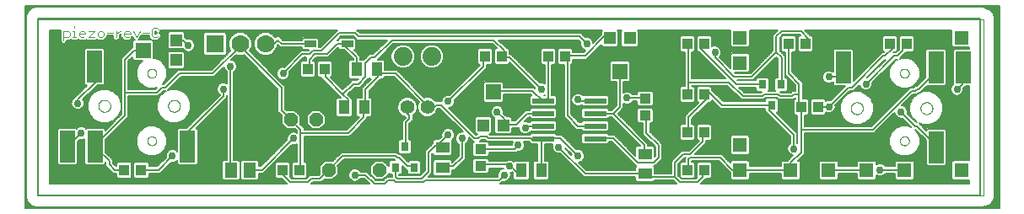
<source format=gtl>
G75*
%MOIN*%
%OFA0B0*%
%FSLAX25Y25*%
%IPPOS*%
%LPD*%
%AMOC8*
5,1,8,0,0,1.08239X$1,22.5*
%
%ADD10C,0.00000*%
%ADD11C,0.00600*%
%ADD12C,0.00300*%
%ADD13C,0.07400*%
%ADD14R,0.05512X0.04331*%
%ADD15R,0.04331X0.05512*%
%ADD16OC8,0.05200*%
%ADD17R,0.05512X0.05512*%
%ADD18R,0.04724X0.02756*%
%ADD19R,0.08661X0.02362*%
%ADD20C,0.07000*%
%ADD21R,0.07000X0.07000*%
%ADD22C,0.05600*%
%ADD23R,0.03150X0.03543*%
%ADD24R,0.03937X0.04331*%
%ADD25R,0.05118X0.05906*%
%ADD26R,0.04331X0.03937*%
%ADD27R,0.05906X0.06299*%
%ADD28R,0.04724X0.04724*%
%ADD29R,0.06000X0.12500*%
%ADD30R,0.05543X0.05543*%
%ADD31R,0.06299X0.05906*%
%ADD32C,0.02978*%
D10*
X0052484Y0027914D02*
X0052486Y0027998D01*
X0052492Y0028081D01*
X0052502Y0028164D01*
X0052516Y0028247D01*
X0052533Y0028329D01*
X0052555Y0028410D01*
X0052580Y0028489D01*
X0052609Y0028568D01*
X0052642Y0028645D01*
X0052678Y0028720D01*
X0052718Y0028794D01*
X0052761Y0028866D01*
X0052808Y0028935D01*
X0052858Y0029002D01*
X0052911Y0029067D01*
X0052967Y0029129D01*
X0053025Y0029189D01*
X0053087Y0029246D01*
X0053151Y0029299D01*
X0053218Y0029350D01*
X0053287Y0029397D01*
X0053358Y0029442D01*
X0053431Y0029482D01*
X0053506Y0029519D01*
X0053583Y0029553D01*
X0053661Y0029583D01*
X0053740Y0029609D01*
X0053821Y0029632D01*
X0053903Y0029650D01*
X0053985Y0029665D01*
X0054068Y0029676D01*
X0054151Y0029683D01*
X0054235Y0029686D01*
X0054319Y0029685D01*
X0054402Y0029680D01*
X0054486Y0029671D01*
X0054568Y0029658D01*
X0054650Y0029642D01*
X0054731Y0029621D01*
X0054812Y0029597D01*
X0054890Y0029569D01*
X0054968Y0029537D01*
X0055044Y0029501D01*
X0055118Y0029462D01*
X0055190Y0029420D01*
X0055260Y0029374D01*
X0055328Y0029325D01*
X0055393Y0029273D01*
X0055456Y0029218D01*
X0055516Y0029160D01*
X0055574Y0029099D01*
X0055628Y0029035D01*
X0055680Y0028969D01*
X0055728Y0028901D01*
X0055773Y0028830D01*
X0055814Y0028757D01*
X0055853Y0028683D01*
X0055887Y0028607D01*
X0055918Y0028529D01*
X0055945Y0028450D01*
X0055969Y0028369D01*
X0055988Y0028288D01*
X0056004Y0028206D01*
X0056016Y0028123D01*
X0056024Y0028039D01*
X0056028Y0027956D01*
X0056028Y0027872D01*
X0056024Y0027789D01*
X0056016Y0027705D01*
X0056004Y0027622D01*
X0055988Y0027540D01*
X0055969Y0027459D01*
X0055945Y0027378D01*
X0055918Y0027299D01*
X0055887Y0027221D01*
X0055853Y0027145D01*
X0055814Y0027071D01*
X0055773Y0026998D01*
X0055728Y0026927D01*
X0055680Y0026859D01*
X0055628Y0026793D01*
X0055574Y0026729D01*
X0055516Y0026668D01*
X0055456Y0026610D01*
X0055393Y0026555D01*
X0055328Y0026503D01*
X0055260Y0026454D01*
X0055190Y0026408D01*
X0055118Y0026366D01*
X0055044Y0026327D01*
X0054968Y0026291D01*
X0054890Y0026259D01*
X0054812Y0026231D01*
X0054731Y0026207D01*
X0054650Y0026186D01*
X0054568Y0026170D01*
X0054486Y0026157D01*
X0054402Y0026148D01*
X0054319Y0026143D01*
X0054235Y0026142D01*
X0054151Y0026145D01*
X0054068Y0026152D01*
X0053985Y0026163D01*
X0053903Y0026178D01*
X0053821Y0026196D01*
X0053740Y0026219D01*
X0053661Y0026245D01*
X0053583Y0026275D01*
X0053506Y0026309D01*
X0053431Y0026346D01*
X0053358Y0026386D01*
X0053287Y0026431D01*
X0053218Y0026478D01*
X0053151Y0026529D01*
X0053087Y0026582D01*
X0053025Y0026639D01*
X0052967Y0026699D01*
X0052911Y0026761D01*
X0052858Y0026826D01*
X0052808Y0026893D01*
X0052761Y0026962D01*
X0052718Y0027034D01*
X0052678Y0027108D01*
X0052642Y0027183D01*
X0052609Y0027260D01*
X0052580Y0027339D01*
X0052555Y0027418D01*
X0052533Y0027499D01*
X0052516Y0027581D01*
X0052502Y0027664D01*
X0052492Y0027747D01*
X0052486Y0027830D01*
X0052484Y0027914D01*
X0060752Y0041772D02*
X0060754Y0041869D01*
X0060760Y0041966D01*
X0060770Y0042062D01*
X0060784Y0042158D01*
X0060802Y0042254D01*
X0060823Y0042348D01*
X0060849Y0042442D01*
X0060878Y0042534D01*
X0060912Y0042625D01*
X0060948Y0042715D01*
X0060989Y0042803D01*
X0061033Y0042889D01*
X0061081Y0042974D01*
X0061132Y0043056D01*
X0061186Y0043137D01*
X0061244Y0043215D01*
X0061305Y0043290D01*
X0061368Y0043363D01*
X0061435Y0043434D01*
X0061505Y0043501D01*
X0061577Y0043566D01*
X0061652Y0043627D01*
X0061730Y0043686D01*
X0061809Y0043741D01*
X0061891Y0043793D01*
X0061975Y0043841D01*
X0062061Y0043886D01*
X0062149Y0043928D01*
X0062238Y0043966D01*
X0062329Y0044000D01*
X0062421Y0044030D01*
X0062514Y0044057D01*
X0062609Y0044079D01*
X0062704Y0044098D01*
X0062800Y0044113D01*
X0062896Y0044124D01*
X0062993Y0044131D01*
X0063090Y0044134D01*
X0063187Y0044133D01*
X0063284Y0044128D01*
X0063380Y0044119D01*
X0063476Y0044106D01*
X0063572Y0044089D01*
X0063667Y0044068D01*
X0063760Y0044044D01*
X0063853Y0044015D01*
X0063945Y0043983D01*
X0064035Y0043947D01*
X0064123Y0043908D01*
X0064210Y0043864D01*
X0064295Y0043818D01*
X0064378Y0043767D01*
X0064459Y0043714D01*
X0064537Y0043657D01*
X0064614Y0043597D01*
X0064687Y0043534D01*
X0064758Y0043468D01*
X0064826Y0043399D01*
X0064892Y0043327D01*
X0064954Y0043253D01*
X0065013Y0043176D01*
X0065069Y0043097D01*
X0065122Y0043015D01*
X0065172Y0042932D01*
X0065217Y0042846D01*
X0065260Y0042759D01*
X0065299Y0042670D01*
X0065334Y0042580D01*
X0065365Y0042488D01*
X0065392Y0042395D01*
X0065416Y0042301D01*
X0065436Y0042206D01*
X0065452Y0042110D01*
X0065464Y0042014D01*
X0065472Y0041917D01*
X0065476Y0041820D01*
X0065476Y0041724D01*
X0065472Y0041627D01*
X0065464Y0041530D01*
X0065452Y0041434D01*
X0065436Y0041338D01*
X0065416Y0041243D01*
X0065392Y0041149D01*
X0065365Y0041056D01*
X0065334Y0040964D01*
X0065299Y0040874D01*
X0065260Y0040785D01*
X0065217Y0040698D01*
X0065172Y0040612D01*
X0065122Y0040529D01*
X0065069Y0040447D01*
X0065013Y0040368D01*
X0064954Y0040291D01*
X0064892Y0040217D01*
X0064826Y0040145D01*
X0064758Y0040076D01*
X0064687Y0040010D01*
X0064614Y0039947D01*
X0064537Y0039887D01*
X0064459Y0039830D01*
X0064378Y0039777D01*
X0064295Y0039726D01*
X0064210Y0039680D01*
X0064123Y0039636D01*
X0064035Y0039597D01*
X0063945Y0039561D01*
X0063853Y0039529D01*
X0063760Y0039500D01*
X0063667Y0039476D01*
X0063572Y0039455D01*
X0063476Y0039438D01*
X0063380Y0039425D01*
X0063284Y0039416D01*
X0063187Y0039411D01*
X0063090Y0039410D01*
X0062993Y0039413D01*
X0062896Y0039420D01*
X0062800Y0039431D01*
X0062704Y0039446D01*
X0062609Y0039465D01*
X0062514Y0039487D01*
X0062421Y0039514D01*
X0062329Y0039544D01*
X0062238Y0039578D01*
X0062149Y0039616D01*
X0062061Y0039658D01*
X0061975Y0039703D01*
X0061891Y0039751D01*
X0061809Y0039803D01*
X0061730Y0039858D01*
X0061652Y0039917D01*
X0061577Y0039978D01*
X0061505Y0040043D01*
X0061435Y0040110D01*
X0061368Y0040181D01*
X0061305Y0040254D01*
X0061244Y0040329D01*
X0061186Y0040407D01*
X0061132Y0040488D01*
X0061081Y0040570D01*
X0061033Y0040655D01*
X0060989Y0040741D01*
X0060948Y0040829D01*
X0060912Y0040919D01*
X0060878Y0041010D01*
X0060849Y0041102D01*
X0060823Y0041196D01*
X0060802Y0041290D01*
X0060784Y0041386D01*
X0060770Y0041482D01*
X0060760Y0041578D01*
X0060754Y0041675D01*
X0060752Y0041772D01*
X0033193Y0041772D02*
X0033195Y0041869D01*
X0033201Y0041966D01*
X0033211Y0042062D01*
X0033225Y0042158D01*
X0033243Y0042254D01*
X0033264Y0042348D01*
X0033290Y0042442D01*
X0033319Y0042534D01*
X0033353Y0042625D01*
X0033389Y0042715D01*
X0033430Y0042803D01*
X0033474Y0042889D01*
X0033522Y0042974D01*
X0033573Y0043056D01*
X0033627Y0043137D01*
X0033685Y0043215D01*
X0033746Y0043290D01*
X0033809Y0043363D01*
X0033876Y0043434D01*
X0033946Y0043501D01*
X0034018Y0043566D01*
X0034093Y0043627D01*
X0034171Y0043686D01*
X0034250Y0043741D01*
X0034332Y0043793D01*
X0034416Y0043841D01*
X0034502Y0043886D01*
X0034590Y0043928D01*
X0034679Y0043966D01*
X0034770Y0044000D01*
X0034862Y0044030D01*
X0034955Y0044057D01*
X0035050Y0044079D01*
X0035145Y0044098D01*
X0035241Y0044113D01*
X0035337Y0044124D01*
X0035434Y0044131D01*
X0035531Y0044134D01*
X0035628Y0044133D01*
X0035725Y0044128D01*
X0035821Y0044119D01*
X0035917Y0044106D01*
X0036013Y0044089D01*
X0036108Y0044068D01*
X0036201Y0044044D01*
X0036294Y0044015D01*
X0036386Y0043983D01*
X0036476Y0043947D01*
X0036564Y0043908D01*
X0036651Y0043864D01*
X0036736Y0043818D01*
X0036819Y0043767D01*
X0036900Y0043714D01*
X0036978Y0043657D01*
X0037055Y0043597D01*
X0037128Y0043534D01*
X0037199Y0043468D01*
X0037267Y0043399D01*
X0037333Y0043327D01*
X0037395Y0043253D01*
X0037454Y0043176D01*
X0037510Y0043097D01*
X0037563Y0043015D01*
X0037613Y0042932D01*
X0037658Y0042846D01*
X0037701Y0042759D01*
X0037740Y0042670D01*
X0037775Y0042580D01*
X0037806Y0042488D01*
X0037833Y0042395D01*
X0037857Y0042301D01*
X0037877Y0042206D01*
X0037893Y0042110D01*
X0037905Y0042014D01*
X0037913Y0041917D01*
X0037917Y0041820D01*
X0037917Y0041724D01*
X0037913Y0041627D01*
X0037905Y0041530D01*
X0037893Y0041434D01*
X0037877Y0041338D01*
X0037857Y0041243D01*
X0037833Y0041149D01*
X0037806Y0041056D01*
X0037775Y0040964D01*
X0037740Y0040874D01*
X0037701Y0040785D01*
X0037658Y0040698D01*
X0037613Y0040612D01*
X0037563Y0040529D01*
X0037510Y0040447D01*
X0037454Y0040368D01*
X0037395Y0040291D01*
X0037333Y0040217D01*
X0037267Y0040145D01*
X0037199Y0040076D01*
X0037128Y0040010D01*
X0037055Y0039947D01*
X0036978Y0039887D01*
X0036900Y0039830D01*
X0036819Y0039777D01*
X0036736Y0039726D01*
X0036651Y0039680D01*
X0036564Y0039636D01*
X0036476Y0039597D01*
X0036386Y0039561D01*
X0036294Y0039529D01*
X0036201Y0039500D01*
X0036108Y0039476D01*
X0036013Y0039455D01*
X0035917Y0039438D01*
X0035821Y0039425D01*
X0035725Y0039416D01*
X0035628Y0039411D01*
X0035531Y0039410D01*
X0035434Y0039413D01*
X0035337Y0039420D01*
X0035241Y0039431D01*
X0035145Y0039446D01*
X0035050Y0039465D01*
X0034955Y0039487D01*
X0034862Y0039514D01*
X0034770Y0039544D01*
X0034679Y0039578D01*
X0034590Y0039616D01*
X0034502Y0039658D01*
X0034416Y0039703D01*
X0034332Y0039751D01*
X0034250Y0039803D01*
X0034171Y0039858D01*
X0034093Y0039917D01*
X0034018Y0039978D01*
X0033946Y0040043D01*
X0033876Y0040110D01*
X0033809Y0040181D01*
X0033746Y0040254D01*
X0033685Y0040329D01*
X0033627Y0040407D01*
X0033573Y0040488D01*
X0033522Y0040570D01*
X0033474Y0040655D01*
X0033430Y0040741D01*
X0033389Y0040829D01*
X0033353Y0040919D01*
X0033319Y0041010D01*
X0033290Y0041102D01*
X0033264Y0041196D01*
X0033243Y0041290D01*
X0033225Y0041386D01*
X0033211Y0041482D01*
X0033201Y0041578D01*
X0033195Y0041675D01*
X0033193Y0041772D01*
X0052484Y0054686D02*
X0052486Y0054770D01*
X0052492Y0054853D01*
X0052502Y0054936D01*
X0052516Y0055019D01*
X0052533Y0055101D01*
X0052555Y0055182D01*
X0052580Y0055261D01*
X0052609Y0055340D01*
X0052642Y0055417D01*
X0052678Y0055492D01*
X0052718Y0055566D01*
X0052761Y0055638D01*
X0052808Y0055707D01*
X0052858Y0055774D01*
X0052911Y0055839D01*
X0052967Y0055901D01*
X0053025Y0055961D01*
X0053087Y0056018D01*
X0053151Y0056071D01*
X0053218Y0056122D01*
X0053287Y0056169D01*
X0053358Y0056214D01*
X0053431Y0056254D01*
X0053506Y0056291D01*
X0053583Y0056325D01*
X0053661Y0056355D01*
X0053740Y0056381D01*
X0053821Y0056404D01*
X0053903Y0056422D01*
X0053985Y0056437D01*
X0054068Y0056448D01*
X0054151Y0056455D01*
X0054235Y0056458D01*
X0054319Y0056457D01*
X0054402Y0056452D01*
X0054486Y0056443D01*
X0054568Y0056430D01*
X0054650Y0056414D01*
X0054731Y0056393D01*
X0054812Y0056369D01*
X0054890Y0056341D01*
X0054968Y0056309D01*
X0055044Y0056273D01*
X0055118Y0056234D01*
X0055190Y0056192D01*
X0055260Y0056146D01*
X0055328Y0056097D01*
X0055393Y0056045D01*
X0055456Y0055990D01*
X0055516Y0055932D01*
X0055574Y0055871D01*
X0055628Y0055807D01*
X0055680Y0055741D01*
X0055728Y0055673D01*
X0055773Y0055602D01*
X0055814Y0055529D01*
X0055853Y0055455D01*
X0055887Y0055379D01*
X0055918Y0055301D01*
X0055945Y0055222D01*
X0055969Y0055141D01*
X0055988Y0055060D01*
X0056004Y0054978D01*
X0056016Y0054895D01*
X0056024Y0054811D01*
X0056028Y0054728D01*
X0056028Y0054644D01*
X0056024Y0054561D01*
X0056016Y0054477D01*
X0056004Y0054394D01*
X0055988Y0054312D01*
X0055969Y0054231D01*
X0055945Y0054150D01*
X0055918Y0054071D01*
X0055887Y0053993D01*
X0055853Y0053917D01*
X0055814Y0053843D01*
X0055773Y0053770D01*
X0055728Y0053699D01*
X0055680Y0053631D01*
X0055628Y0053565D01*
X0055574Y0053501D01*
X0055516Y0053440D01*
X0055456Y0053382D01*
X0055393Y0053327D01*
X0055328Y0053275D01*
X0055260Y0053226D01*
X0055190Y0053180D01*
X0055118Y0053138D01*
X0055044Y0053099D01*
X0054968Y0053063D01*
X0054890Y0053031D01*
X0054812Y0053003D01*
X0054731Y0052979D01*
X0054650Y0052958D01*
X0054568Y0052942D01*
X0054486Y0052929D01*
X0054402Y0052920D01*
X0054319Y0052915D01*
X0054235Y0052914D01*
X0054151Y0052917D01*
X0054068Y0052924D01*
X0053985Y0052935D01*
X0053903Y0052950D01*
X0053821Y0052968D01*
X0053740Y0052991D01*
X0053661Y0053017D01*
X0053583Y0053047D01*
X0053506Y0053081D01*
X0053431Y0053118D01*
X0053358Y0053158D01*
X0053287Y0053203D01*
X0053218Y0053250D01*
X0053151Y0053301D01*
X0053087Y0053354D01*
X0053025Y0053411D01*
X0052967Y0053471D01*
X0052911Y0053533D01*
X0052858Y0053598D01*
X0052808Y0053665D01*
X0052761Y0053734D01*
X0052718Y0053806D01*
X0052678Y0053880D01*
X0052642Y0053955D01*
X0052609Y0054032D01*
X0052580Y0054111D01*
X0052555Y0054190D01*
X0052533Y0054271D01*
X0052516Y0054353D01*
X0052502Y0054436D01*
X0052492Y0054519D01*
X0052486Y0054602D01*
X0052484Y0054686D01*
X0009256Y0073800D02*
X0009256Y0076064D01*
X0383114Y0076064D01*
X0383114Y0006300D01*
X0381756Y0006300D01*
X0349984Y0027914D02*
X0349986Y0027998D01*
X0349992Y0028081D01*
X0350002Y0028164D01*
X0350016Y0028247D01*
X0350033Y0028329D01*
X0350055Y0028410D01*
X0350080Y0028489D01*
X0350109Y0028568D01*
X0350142Y0028645D01*
X0350178Y0028720D01*
X0350218Y0028794D01*
X0350261Y0028866D01*
X0350308Y0028935D01*
X0350358Y0029002D01*
X0350411Y0029067D01*
X0350467Y0029129D01*
X0350525Y0029189D01*
X0350587Y0029246D01*
X0350651Y0029299D01*
X0350718Y0029350D01*
X0350787Y0029397D01*
X0350858Y0029442D01*
X0350931Y0029482D01*
X0351006Y0029519D01*
X0351083Y0029553D01*
X0351161Y0029583D01*
X0351240Y0029609D01*
X0351321Y0029632D01*
X0351403Y0029650D01*
X0351485Y0029665D01*
X0351568Y0029676D01*
X0351651Y0029683D01*
X0351735Y0029686D01*
X0351819Y0029685D01*
X0351902Y0029680D01*
X0351986Y0029671D01*
X0352068Y0029658D01*
X0352150Y0029642D01*
X0352231Y0029621D01*
X0352312Y0029597D01*
X0352390Y0029569D01*
X0352468Y0029537D01*
X0352544Y0029501D01*
X0352618Y0029462D01*
X0352690Y0029420D01*
X0352760Y0029374D01*
X0352828Y0029325D01*
X0352893Y0029273D01*
X0352956Y0029218D01*
X0353016Y0029160D01*
X0353074Y0029099D01*
X0353128Y0029035D01*
X0353180Y0028969D01*
X0353228Y0028901D01*
X0353273Y0028830D01*
X0353314Y0028757D01*
X0353353Y0028683D01*
X0353387Y0028607D01*
X0353418Y0028529D01*
X0353445Y0028450D01*
X0353469Y0028369D01*
X0353488Y0028288D01*
X0353504Y0028206D01*
X0353516Y0028123D01*
X0353524Y0028039D01*
X0353528Y0027956D01*
X0353528Y0027872D01*
X0353524Y0027789D01*
X0353516Y0027705D01*
X0353504Y0027622D01*
X0353488Y0027540D01*
X0353469Y0027459D01*
X0353445Y0027378D01*
X0353418Y0027299D01*
X0353387Y0027221D01*
X0353353Y0027145D01*
X0353314Y0027071D01*
X0353273Y0026998D01*
X0353228Y0026927D01*
X0353180Y0026859D01*
X0353128Y0026793D01*
X0353074Y0026729D01*
X0353016Y0026668D01*
X0352956Y0026610D01*
X0352893Y0026555D01*
X0352828Y0026503D01*
X0352760Y0026454D01*
X0352690Y0026408D01*
X0352618Y0026366D01*
X0352544Y0026327D01*
X0352468Y0026291D01*
X0352390Y0026259D01*
X0352312Y0026231D01*
X0352231Y0026207D01*
X0352150Y0026186D01*
X0352068Y0026170D01*
X0351986Y0026157D01*
X0351902Y0026148D01*
X0351819Y0026143D01*
X0351735Y0026142D01*
X0351651Y0026145D01*
X0351568Y0026152D01*
X0351485Y0026163D01*
X0351403Y0026178D01*
X0351321Y0026196D01*
X0351240Y0026219D01*
X0351161Y0026245D01*
X0351083Y0026275D01*
X0351006Y0026309D01*
X0350931Y0026346D01*
X0350858Y0026386D01*
X0350787Y0026431D01*
X0350718Y0026478D01*
X0350651Y0026529D01*
X0350587Y0026582D01*
X0350525Y0026639D01*
X0350467Y0026699D01*
X0350411Y0026761D01*
X0350358Y0026826D01*
X0350308Y0026893D01*
X0350261Y0026962D01*
X0350218Y0027034D01*
X0350178Y0027108D01*
X0350142Y0027183D01*
X0350109Y0027260D01*
X0350080Y0027339D01*
X0350055Y0027418D01*
X0350033Y0027499D01*
X0350016Y0027581D01*
X0350002Y0027664D01*
X0349992Y0027747D01*
X0349986Y0027830D01*
X0349984Y0027914D01*
X0358095Y0040828D02*
X0358097Y0040925D01*
X0358103Y0041022D01*
X0358113Y0041118D01*
X0358127Y0041214D01*
X0358145Y0041310D01*
X0358166Y0041404D01*
X0358192Y0041498D01*
X0358221Y0041590D01*
X0358255Y0041681D01*
X0358291Y0041771D01*
X0358332Y0041859D01*
X0358376Y0041945D01*
X0358424Y0042030D01*
X0358475Y0042112D01*
X0358529Y0042193D01*
X0358587Y0042271D01*
X0358648Y0042346D01*
X0358711Y0042419D01*
X0358778Y0042490D01*
X0358848Y0042557D01*
X0358920Y0042622D01*
X0358995Y0042683D01*
X0359073Y0042742D01*
X0359152Y0042797D01*
X0359234Y0042849D01*
X0359318Y0042897D01*
X0359404Y0042942D01*
X0359492Y0042984D01*
X0359581Y0043022D01*
X0359672Y0043056D01*
X0359764Y0043086D01*
X0359857Y0043113D01*
X0359952Y0043135D01*
X0360047Y0043154D01*
X0360143Y0043169D01*
X0360239Y0043180D01*
X0360336Y0043187D01*
X0360433Y0043190D01*
X0360530Y0043189D01*
X0360627Y0043184D01*
X0360723Y0043175D01*
X0360819Y0043162D01*
X0360915Y0043145D01*
X0361010Y0043124D01*
X0361103Y0043100D01*
X0361196Y0043071D01*
X0361288Y0043039D01*
X0361378Y0043003D01*
X0361466Y0042964D01*
X0361553Y0042920D01*
X0361638Y0042874D01*
X0361721Y0042823D01*
X0361802Y0042770D01*
X0361880Y0042713D01*
X0361957Y0042653D01*
X0362030Y0042590D01*
X0362101Y0042524D01*
X0362169Y0042455D01*
X0362235Y0042383D01*
X0362297Y0042309D01*
X0362356Y0042232D01*
X0362412Y0042153D01*
X0362465Y0042071D01*
X0362515Y0041988D01*
X0362560Y0041902D01*
X0362603Y0041815D01*
X0362642Y0041726D01*
X0362677Y0041636D01*
X0362708Y0041544D01*
X0362735Y0041451D01*
X0362759Y0041357D01*
X0362779Y0041262D01*
X0362795Y0041166D01*
X0362807Y0041070D01*
X0362815Y0040973D01*
X0362819Y0040876D01*
X0362819Y0040780D01*
X0362815Y0040683D01*
X0362807Y0040586D01*
X0362795Y0040490D01*
X0362779Y0040394D01*
X0362759Y0040299D01*
X0362735Y0040205D01*
X0362708Y0040112D01*
X0362677Y0040020D01*
X0362642Y0039930D01*
X0362603Y0039841D01*
X0362560Y0039754D01*
X0362515Y0039668D01*
X0362465Y0039585D01*
X0362412Y0039503D01*
X0362356Y0039424D01*
X0362297Y0039347D01*
X0362235Y0039273D01*
X0362169Y0039201D01*
X0362101Y0039132D01*
X0362030Y0039066D01*
X0361957Y0039003D01*
X0361880Y0038943D01*
X0361802Y0038886D01*
X0361721Y0038833D01*
X0361638Y0038782D01*
X0361553Y0038736D01*
X0361466Y0038692D01*
X0361378Y0038653D01*
X0361288Y0038617D01*
X0361196Y0038585D01*
X0361103Y0038556D01*
X0361010Y0038532D01*
X0360915Y0038511D01*
X0360819Y0038494D01*
X0360723Y0038481D01*
X0360627Y0038472D01*
X0360530Y0038467D01*
X0360433Y0038466D01*
X0360336Y0038469D01*
X0360239Y0038476D01*
X0360143Y0038487D01*
X0360047Y0038502D01*
X0359952Y0038521D01*
X0359857Y0038543D01*
X0359764Y0038570D01*
X0359672Y0038600D01*
X0359581Y0038634D01*
X0359492Y0038672D01*
X0359404Y0038714D01*
X0359318Y0038759D01*
X0359234Y0038807D01*
X0359152Y0038859D01*
X0359073Y0038914D01*
X0358995Y0038973D01*
X0358920Y0039034D01*
X0358848Y0039099D01*
X0358778Y0039166D01*
X0358711Y0039237D01*
X0358648Y0039310D01*
X0358587Y0039385D01*
X0358529Y0039463D01*
X0358475Y0039544D01*
X0358424Y0039626D01*
X0358376Y0039711D01*
X0358332Y0039797D01*
X0358291Y0039885D01*
X0358255Y0039975D01*
X0358221Y0040066D01*
X0358192Y0040158D01*
X0358166Y0040252D01*
X0358145Y0040346D01*
X0358127Y0040442D01*
X0358113Y0040538D01*
X0358103Y0040634D01*
X0358097Y0040731D01*
X0358095Y0040828D01*
X0330536Y0040828D02*
X0330538Y0040925D01*
X0330544Y0041022D01*
X0330554Y0041118D01*
X0330568Y0041214D01*
X0330586Y0041310D01*
X0330607Y0041404D01*
X0330633Y0041498D01*
X0330662Y0041590D01*
X0330696Y0041681D01*
X0330732Y0041771D01*
X0330773Y0041859D01*
X0330817Y0041945D01*
X0330865Y0042030D01*
X0330916Y0042112D01*
X0330970Y0042193D01*
X0331028Y0042271D01*
X0331089Y0042346D01*
X0331152Y0042419D01*
X0331219Y0042490D01*
X0331289Y0042557D01*
X0331361Y0042622D01*
X0331436Y0042683D01*
X0331514Y0042742D01*
X0331593Y0042797D01*
X0331675Y0042849D01*
X0331759Y0042897D01*
X0331845Y0042942D01*
X0331933Y0042984D01*
X0332022Y0043022D01*
X0332113Y0043056D01*
X0332205Y0043086D01*
X0332298Y0043113D01*
X0332393Y0043135D01*
X0332488Y0043154D01*
X0332584Y0043169D01*
X0332680Y0043180D01*
X0332777Y0043187D01*
X0332874Y0043190D01*
X0332971Y0043189D01*
X0333068Y0043184D01*
X0333164Y0043175D01*
X0333260Y0043162D01*
X0333356Y0043145D01*
X0333451Y0043124D01*
X0333544Y0043100D01*
X0333637Y0043071D01*
X0333729Y0043039D01*
X0333819Y0043003D01*
X0333907Y0042964D01*
X0333994Y0042920D01*
X0334079Y0042874D01*
X0334162Y0042823D01*
X0334243Y0042770D01*
X0334321Y0042713D01*
X0334398Y0042653D01*
X0334471Y0042590D01*
X0334542Y0042524D01*
X0334610Y0042455D01*
X0334676Y0042383D01*
X0334738Y0042309D01*
X0334797Y0042232D01*
X0334853Y0042153D01*
X0334906Y0042071D01*
X0334956Y0041988D01*
X0335001Y0041902D01*
X0335044Y0041815D01*
X0335083Y0041726D01*
X0335118Y0041636D01*
X0335149Y0041544D01*
X0335176Y0041451D01*
X0335200Y0041357D01*
X0335220Y0041262D01*
X0335236Y0041166D01*
X0335248Y0041070D01*
X0335256Y0040973D01*
X0335260Y0040876D01*
X0335260Y0040780D01*
X0335256Y0040683D01*
X0335248Y0040586D01*
X0335236Y0040490D01*
X0335220Y0040394D01*
X0335200Y0040299D01*
X0335176Y0040205D01*
X0335149Y0040112D01*
X0335118Y0040020D01*
X0335083Y0039930D01*
X0335044Y0039841D01*
X0335001Y0039754D01*
X0334956Y0039668D01*
X0334906Y0039585D01*
X0334853Y0039503D01*
X0334797Y0039424D01*
X0334738Y0039347D01*
X0334676Y0039273D01*
X0334610Y0039201D01*
X0334542Y0039132D01*
X0334471Y0039066D01*
X0334398Y0039003D01*
X0334321Y0038943D01*
X0334243Y0038886D01*
X0334162Y0038833D01*
X0334079Y0038782D01*
X0333994Y0038736D01*
X0333907Y0038692D01*
X0333819Y0038653D01*
X0333729Y0038617D01*
X0333637Y0038585D01*
X0333544Y0038556D01*
X0333451Y0038532D01*
X0333356Y0038511D01*
X0333260Y0038494D01*
X0333164Y0038481D01*
X0333068Y0038472D01*
X0332971Y0038467D01*
X0332874Y0038466D01*
X0332777Y0038469D01*
X0332680Y0038476D01*
X0332584Y0038487D01*
X0332488Y0038502D01*
X0332393Y0038521D01*
X0332298Y0038543D01*
X0332205Y0038570D01*
X0332113Y0038600D01*
X0332022Y0038634D01*
X0331933Y0038672D01*
X0331845Y0038714D01*
X0331759Y0038759D01*
X0331675Y0038807D01*
X0331593Y0038859D01*
X0331514Y0038914D01*
X0331436Y0038973D01*
X0331361Y0039034D01*
X0331289Y0039099D01*
X0331219Y0039166D01*
X0331152Y0039237D01*
X0331089Y0039310D01*
X0331028Y0039385D01*
X0330970Y0039463D01*
X0330916Y0039544D01*
X0330865Y0039626D01*
X0330817Y0039711D01*
X0330773Y0039797D01*
X0330732Y0039885D01*
X0330696Y0039975D01*
X0330662Y0040066D01*
X0330633Y0040158D01*
X0330607Y0040252D01*
X0330586Y0040346D01*
X0330568Y0040442D01*
X0330554Y0040538D01*
X0330544Y0040634D01*
X0330538Y0040731D01*
X0330536Y0040828D01*
X0349984Y0054686D02*
X0349986Y0054770D01*
X0349992Y0054853D01*
X0350002Y0054936D01*
X0350016Y0055019D01*
X0350033Y0055101D01*
X0350055Y0055182D01*
X0350080Y0055261D01*
X0350109Y0055340D01*
X0350142Y0055417D01*
X0350178Y0055492D01*
X0350218Y0055566D01*
X0350261Y0055638D01*
X0350308Y0055707D01*
X0350358Y0055774D01*
X0350411Y0055839D01*
X0350467Y0055901D01*
X0350525Y0055961D01*
X0350587Y0056018D01*
X0350651Y0056071D01*
X0350718Y0056122D01*
X0350787Y0056169D01*
X0350858Y0056214D01*
X0350931Y0056254D01*
X0351006Y0056291D01*
X0351083Y0056325D01*
X0351161Y0056355D01*
X0351240Y0056381D01*
X0351321Y0056404D01*
X0351403Y0056422D01*
X0351485Y0056437D01*
X0351568Y0056448D01*
X0351651Y0056455D01*
X0351735Y0056458D01*
X0351819Y0056457D01*
X0351902Y0056452D01*
X0351986Y0056443D01*
X0352068Y0056430D01*
X0352150Y0056414D01*
X0352231Y0056393D01*
X0352312Y0056369D01*
X0352390Y0056341D01*
X0352468Y0056309D01*
X0352544Y0056273D01*
X0352618Y0056234D01*
X0352690Y0056192D01*
X0352760Y0056146D01*
X0352828Y0056097D01*
X0352893Y0056045D01*
X0352956Y0055990D01*
X0353016Y0055932D01*
X0353074Y0055871D01*
X0353128Y0055807D01*
X0353180Y0055741D01*
X0353228Y0055673D01*
X0353273Y0055602D01*
X0353314Y0055529D01*
X0353353Y0055455D01*
X0353387Y0055379D01*
X0353418Y0055301D01*
X0353445Y0055222D01*
X0353469Y0055141D01*
X0353488Y0055060D01*
X0353504Y0054978D01*
X0353516Y0054895D01*
X0353524Y0054811D01*
X0353528Y0054728D01*
X0353528Y0054644D01*
X0353524Y0054561D01*
X0353516Y0054477D01*
X0353504Y0054394D01*
X0353488Y0054312D01*
X0353469Y0054231D01*
X0353445Y0054150D01*
X0353418Y0054071D01*
X0353387Y0053993D01*
X0353353Y0053917D01*
X0353314Y0053843D01*
X0353273Y0053770D01*
X0353228Y0053699D01*
X0353180Y0053631D01*
X0353128Y0053565D01*
X0353074Y0053501D01*
X0353016Y0053440D01*
X0352956Y0053382D01*
X0352893Y0053327D01*
X0352828Y0053275D01*
X0352760Y0053226D01*
X0352690Y0053180D01*
X0352618Y0053138D01*
X0352544Y0053099D01*
X0352468Y0053063D01*
X0352390Y0053031D01*
X0352312Y0053003D01*
X0352231Y0052979D01*
X0352150Y0052958D01*
X0352068Y0052942D01*
X0351986Y0052929D01*
X0351902Y0052920D01*
X0351819Y0052915D01*
X0351735Y0052914D01*
X0351651Y0052917D01*
X0351568Y0052924D01*
X0351485Y0052935D01*
X0351403Y0052950D01*
X0351321Y0052968D01*
X0351240Y0052991D01*
X0351161Y0053017D01*
X0351083Y0053047D01*
X0351006Y0053081D01*
X0350931Y0053118D01*
X0350858Y0053158D01*
X0350787Y0053203D01*
X0350718Y0053250D01*
X0350651Y0053301D01*
X0350587Y0053354D01*
X0350525Y0053411D01*
X0350467Y0053471D01*
X0350411Y0053533D01*
X0350358Y0053598D01*
X0350308Y0053665D01*
X0350261Y0053734D01*
X0350218Y0053806D01*
X0350178Y0053880D01*
X0350142Y0053955D01*
X0350109Y0054032D01*
X0350080Y0054111D01*
X0350055Y0054190D01*
X0350033Y0054271D01*
X0350016Y0054353D01*
X0350002Y0054436D01*
X0349992Y0054519D01*
X0349986Y0054602D01*
X0349984Y0054686D01*
D11*
X0389256Y0001300D02*
X0004256Y0001300D01*
X0004256Y0081300D01*
X0389256Y0081300D01*
X0389256Y0001300D01*
X0389256Y0001549D02*
X0004256Y0001549D01*
X0004256Y0002148D02*
X0007260Y0002148D01*
X0006650Y0002400D02*
X0008341Y0001700D01*
X0382671Y0001700D01*
X0383395Y0002000D01*
X0383969Y0002000D01*
X0385550Y0002655D01*
X0386760Y0003864D01*
X0387414Y0005445D01*
X0387414Y0076919D01*
X0386760Y0078500D01*
X0385550Y0079709D01*
X0383969Y0080364D01*
X0383965Y0080364D01*
X0382671Y0080900D01*
X0008341Y0080900D01*
X0006650Y0080200D01*
X0005356Y0078906D01*
X0004656Y0077215D01*
X0004656Y0005385D01*
X0005356Y0003694D01*
X0006650Y0002400D01*
X0006304Y0002746D02*
X0004256Y0002746D01*
X0004256Y0003345D02*
X0005706Y0003345D01*
X0005253Y0003943D02*
X0004256Y0003943D01*
X0004256Y0004542D02*
X0005005Y0004542D01*
X0004757Y0005140D02*
X0004256Y0005140D01*
X0004256Y0005739D02*
X0004656Y0005739D01*
X0004656Y0006337D02*
X0004256Y0006337D01*
X0004256Y0006936D02*
X0004656Y0006936D01*
X0004656Y0007534D02*
X0004256Y0007534D01*
X0004256Y0008133D02*
X0004656Y0008133D01*
X0004656Y0008731D02*
X0004256Y0008731D01*
X0004256Y0009330D02*
X0004656Y0009330D01*
X0004656Y0009928D02*
X0004256Y0009928D01*
X0004256Y0010527D02*
X0004656Y0010527D01*
X0004656Y0011125D02*
X0004256Y0011125D01*
X0004256Y0011724D02*
X0004656Y0011724D01*
X0004656Y0012322D02*
X0004256Y0012322D01*
X0004256Y0012921D02*
X0004656Y0012921D01*
X0004656Y0013519D02*
X0004256Y0013519D01*
X0004256Y0014118D02*
X0004656Y0014118D01*
X0004656Y0014716D02*
X0004256Y0014716D01*
X0004256Y0015315D02*
X0004656Y0015315D01*
X0004656Y0015913D02*
X0004256Y0015913D01*
X0004256Y0016512D02*
X0004656Y0016512D01*
X0004656Y0017110D02*
X0004256Y0017110D01*
X0004256Y0017709D02*
X0004656Y0017709D01*
X0004656Y0018307D02*
X0004256Y0018307D01*
X0004256Y0018906D02*
X0004656Y0018906D01*
X0004656Y0019504D02*
X0004256Y0019504D01*
X0004256Y0020103D02*
X0004656Y0020103D01*
X0004656Y0020701D02*
X0004256Y0020701D01*
X0004256Y0021300D02*
X0004656Y0021300D01*
X0004656Y0021899D02*
X0004256Y0021899D01*
X0004256Y0022497D02*
X0004656Y0022497D01*
X0004656Y0023096D02*
X0004256Y0023096D01*
X0004256Y0023694D02*
X0004656Y0023694D01*
X0004656Y0024293D02*
X0004256Y0024293D01*
X0004256Y0024891D02*
X0004656Y0024891D01*
X0004656Y0025490D02*
X0004256Y0025490D01*
X0004256Y0026088D02*
X0004656Y0026088D01*
X0004656Y0026687D02*
X0004256Y0026687D01*
X0004256Y0027285D02*
X0004656Y0027285D01*
X0004656Y0027884D02*
X0004256Y0027884D01*
X0004256Y0028482D02*
X0004656Y0028482D01*
X0004656Y0029081D02*
X0004256Y0029081D01*
X0004256Y0029679D02*
X0004656Y0029679D01*
X0004656Y0030278D02*
X0004256Y0030278D01*
X0004256Y0030876D02*
X0004656Y0030876D01*
X0004656Y0031475D02*
X0004256Y0031475D01*
X0004256Y0032073D02*
X0004656Y0032073D01*
X0004656Y0032672D02*
X0004256Y0032672D01*
X0004256Y0033270D02*
X0004656Y0033270D01*
X0004656Y0033869D02*
X0004256Y0033869D01*
X0004256Y0034467D02*
X0004656Y0034467D01*
X0004656Y0035066D02*
X0004256Y0035066D01*
X0004256Y0035664D02*
X0004656Y0035664D01*
X0004656Y0036263D02*
X0004256Y0036263D01*
X0004256Y0036861D02*
X0004656Y0036861D01*
X0004656Y0037460D02*
X0004256Y0037460D01*
X0004256Y0038058D02*
X0004656Y0038058D01*
X0004656Y0038657D02*
X0004256Y0038657D01*
X0004256Y0039255D02*
X0004656Y0039255D01*
X0004656Y0039854D02*
X0004256Y0039854D01*
X0004256Y0040452D02*
X0004656Y0040452D01*
X0004656Y0041051D02*
X0004256Y0041051D01*
X0004256Y0041649D02*
X0004656Y0041649D01*
X0004656Y0042248D02*
X0004256Y0042248D01*
X0004256Y0042846D02*
X0004656Y0042846D01*
X0004656Y0043445D02*
X0004256Y0043445D01*
X0004256Y0044043D02*
X0004656Y0044043D01*
X0004656Y0044642D02*
X0004256Y0044642D01*
X0004256Y0045240D02*
X0004656Y0045240D01*
X0004656Y0045839D02*
X0004256Y0045839D01*
X0004256Y0046437D02*
X0004656Y0046437D01*
X0004656Y0047036D02*
X0004256Y0047036D01*
X0004256Y0047634D02*
X0004656Y0047634D01*
X0004656Y0048233D02*
X0004256Y0048233D01*
X0004256Y0048832D02*
X0004656Y0048832D01*
X0004656Y0049430D02*
X0004256Y0049430D01*
X0004256Y0050029D02*
X0004656Y0050029D01*
X0004656Y0050627D02*
X0004256Y0050627D01*
X0004256Y0051226D02*
X0004656Y0051226D01*
X0004656Y0051824D02*
X0004256Y0051824D01*
X0004256Y0052423D02*
X0004656Y0052423D01*
X0004656Y0053021D02*
X0004256Y0053021D01*
X0004256Y0053620D02*
X0004656Y0053620D01*
X0004656Y0054218D02*
X0004256Y0054218D01*
X0004256Y0054817D02*
X0004656Y0054817D01*
X0004656Y0055415D02*
X0004256Y0055415D01*
X0004256Y0056014D02*
X0004656Y0056014D01*
X0004656Y0056612D02*
X0004256Y0056612D01*
X0004256Y0057211D02*
X0004656Y0057211D01*
X0004656Y0057809D02*
X0004256Y0057809D01*
X0004256Y0058408D02*
X0004656Y0058408D01*
X0004656Y0059006D02*
X0004256Y0059006D01*
X0004256Y0059605D02*
X0004656Y0059605D01*
X0004656Y0060203D02*
X0004256Y0060203D01*
X0004256Y0060802D02*
X0004656Y0060802D01*
X0004656Y0061400D02*
X0004256Y0061400D01*
X0004256Y0061999D02*
X0004656Y0061999D01*
X0004656Y0062597D02*
X0004256Y0062597D01*
X0004256Y0063196D02*
X0004656Y0063196D01*
X0004656Y0063794D02*
X0004256Y0063794D01*
X0004256Y0064393D02*
X0004656Y0064393D01*
X0004656Y0064991D02*
X0004256Y0064991D01*
X0004256Y0065590D02*
X0004656Y0065590D01*
X0004656Y0066188D02*
X0004256Y0066188D01*
X0004256Y0066787D02*
X0004656Y0066787D01*
X0004656Y0067385D02*
X0004256Y0067385D01*
X0004256Y0067984D02*
X0004656Y0067984D01*
X0004656Y0068582D02*
X0004256Y0068582D01*
X0004256Y0069181D02*
X0004656Y0069181D01*
X0004656Y0069779D02*
X0004256Y0069779D01*
X0004256Y0070378D02*
X0004656Y0070378D01*
X0004656Y0070976D02*
X0004256Y0070976D01*
X0004256Y0071575D02*
X0004656Y0071575D01*
X0004656Y0072173D02*
X0004256Y0072173D01*
X0004256Y0072772D02*
X0004656Y0072772D01*
X0004656Y0073370D02*
X0004256Y0073370D01*
X0004256Y0073969D02*
X0004656Y0073969D01*
X0004656Y0074568D02*
X0004256Y0074568D01*
X0004256Y0075166D02*
X0004656Y0075166D01*
X0004656Y0075765D02*
X0004256Y0075765D01*
X0004256Y0076363D02*
X0004656Y0076363D01*
X0004656Y0076962D02*
X0004256Y0076962D01*
X0004256Y0077560D02*
X0004799Y0077560D01*
X0005047Y0078159D02*
X0004256Y0078159D01*
X0004256Y0078757D02*
X0005295Y0078757D01*
X0005806Y0079356D02*
X0004256Y0079356D01*
X0004256Y0079954D02*
X0006405Y0079954D01*
X0007502Y0080553D02*
X0004256Y0080553D01*
X0004256Y0081151D02*
X0389256Y0081151D01*
X0389256Y0080553D02*
X0383510Y0080553D01*
X0384959Y0079954D02*
X0389256Y0079954D01*
X0389256Y0079356D02*
X0385903Y0079356D01*
X0386502Y0078757D02*
X0389256Y0078757D01*
X0389256Y0078159D02*
X0386901Y0078159D01*
X0387149Y0077560D02*
X0389256Y0077560D01*
X0389256Y0076962D02*
X0387397Y0076962D01*
X0387414Y0076363D02*
X0389256Y0076363D01*
X0389256Y0075765D02*
X0387414Y0075765D01*
X0387414Y0075166D02*
X0389256Y0075166D01*
X0389256Y0074568D02*
X0387414Y0074568D01*
X0387414Y0073969D02*
X0389256Y0073969D01*
X0389256Y0073370D02*
X0387414Y0073370D01*
X0387414Y0072772D02*
X0389256Y0072772D01*
X0389256Y0072173D02*
X0387414Y0072173D01*
X0387414Y0071575D02*
X0389256Y0071575D01*
X0389256Y0070976D02*
X0387414Y0070976D01*
X0387414Y0070378D02*
X0389256Y0070378D01*
X0389256Y0069779D02*
X0387414Y0069779D01*
X0387414Y0069181D02*
X0389256Y0069181D01*
X0389256Y0068582D02*
X0387414Y0068582D01*
X0387414Y0067984D02*
X0389256Y0067984D01*
X0389256Y0067385D02*
X0387414Y0067385D01*
X0387414Y0066787D02*
X0389256Y0066787D01*
X0389256Y0066188D02*
X0387414Y0066188D01*
X0387414Y0065590D02*
X0389256Y0065590D01*
X0389256Y0064991D02*
X0387414Y0064991D01*
X0387414Y0064393D02*
X0389256Y0064393D01*
X0389256Y0063794D02*
X0387414Y0063794D01*
X0387414Y0063196D02*
X0389256Y0063196D01*
X0389256Y0062597D02*
X0387414Y0062597D01*
X0387414Y0061999D02*
X0389256Y0061999D01*
X0389256Y0061400D02*
X0387414Y0061400D01*
X0387414Y0060802D02*
X0389256Y0060802D01*
X0389256Y0060203D02*
X0387414Y0060203D01*
X0387414Y0059605D02*
X0389256Y0059605D01*
X0389256Y0059006D02*
X0387414Y0059006D01*
X0387414Y0058408D02*
X0389256Y0058408D01*
X0389256Y0057809D02*
X0387414Y0057809D01*
X0387414Y0057211D02*
X0389256Y0057211D01*
X0389256Y0056612D02*
X0387414Y0056612D01*
X0387414Y0056014D02*
X0389256Y0056014D01*
X0389256Y0055415D02*
X0387414Y0055415D01*
X0387414Y0054817D02*
X0389256Y0054817D01*
X0389256Y0054218D02*
X0387414Y0054218D01*
X0387414Y0053620D02*
X0389256Y0053620D01*
X0389256Y0053021D02*
X0387414Y0053021D01*
X0387414Y0052423D02*
X0389256Y0052423D01*
X0389256Y0051824D02*
X0387414Y0051824D01*
X0387414Y0051226D02*
X0389256Y0051226D01*
X0389256Y0050627D02*
X0387414Y0050627D01*
X0387414Y0050029D02*
X0389256Y0050029D01*
X0389256Y0049430D02*
X0387414Y0049430D01*
X0387414Y0048832D02*
X0389256Y0048832D01*
X0389256Y0048233D02*
X0387414Y0048233D01*
X0387414Y0047634D02*
X0389256Y0047634D01*
X0389256Y0047036D02*
X0387414Y0047036D01*
X0387414Y0046437D02*
X0389256Y0046437D01*
X0389256Y0045839D02*
X0387414Y0045839D01*
X0387414Y0045240D02*
X0389256Y0045240D01*
X0389256Y0044642D02*
X0387414Y0044642D01*
X0387414Y0044043D02*
X0389256Y0044043D01*
X0389256Y0043445D02*
X0387414Y0043445D01*
X0387414Y0042846D02*
X0389256Y0042846D01*
X0389256Y0042248D02*
X0387414Y0042248D01*
X0387414Y0041649D02*
X0389256Y0041649D01*
X0389256Y0041051D02*
X0387414Y0041051D01*
X0387414Y0040452D02*
X0389256Y0040452D01*
X0389256Y0039854D02*
X0387414Y0039854D01*
X0387414Y0039255D02*
X0389256Y0039255D01*
X0389256Y0038657D02*
X0387414Y0038657D01*
X0387414Y0038058D02*
X0389256Y0038058D01*
X0389256Y0037460D02*
X0387414Y0037460D01*
X0387414Y0036861D02*
X0389256Y0036861D01*
X0389256Y0036263D02*
X0387414Y0036263D01*
X0387414Y0035664D02*
X0389256Y0035664D01*
X0389256Y0035066D02*
X0387414Y0035066D01*
X0387414Y0034467D02*
X0389256Y0034467D01*
X0389256Y0033869D02*
X0387414Y0033869D01*
X0387414Y0033270D02*
X0389256Y0033270D01*
X0389256Y0032672D02*
X0387414Y0032672D01*
X0387414Y0032073D02*
X0389256Y0032073D01*
X0389256Y0031475D02*
X0387414Y0031475D01*
X0387414Y0030876D02*
X0389256Y0030876D01*
X0389256Y0030278D02*
X0387414Y0030278D01*
X0387414Y0029679D02*
X0389256Y0029679D01*
X0389256Y0029081D02*
X0387414Y0029081D01*
X0387414Y0028482D02*
X0389256Y0028482D01*
X0389256Y0027884D02*
X0387414Y0027884D01*
X0387414Y0027285D02*
X0389256Y0027285D01*
X0389256Y0026687D02*
X0387414Y0026687D01*
X0387414Y0026088D02*
X0389256Y0026088D01*
X0389256Y0025490D02*
X0387414Y0025490D01*
X0387414Y0024891D02*
X0389256Y0024891D01*
X0389256Y0024293D02*
X0387414Y0024293D01*
X0387414Y0023694D02*
X0389256Y0023694D01*
X0389256Y0023096D02*
X0387414Y0023096D01*
X0387414Y0022497D02*
X0389256Y0022497D01*
X0389256Y0021899D02*
X0387414Y0021899D01*
X0387414Y0021300D02*
X0389256Y0021300D01*
X0389256Y0020701D02*
X0387414Y0020701D01*
X0387414Y0020103D02*
X0389256Y0020103D01*
X0389256Y0019504D02*
X0387414Y0019504D01*
X0387414Y0018906D02*
X0389256Y0018906D01*
X0389256Y0018307D02*
X0387414Y0018307D01*
X0387414Y0017709D02*
X0389256Y0017709D01*
X0389256Y0017110D02*
X0387414Y0017110D01*
X0387414Y0016512D02*
X0389256Y0016512D01*
X0389256Y0015913D02*
X0387414Y0015913D01*
X0387414Y0015315D02*
X0389256Y0015315D01*
X0389256Y0014716D02*
X0387414Y0014716D01*
X0387414Y0014118D02*
X0389256Y0014118D01*
X0389256Y0013519D02*
X0387414Y0013519D01*
X0387414Y0012921D02*
X0389256Y0012921D01*
X0389256Y0012322D02*
X0387414Y0012322D01*
X0387414Y0011724D02*
X0389256Y0011724D01*
X0389256Y0011125D02*
X0387414Y0011125D01*
X0387414Y0010527D02*
X0389256Y0010527D01*
X0389256Y0009928D02*
X0387414Y0009928D01*
X0387414Y0009330D02*
X0389256Y0009330D01*
X0389256Y0008731D02*
X0387414Y0008731D01*
X0387414Y0008133D02*
X0389256Y0008133D01*
X0389256Y0007534D02*
X0387414Y0007534D01*
X0387414Y0006936D02*
X0389256Y0006936D01*
X0389256Y0006337D02*
X0387414Y0006337D01*
X0387414Y0005739D02*
X0389256Y0005739D01*
X0389256Y0005140D02*
X0387288Y0005140D01*
X0387040Y0004542D02*
X0389256Y0004542D01*
X0389256Y0003943D02*
X0386792Y0003943D01*
X0386240Y0003345D02*
X0389256Y0003345D01*
X0389256Y0002746D02*
X0385641Y0002746D01*
X0384326Y0002148D02*
X0389256Y0002148D01*
X0381756Y0006300D02*
X0381756Y0076300D01*
X0009256Y0076300D01*
X0009256Y0073800D01*
X0009256Y0006300D01*
X0381756Y0006300D01*
X0377156Y0010900D02*
X0271164Y0010900D01*
X0271277Y0011013D01*
X0273311Y0013047D01*
X0275021Y0013047D01*
X0275658Y0013684D01*
X0275658Y0018916D01*
X0275021Y0019553D01*
X0270183Y0019553D01*
X0269546Y0018916D01*
X0269546Y0013684D01*
X0269785Y0013446D01*
X0269315Y0012976D01*
X0263527Y0012976D01*
X0262259Y0014244D01*
X0262259Y0018644D01*
X0264915Y0021300D01*
X0265153Y0021300D01*
X0265034Y0021181D01*
X0265034Y0019553D01*
X0263491Y0019553D01*
X0262854Y0018916D01*
X0262854Y0013684D01*
X0263491Y0013047D01*
X0268328Y0013047D01*
X0268965Y0013684D01*
X0268965Y0018916D01*
X0268328Y0019553D01*
X0267809Y0019553D01*
X0267809Y0019913D01*
X0278333Y0019913D01*
X0282376Y0015869D01*
X0282897Y0015349D01*
X0282897Y0013078D01*
X0283534Y0012441D01*
X0289978Y0012441D01*
X0290615Y0013078D01*
X0290615Y0015057D01*
X0302932Y0015057D01*
X0302932Y0013094D01*
X0303569Y0012457D01*
X0309982Y0012457D01*
X0310619Y0013094D01*
X0310619Y0019506D01*
X0309982Y0020143D01*
X0309542Y0020143D01*
X0312205Y0022806D01*
X0312205Y0031012D01*
X0339835Y0031012D01*
X0340647Y0031825D01*
X0347783Y0038960D01*
X0347783Y0038824D01*
X0348175Y0037877D01*
X0348900Y0037152D01*
X0349847Y0036760D01*
X0350872Y0036760D01*
X0350944Y0036790D01*
X0354302Y0033432D01*
X0352964Y0033986D01*
X0350548Y0033986D01*
X0348317Y0033061D01*
X0346609Y0031353D01*
X0345684Y0029122D01*
X0345684Y0026706D01*
X0346609Y0024475D01*
X0348317Y0022767D01*
X0350548Y0021843D01*
X0352964Y0021843D01*
X0355195Y0022767D01*
X0356903Y0024475D01*
X0357828Y0026706D01*
X0357828Y0029122D01*
X0356903Y0031353D01*
X0355857Y0032399D01*
X0356028Y0032399D01*
X0360259Y0028168D01*
X0360259Y0018739D01*
X0360896Y0018102D01*
X0367797Y0018102D01*
X0368434Y0018739D01*
X0368434Y0032140D01*
X0367797Y0032777D01*
X0360896Y0032777D01*
X0360259Y0032140D01*
X0360259Y0032092D01*
X0357517Y0034834D01*
X0359131Y0034165D01*
X0361782Y0034165D01*
X0364231Y0035180D01*
X0366105Y0037054D01*
X0367119Y0039502D01*
X0367119Y0042153D01*
X0366105Y0044601D01*
X0364231Y0046475D01*
X0361782Y0047490D01*
X0359131Y0047490D01*
X0357872Y0046968D01*
X0358683Y0047780D01*
X0360662Y0049758D01*
X0360707Y0049713D01*
X0367608Y0049713D01*
X0368245Y0050350D01*
X0368245Y0063750D01*
X0367608Y0064387D01*
X0360707Y0064387D01*
X0360070Y0063750D01*
X0360070Y0053090D01*
X0356721Y0049742D01*
X0356028Y0049742D01*
X0355334Y0049048D01*
X0354011Y0049048D01*
X0355195Y0049539D01*
X0356903Y0051247D01*
X0357828Y0053478D01*
X0357828Y0055894D01*
X0356903Y0058125D01*
X0355195Y0059833D01*
X0352964Y0060757D01*
X0350548Y0060757D01*
X0349880Y0060481D01*
X0350359Y0060960D01*
X0351627Y0062228D01*
X0352440Y0063041D01*
X0352440Y0063047D01*
X0355021Y0063047D01*
X0355658Y0063684D01*
X0355658Y0068916D01*
X0355021Y0069553D01*
X0350183Y0069553D01*
X0349546Y0068916D01*
X0349546Y0064072D01*
X0348397Y0062922D01*
X0347465Y0062922D01*
X0347465Y0062922D01*
X0347590Y0063047D01*
X0348328Y0063047D01*
X0348965Y0063684D01*
X0348965Y0068916D01*
X0348328Y0069553D01*
X0343491Y0069553D01*
X0342854Y0068916D01*
X0342854Y0063684D01*
X0343491Y0063047D01*
X0343666Y0063047D01*
X0343541Y0062922D01*
X0342847Y0062922D01*
X0342035Y0062109D01*
X0331678Y0051753D01*
X0331678Y0063750D01*
X0331041Y0064387D01*
X0324140Y0064387D01*
X0323503Y0063750D01*
X0323503Y0055268D01*
X0323377Y0055394D01*
X0322430Y0055787D01*
X0321405Y0055787D01*
X0320458Y0055394D01*
X0319733Y0054670D01*
X0319341Y0053723D01*
X0319341Y0052698D01*
X0319733Y0051751D01*
X0320458Y0051026D01*
X0321405Y0050634D01*
X0322430Y0050634D01*
X0323377Y0051026D01*
X0323503Y0051153D01*
X0323503Y0050350D01*
X0324140Y0049713D01*
X0328251Y0049713D01*
X0328161Y0049623D01*
X0322502Y0043964D01*
X0322430Y0043994D01*
X0321405Y0043994D01*
X0320658Y0043684D01*
X0320658Y0043916D01*
X0320021Y0044553D01*
X0315183Y0044553D01*
X0314546Y0043916D01*
X0314546Y0038684D01*
X0315183Y0038047D01*
X0320021Y0038047D01*
X0320658Y0038684D01*
X0320658Y0039150D01*
X0321405Y0038841D01*
X0322430Y0038841D01*
X0323377Y0039233D01*
X0324101Y0039958D01*
X0324494Y0040905D01*
X0324494Y0041930D01*
X0324464Y0042002D01*
X0330123Y0047661D01*
X0331510Y0047661D01*
X0333909Y0050059D01*
X0333909Y0049923D01*
X0334301Y0048976D01*
X0335026Y0048251D01*
X0335973Y0047859D01*
X0336998Y0047859D01*
X0337944Y0048251D01*
X0338669Y0048976D01*
X0339061Y0049923D01*
X0339061Y0050948D01*
X0339032Y0051020D01*
X0348159Y0060147D01*
X0349075Y0060147D01*
X0348317Y0059833D01*
X0346609Y0058125D01*
X0345684Y0055894D01*
X0345684Y0053478D01*
X0346609Y0051247D01*
X0348317Y0049539D01*
X0350548Y0048614D01*
X0352964Y0048614D01*
X0353901Y0049002D01*
X0338685Y0033787D01*
X0312205Y0033787D01*
X0312205Y0038047D01*
X0313328Y0038047D01*
X0313965Y0038684D01*
X0313965Y0043916D01*
X0313328Y0044553D01*
X0311512Y0044553D01*
X0311512Y0051010D01*
X0307350Y0055172D01*
X0307350Y0063047D01*
X0308328Y0063047D01*
X0308965Y0063684D01*
X0308965Y0068916D01*
X0308328Y0069553D01*
X0303491Y0069553D01*
X0302854Y0068916D01*
X0302854Y0063684D01*
X0303491Y0063047D01*
X0304575Y0063047D01*
X0304575Y0054023D01*
X0308737Y0049861D01*
X0308737Y0047661D01*
X0307469Y0047661D01*
X0306775Y0046967D01*
X0303068Y0046967D01*
X0302657Y0047378D01*
X0305021Y0047378D01*
X0305658Y0048015D01*
X0305658Y0052459D01*
X0305021Y0053096D01*
X0304575Y0053096D01*
X0304575Y0061416D01*
X0302494Y0063497D01*
X0302494Y0068591D01*
X0303762Y0069859D01*
X0310243Y0069859D01*
X0310550Y0069553D01*
X0310183Y0069553D01*
X0309546Y0068916D01*
X0309546Y0063684D01*
X0310183Y0063047D01*
X0315021Y0063047D01*
X0315658Y0063684D01*
X0315658Y0068916D01*
X0315021Y0069553D01*
X0314474Y0069553D01*
X0314168Y0069859D01*
X0312327Y0071700D01*
X0370397Y0071700D01*
X0370397Y0065578D01*
X0371034Y0064941D01*
X0377156Y0064941D01*
X0377156Y0064387D01*
X0371629Y0064387D01*
X0370992Y0063750D01*
X0370992Y0050433D01*
X0370373Y0049814D01*
X0369981Y0048867D01*
X0369981Y0047842D01*
X0370373Y0046895D01*
X0371098Y0046170D01*
X0372045Y0045778D01*
X0373070Y0045778D01*
X0374017Y0046170D01*
X0374742Y0046895D01*
X0375134Y0047842D01*
X0375134Y0048867D01*
X0375104Y0048939D01*
X0375213Y0049048D01*
X0375878Y0049713D01*
X0377156Y0049713D01*
X0377156Y0020159D01*
X0371034Y0020159D01*
X0370397Y0019522D01*
X0370397Y0013078D01*
X0371034Y0012441D01*
X0377156Y0012441D01*
X0377156Y0010900D01*
X0377156Y0011125D02*
X0271389Y0011125D01*
X0271987Y0011724D02*
X0377156Y0011724D01*
X0377156Y0012322D02*
X0272586Y0012322D01*
X0273184Y0012921D02*
X0283054Y0012921D01*
X0282897Y0013519D02*
X0275493Y0013519D01*
X0275658Y0014118D02*
X0282897Y0014118D01*
X0282897Y0014716D02*
X0275658Y0014716D01*
X0275658Y0015315D02*
X0282897Y0015315D01*
X0282332Y0015913D02*
X0275658Y0015913D01*
X0275658Y0016512D02*
X0281734Y0016512D01*
X0281135Y0017110D02*
X0275658Y0017110D01*
X0275658Y0017709D02*
X0280537Y0017709D01*
X0279938Y0018307D02*
X0275658Y0018307D01*
X0275658Y0018906D02*
X0279340Y0018906D01*
X0278741Y0019504D02*
X0275070Y0019504D01*
X0270135Y0019504D02*
X0268377Y0019504D01*
X0268965Y0018906D02*
X0269546Y0018906D01*
X0269546Y0018307D02*
X0268965Y0018307D01*
X0268965Y0017709D02*
X0269546Y0017709D01*
X0269546Y0017110D02*
X0268965Y0017110D01*
X0268965Y0016512D02*
X0269546Y0016512D01*
X0269546Y0015913D02*
X0268965Y0015913D01*
X0268965Y0015315D02*
X0269546Y0015315D01*
X0269546Y0014716D02*
X0268965Y0014716D01*
X0268965Y0014118D02*
X0269546Y0014118D01*
X0269711Y0013519D02*
X0268800Y0013519D01*
X0269890Y0011588D02*
X0271971Y0013669D01*
X0271971Y0015750D01*
X0272602Y0016300D01*
X0266421Y0016444D02*
X0265909Y0016300D01*
X0266421Y0016444D02*
X0266421Y0020606D01*
X0267115Y0021300D01*
X0278908Y0021300D01*
X0283764Y0016444D01*
X0286539Y0016444D01*
X0286756Y0016300D01*
X0287232Y0016444D01*
X0306656Y0016444D01*
X0306776Y0016300D01*
X0306656Y0016444D02*
X0306656Y0019219D01*
X0310818Y0023381D01*
X0310818Y0032399D01*
X0339260Y0032399D01*
X0354521Y0047661D01*
X0355909Y0047661D01*
X0356602Y0048354D01*
X0357296Y0048354D01*
X0363539Y0054598D01*
X0363539Y0056679D01*
X0364157Y0057050D01*
X0360070Y0057211D02*
X0357282Y0057211D01*
X0357034Y0057809D02*
X0360070Y0057809D01*
X0360070Y0058408D02*
X0356621Y0058408D01*
X0356022Y0059006D02*
X0360070Y0059006D01*
X0360070Y0059605D02*
X0355424Y0059605D01*
X0354302Y0060203D02*
X0360070Y0060203D01*
X0360070Y0060802D02*
X0350201Y0060802D01*
X0350359Y0060960D02*
X0350359Y0060960D01*
X0350799Y0061400D02*
X0360070Y0061400D01*
X0360070Y0061999D02*
X0351398Y0061999D01*
X0351627Y0062228D02*
X0351627Y0062228D01*
X0351996Y0062597D02*
X0360070Y0062597D01*
X0360070Y0063196D02*
X0355170Y0063196D01*
X0355658Y0063794D02*
X0360114Y0063794D01*
X0355658Y0064393D02*
X0377156Y0064393D01*
X0371036Y0063794D02*
X0368201Y0063794D01*
X0368245Y0063196D02*
X0370992Y0063196D01*
X0370992Y0062597D02*
X0368245Y0062597D01*
X0368245Y0061999D02*
X0370992Y0061999D01*
X0370992Y0061400D02*
X0368245Y0061400D01*
X0368245Y0060802D02*
X0370992Y0060802D01*
X0370992Y0060203D02*
X0368245Y0060203D01*
X0368245Y0059605D02*
X0370992Y0059605D01*
X0370992Y0059006D02*
X0368245Y0059006D01*
X0368245Y0058408D02*
X0370992Y0058408D01*
X0370992Y0057809D02*
X0368245Y0057809D01*
X0368245Y0057211D02*
X0370992Y0057211D01*
X0370992Y0056612D02*
X0368245Y0056612D01*
X0368245Y0056014D02*
X0370992Y0056014D01*
X0370992Y0055415D02*
X0368245Y0055415D01*
X0368245Y0054817D02*
X0370992Y0054817D01*
X0370992Y0054218D02*
X0368245Y0054218D01*
X0368245Y0053620D02*
X0370992Y0053620D01*
X0370992Y0053021D02*
X0368245Y0053021D01*
X0368245Y0052423D02*
X0370992Y0052423D01*
X0370992Y0051824D02*
X0368245Y0051824D01*
X0368245Y0051226D02*
X0370992Y0051226D01*
X0370992Y0050627D02*
X0368245Y0050627D01*
X0367924Y0050029D02*
X0370588Y0050029D01*
X0370214Y0049430D02*
X0360334Y0049430D01*
X0359735Y0048832D02*
X0369981Y0048832D01*
X0369981Y0048233D02*
X0359137Y0048233D01*
X0358538Y0047634D02*
X0370067Y0047634D01*
X0370315Y0047036D02*
X0362877Y0047036D01*
X0364269Y0046437D02*
X0370831Y0046437D01*
X0371898Y0045839D02*
X0364867Y0045839D01*
X0365466Y0045240D02*
X0377156Y0045240D01*
X0377156Y0044642D02*
X0366064Y0044642D01*
X0366336Y0044043D02*
X0377156Y0044043D01*
X0377156Y0043445D02*
X0366584Y0043445D01*
X0366832Y0042846D02*
X0377156Y0042846D01*
X0377156Y0042248D02*
X0367079Y0042248D01*
X0367119Y0041649D02*
X0377156Y0041649D01*
X0377156Y0041051D02*
X0367119Y0041051D01*
X0367119Y0040452D02*
X0377156Y0040452D01*
X0377156Y0039854D02*
X0367119Y0039854D01*
X0367017Y0039255D02*
X0377156Y0039255D01*
X0377156Y0038657D02*
X0366769Y0038657D01*
X0366521Y0038058D02*
X0377156Y0038058D01*
X0377156Y0037460D02*
X0366273Y0037460D01*
X0365912Y0036861D02*
X0377156Y0036861D01*
X0377156Y0036263D02*
X0365314Y0036263D01*
X0364715Y0035664D02*
X0377156Y0035664D01*
X0377156Y0035066D02*
X0363956Y0035066D01*
X0362511Y0034467D02*
X0377156Y0034467D01*
X0377156Y0033869D02*
X0358482Y0033869D01*
X0358403Y0034467D02*
X0357884Y0034467D01*
X0356696Y0035174D02*
X0356483Y0035174D01*
X0352906Y0038752D01*
X0352935Y0038824D01*
X0352935Y0039849D01*
X0352543Y0040796D01*
X0351818Y0041520D01*
X0350872Y0041913D01*
X0350735Y0041913D01*
X0355096Y0046273D01*
X0356481Y0046273D01*
X0354809Y0044601D01*
X0353794Y0042153D01*
X0353794Y0039502D01*
X0354809Y0037054D01*
X0356683Y0035180D01*
X0356696Y0035174D01*
X0356198Y0035664D02*
X0355993Y0035664D01*
X0355600Y0036263D02*
X0355395Y0036263D01*
X0355001Y0036861D02*
X0354796Y0036861D01*
X0354641Y0037460D02*
X0354198Y0037460D01*
X0354393Y0038058D02*
X0353599Y0038058D01*
X0354145Y0038657D02*
X0353001Y0038657D01*
X0352935Y0039255D02*
X0353897Y0039255D01*
X0353794Y0039854D02*
X0352933Y0039854D01*
X0352685Y0040452D02*
X0353794Y0040452D01*
X0353794Y0041051D02*
X0352288Y0041051D01*
X0351507Y0041649D02*
X0353794Y0041649D01*
X0353834Y0042248D02*
X0351071Y0042248D01*
X0351669Y0042846D02*
X0354082Y0042846D01*
X0354330Y0043445D02*
X0352268Y0043445D01*
X0352866Y0044043D02*
X0354578Y0044043D01*
X0354849Y0044642D02*
X0353465Y0044642D01*
X0354063Y0045240D02*
X0355448Y0045240D01*
X0356046Y0045839D02*
X0354662Y0045839D01*
X0356688Y0046477D02*
X0357177Y0046967D01*
X0357869Y0046967D01*
X0356688Y0046477D01*
X0357940Y0047036D02*
X0358036Y0047036D01*
X0352533Y0047634D02*
X0330097Y0047634D01*
X0330477Y0047036D02*
X0329498Y0047036D01*
X0329124Y0046475D02*
X0327250Y0044601D01*
X0326235Y0042153D01*
X0326235Y0039502D01*
X0327250Y0037054D01*
X0329124Y0035180D01*
X0331572Y0034165D01*
X0334223Y0034165D01*
X0336671Y0035180D01*
X0338546Y0037054D01*
X0339560Y0039502D01*
X0339560Y0042153D01*
X0338546Y0044601D01*
X0336671Y0046475D01*
X0334223Y0047490D01*
X0331572Y0047490D01*
X0329124Y0046475D01*
X0329086Y0046437D02*
X0328900Y0046437D01*
X0328487Y0045839D02*
X0328301Y0045839D01*
X0327889Y0045240D02*
X0327703Y0045240D01*
X0327290Y0044642D02*
X0327104Y0044642D01*
X0327019Y0044043D02*
X0326505Y0044043D01*
X0326771Y0043445D02*
X0325907Y0043445D01*
X0325308Y0042846D02*
X0326523Y0042846D01*
X0326275Y0042248D02*
X0324710Y0042248D01*
X0324494Y0041649D02*
X0326235Y0041649D01*
X0326235Y0041051D02*
X0324494Y0041051D01*
X0324306Y0040452D02*
X0326235Y0040452D01*
X0326235Y0039854D02*
X0323997Y0039854D01*
X0323399Y0039255D02*
X0326338Y0039255D01*
X0326586Y0038657D02*
X0320631Y0038657D01*
X0320032Y0038058D02*
X0326834Y0038058D01*
X0327081Y0037460D02*
X0312205Y0037460D01*
X0312205Y0036861D02*
X0327442Y0036861D01*
X0328041Y0036263D02*
X0312205Y0036263D01*
X0312205Y0035664D02*
X0328639Y0035664D01*
X0329399Y0035066D02*
X0312205Y0035066D01*
X0312205Y0034467D02*
X0330844Y0034467D01*
X0334952Y0034467D02*
X0339366Y0034467D01*
X0338767Y0033869D02*
X0312205Y0033869D01*
X0309431Y0033869D02*
X0306455Y0033869D01*
X0305856Y0034467D02*
X0309431Y0034467D01*
X0309431Y0035066D02*
X0305258Y0035066D01*
X0304659Y0035664D02*
X0309431Y0035664D01*
X0309431Y0036263D02*
X0304061Y0036263D01*
X0303462Y0036861D02*
X0309431Y0036861D01*
X0309431Y0037460D02*
X0302864Y0037460D01*
X0302265Y0038058D02*
X0308479Y0038058D01*
X0308491Y0038047D02*
X0309431Y0038047D01*
X0309431Y0026982D01*
X0309431Y0026982D01*
X0309431Y0030893D01*
X0301213Y0039110D01*
X0301281Y0039110D01*
X0301918Y0039747D01*
X0301918Y0044191D01*
X0301281Y0044828D01*
X0297231Y0044828D01*
X0296594Y0044191D01*
X0296594Y0043498D01*
X0280176Y0043498D01*
X0276133Y0047542D01*
X0275658Y0048016D01*
X0275658Y0048916D01*
X0275021Y0049553D01*
X0270183Y0049553D01*
X0269546Y0048916D01*
X0269546Y0043684D01*
X0270183Y0043047D01*
X0270251Y0043047D01*
X0265034Y0037830D01*
X0265034Y0034553D01*
X0263491Y0034553D01*
X0262854Y0033916D01*
X0262854Y0028684D01*
X0263491Y0028047D01*
X0268328Y0028047D01*
X0268965Y0028684D01*
X0268965Y0033916D01*
X0268328Y0034553D01*
X0267809Y0034553D01*
X0267809Y0036680D01*
X0273933Y0042805D01*
X0274175Y0043047D01*
X0275021Y0043047D01*
X0275658Y0043684D01*
X0275658Y0044092D01*
X0279027Y0040724D01*
X0296594Y0040724D01*
X0296594Y0039747D01*
X0297231Y0039110D01*
X0297289Y0039110D01*
X0297757Y0038643D01*
X0306656Y0029743D01*
X0306656Y0026982D01*
X0306584Y0026953D01*
X0305859Y0026228D01*
X0305467Y0025281D01*
X0305467Y0024256D01*
X0305859Y0023309D01*
X0306584Y0022584D01*
X0307531Y0022192D01*
X0307667Y0022192D01*
X0306081Y0020606D01*
X0305618Y0020143D01*
X0303569Y0020143D01*
X0302932Y0019506D01*
X0302932Y0017831D01*
X0290615Y0017831D01*
X0290615Y0019522D01*
X0289978Y0020159D01*
X0283534Y0020159D01*
X0282897Y0019522D01*
X0282897Y0019273D01*
X0279483Y0022687D01*
X0269077Y0022687D01*
X0273358Y0026969D01*
X0273358Y0028047D01*
X0275021Y0028047D01*
X0275658Y0028684D01*
X0275658Y0033916D01*
X0275021Y0034553D01*
X0270183Y0034553D01*
X0269546Y0033916D01*
X0269546Y0028684D01*
X0270183Y0028047D01*
X0270513Y0028047D01*
X0266540Y0024075D01*
X0263765Y0024075D01*
X0260297Y0020606D01*
X0259484Y0019794D01*
X0259484Y0015057D01*
X0253099Y0015057D01*
X0253099Y0017479D01*
X0252746Y0017831D01*
X0253122Y0017831D01*
X0253935Y0018644D01*
X0256016Y0020725D01*
X0256016Y0026731D01*
X0255203Y0027543D01*
X0251160Y0031586D01*
X0251160Y0034898D01*
X0251872Y0034898D01*
X0252509Y0035535D01*
X0252509Y0040372D01*
X0251872Y0041009D01*
X0246640Y0041009D01*
X0246003Y0040372D01*
X0246003Y0035535D01*
X0246640Y0034898D01*
X0248385Y0034898D01*
X0248385Y0030437D01*
X0253241Y0025581D01*
X0253241Y0021875D01*
X0253099Y0021733D01*
X0253099Y0025353D01*
X0252462Y0025990D01*
X0250466Y0025990D01*
X0250466Y0026731D01*
X0238554Y0038643D01*
X0240754Y0040843D01*
X0240754Y0042672D01*
X0241629Y0042309D01*
X0242654Y0042309D01*
X0243601Y0042702D01*
X0244326Y0043426D01*
X0244356Y0043498D01*
X0246003Y0043498D01*
X0246003Y0042228D01*
X0246640Y0041591D01*
X0251872Y0041591D01*
X0252509Y0042228D01*
X0252509Y0047065D01*
X0251872Y0047702D01*
X0246640Y0047702D01*
X0246003Y0047065D01*
X0246003Y0046273D01*
X0244356Y0046273D01*
X0244326Y0046345D01*
X0243601Y0047070D01*
X0242654Y0047462D01*
X0241629Y0047462D01*
X0240754Y0047100D01*
X0240754Y0051157D01*
X0242659Y0051157D01*
X0243296Y0051794D01*
X0243296Y0058995D01*
X0242659Y0059631D01*
X0235853Y0059631D01*
X0235216Y0058995D01*
X0235216Y0051794D01*
X0235853Y0051157D01*
X0237980Y0051157D01*
X0237980Y0041992D01*
X0236017Y0040030D01*
X0234910Y0040030D01*
X0234910Y0040432D01*
X0234273Y0041068D01*
X0224711Y0041068D01*
X0224074Y0040432D01*
X0224074Y0037168D01*
X0224711Y0036531D01*
X0234273Y0036531D01*
X0234910Y0037168D01*
X0234910Y0037255D01*
X0236017Y0037255D01*
X0247283Y0025990D01*
X0246050Y0025990D01*
X0245413Y0025353D01*
X0245413Y0022072D01*
X0237980Y0029505D01*
X0237167Y0030318D01*
X0234910Y0030318D01*
X0234910Y0030432D01*
X0234273Y0031068D01*
X0224711Y0031068D01*
X0224074Y0030432D01*
X0224074Y0027168D01*
X0224711Y0026531D01*
X0234273Y0026531D01*
X0234910Y0027168D01*
X0234910Y0027543D01*
X0236017Y0027543D01*
X0245729Y0017831D01*
X0245765Y0017831D01*
X0245413Y0017479D01*
X0245413Y0016444D01*
X0226068Y0016444D01*
X0223094Y0019417D01*
X0223231Y0019417D01*
X0224178Y0019810D01*
X0224902Y0020534D01*
X0225294Y0021481D01*
X0225294Y0022506D01*
X0224902Y0023453D01*
X0224178Y0024178D01*
X0223231Y0024570D01*
X0222206Y0024570D01*
X0222134Y0024540D01*
X0217168Y0029505D01*
X0216356Y0030318D01*
X0214438Y0030318D01*
X0214438Y0030432D01*
X0213801Y0031068D01*
X0204239Y0031068D01*
X0203602Y0030432D01*
X0203602Y0030318D01*
X0187914Y0030318D01*
X0187567Y0030665D01*
X0188132Y0030665D01*
X0188768Y0031302D01*
X0188768Y0036928D01*
X0188132Y0037565D01*
X0182506Y0037565D01*
X0181869Y0036928D01*
X0181869Y0031302D01*
X0182506Y0030665D01*
X0182950Y0030665D01*
X0182602Y0030318D01*
X0182364Y0030318D01*
X0171760Y0040922D01*
X0171897Y0040922D01*
X0172844Y0041314D01*
X0173568Y0042039D01*
X0173961Y0042986D01*
X0173961Y0044011D01*
X0173931Y0044083D01*
X0186646Y0056798D01*
X0186646Y0058047D01*
X0188328Y0058047D01*
X0188965Y0058684D01*
X0188965Y0063916D01*
X0188328Y0064553D01*
X0183491Y0064553D01*
X0182854Y0063916D01*
X0182854Y0058684D01*
X0183491Y0058047D01*
X0183871Y0058047D01*
X0183871Y0057947D01*
X0171969Y0046045D01*
X0171897Y0046075D01*
X0170872Y0046075D01*
X0169925Y0045683D01*
X0169200Y0044958D01*
X0168808Y0044011D01*
X0168808Y0043498D01*
X0166490Y0043498D01*
X0166488Y0043502D01*
X0165395Y0044596D01*
X0163966Y0045187D01*
X0162420Y0045187D01*
X0162084Y0045049D01*
X0151148Y0055985D01*
X0146446Y0055985D01*
X0146446Y0059506D01*
X0145809Y0060143D01*
X0143513Y0060143D01*
X0149761Y0066391D01*
X0188846Y0066391D01*
X0190684Y0064553D01*
X0190183Y0064553D01*
X0189546Y0063916D01*
X0189546Y0058684D01*
X0190183Y0058047D01*
X0195021Y0058047D01*
X0195658Y0058684D01*
X0195658Y0058884D01*
X0205604Y0048939D01*
X0205574Y0048867D01*
X0205574Y0048731D01*
X0205257Y0049048D01*
X0193296Y0049048D01*
X0193296Y0050806D01*
X0192659Y0051443D01*
X0185853Y0051443D01*
X0185216Y0050806D01*
X0185216Y0043605D01*
X0185853Y0042969D01*
X0192659Y0042969D01*
X0193296Y0043605D01*
X0193296Y0046273D01*
X0204107Y0046273D01*
X0204312Y0046068D01*
X0204239Y0046068D01*
X0203602Y0045432D01*
X0203602Y0042168D01*
X0204239Y0041531D01*
X0213801Y0041531D01*
X0214438Y0042168D01*
X0214438Y0045432D01*
X0213801Y0046068D01*
X0212313Y0046068D01*
X0212313Y0058047D01*
X0213328Y0058047D01*
X0213965Y0058684D01*
X0213965Y0063916D01*
X0213328Y0064553D01*
X0208491Y0064553D01*
X0207854Y0063916D01*
X0207854Y0058684D01*
X0208491Y0058047D01*
X0209538Y0058047D01*
X0209538Y0050568D01*
X0208663Y0050931D01*
X0207638Y0050931D01*
X0207566Y0050901D01*
X0196238Y0062228D01*
X0195658Y0062228D01*
X0195658Y0063916D01*
X0195021Y0064553D01*
X0194608Y0064553D01*
X0194157Y0065003D01*
X0191383Y0067778D01*
X0222837Y0067778D01*
X0223640Y0066975D01*
X0223610Y0066903D01*
X0223610Y0065878D01*
X0224002Y0064931D01*
X0224727Y0064206D01*
X0225674Y0063814D01*
X0225810Y0063814D01*
X0224918Y0062922D01*
X0220658Y0062922D01*
X0220658Y0063916D01*
X0220021Y0064553D01*
X0215183Y0064553D01*
X0214546Y0063916D01*
X0214546Y0058684D01*
X0215183Y0058047D01*
X0217169Y0058047D01*
X0217169Y0037374D01*
X0217981Y0036561D01*
X0222143Y0032399D01*
X0224074Y0032399D01*
X0224074Y0032168D01*
X0224711Y0031531D01*
X0234273Y0031531D01*
X0234910Y0032168D01*
X0234910Y0035432D01*
X0234273Y0036068D01*
X0224711Y0036068D01*
X0224074Y0035432D01*
X0224074Y0035174D01*
X0223293Y0035174D01*
X0219943Y0038523D01*
X0219943Y0058047D01*
X0220021Y0058047D01*
X0220658Y0058684D01*
X0220658Y0060147D01*
X0226068Y0060147D01*
X0231869Y0065949D01*
X0231869Y0065672D01*
X0232506Y0065035D01*
X0238132Y0065035D01*
X0238768Y0065672D01*
X0238768Y0071298D01*
X0238366Y0071700D01*
X0240146Y0071700D01*
X0239743Y0071298D01*
X0239743Y0065672D01*
X0240380Y0065035D01*
X0246006Y0065035D01*
X0246643Y0065672D01*
X0246643Y0071298D01*
X0246240Y0071700D01*
X0282897Y0071700D01*
X0282897Y0065578D01*
X0283534Y0064941D01*
X0289978Y0064941D01*
X0290615Y0065578D01*
X0290615Y0071700D01*
X0301679Y0071700D01*
X0299719Y0069740D01*
X0299719Y0063497D01*
X0290820Y0054598D01*
X0285032Y0054598D01*
X0284689Y0054941D01*
X0289978Y0054941D01*
X0290615Y0055578D01*
X0290615Y0062022D01*
X0289978Y0062659D01*
X0283534Y0062659D01*
X0282897Y0062022D01*
X0282897Y0056733D01*
X0278589Y0061041D01*
X0279011Y0061463D01*
X0279403Y0062410D01*
X0279403Y0063435D01*
X0279011Y0064381D01*
X0278286Y0065106D01*
X0277339Y0065498D01*
X0276314Y0065498D01*
X0275658Y0065227D01*
X0275658Y0068916D01*
X0275021Y0069553D01*
X0270183Y0069553D01*
X0269546Y0068916D01*
X0269546Y0063684D01*
X0270183Y0063047D01*
X0270577Y0063047D01*
X0281108Y0052517D01*
X0267809Y0052517D01*
X0267809Y0063047D01*
X0268328Y0063047D01*
X0268965Y0063684D01*
X0268965Y0068916D01*
X0268328Y0069553D01*
X0263491Y0069553D01*
X0262854Y0068916D01*
X0262854Y0063684D01*
X0263491Y0063047D01*
X0265034Y0063047D01*
X0265034Y0049553D01*
X0263491Y0049553D01*
X0262854Y0048916D01*
X0262854Y0043684D01*
X0263491Y0043047D01*
X0268328Y0043047D01*
X0268965Y0043684D01*
X0268965Y0048916D01*
X0268328Y0049553D01*
X0267809Y0049553D01*
X0267809Y0049742D01*
X0281802Y0049742D01*
X0286539Y0045005D01*
X0287351Y0044192D01*
X0296131Y0044192D01*
X0296825Y0044886D01*
X0301225Y0044886D01*
X0301919Y0044192D01*
X0307924Y0044192D01*
X0308618Y0044886D01*
X0308737Y0044886D01*
X0308737Y0044553D01*
X0308491Y0044553D01*
X0307854Y0043916D01*
X0307854Y0038684D01*
X0308491Y0038047D01*
X0307881Y0038657D02*
X0301667Y0038657D01*
X0301426Y0039255D02*
X0307854Y0039255D01*
X0307854Y0039854D02*
X0301918Y0039854D01*
X0301918Y0040452D02*
X0307854Y0040452D01*
X0307854Y0041051D02*
X0301918Y0041051D01*
X0301918Y0041649D02*
X0307854Y0041649D01*
X0307854Y0042248D02*
X0301918Y0042248D01*
X0301918Y0042846D02*
X0307854Y0042846D01*
X0307854Y0043445D02*
X0301918Y0043445D01*
X0301918Y0044043D02*
X0307981Y0044043D01*
X0308374Y0044642D02*
X0308737Y0044642D01*
X0307350Y0045580D02*
X0302494Y0045580D01*
X0301800Y0046273D01*
X0296250Y0046273D01*
X0295557Y0045580D01*
X0287926Y0045580D01*
X0282376Y0051129D01*
X0266421Y0051129D01*
X0266421Y0046967D01*
X0265909Y0046300D01*
X0262854Y0046437D02*
X0252509Y0046437D01*
X0252509Y0045839D02*
X0262854Y0045839D01*
X0262854Y0045240D02*
X0252509Y0045240D01*
X0252509Y0044642D02*
X0262854Y0044642D01*
X0262854Y0044043D02*
X0252509Y0044043D01*
X0252509Y0043445D02*
X0263093Y0043445D01*
X0268726Y0043445D02*
X0269786Y0043445D01*
X0269546Y0044043D02*
X0268965Y0044043D01*
X0268965Y0044642D02*
X0269546Y0044642D01*
X0269546Y0045240D02*
X0268965Y0045240D01*
X0268965Y0045839D02*
X0269546Y0045839D01*
X0269546Y0046437D02*
X0268965Y0046437D01*
X0268965Y0047036D02*
X0269546Y0047036D01*
X0269546Y0047634D02*
X0268965Y0047634D01*
X0268965Y0048233D02*
X0269546Y0048233D01*
X0269546Y0048832D02*
X0268965Y0048832D01*
X0268451Y0049430D02*
X0270061Y0049430D01*
X0275144Y0049430D02*
X0282113Y0049430D01*
X0282712Y0048832D02*
X0275658Y0048832D01*
X0275658Y0048233D02*
X0283310Y0048233D01*
X0283909Y0047634D02*
X0276040Y0047634D01*
X0276639Y0047036D02*
X0284507Y0047036D01*
X0285106Y0046437D02*
X0277237Y0046437D01*
X0277836Y0045839D02*
X0285704Y0045839D01*
X0286303Y0045240D02*
X0278434Y0045240D01*
X0279033Y0044642D02*
X0286901Y0044642D01*
X0288501Y0046967D02*
X0286420Y0049048D01*
X0292854Y0049048D01*
X0292854Y0048015D01*
X0293491Y0047378D01*
X0295393Y0047378D01*
X0294982Y0046967D01*
X0288501Y0046967D01*
X0288432Y0047036D02*
X0295051Y0047036D01*
X0293234Y0047634D02*
X0287833Y0047634D01*
X0287235Y0048233D02*
X0292854Y0048233D01*
X0292854Y0048832D02*
X0286636Y0048832D01*
X0285151Y0050435D02*
X0271277Y0064309D01*
X0271277Y0065003D01*
X0271971Y0065697D01*
X0272602Y0066300D01*
X0269546Y0066188D02*
X0268965Y0066188D01*
X0268965Y0065590D02*
X0269546Y0065590D01*
X0269546Y0064991D02*
X0268965Y0064991D01*
X0268965Y0064393D02*
X0269546Y0064393D01*
X0269546Y0063794D02*
X0268965Y0063794D01*
X0268477Y0063196D02*
X0270035Y0063196D01*
X0271027Y0062597D02*
X0267809Y0062597D01*
X0267809Y0061999D02*
X0271626Y0061999D01*
X0272224Y0061400D02*
X0267809Y0061400D01*
X0267809Y0060802D02*
X0272823Y0060802D01*
X0273421Y0060203D02*
X0267809Y0060203D01*
X0267809Y0059605D02*
X0274020Y0059605D01*
X0274618Y0059006D02*
X0267809Y0059006D01*
X0267809Y0058408D02*
X0275217Y0058408D01*
X0275815Y0057809D02*
X0267809Y0057809D01*
X0267809Y0057211D02*
X0276414Y0057211D01*
X0277012Y0056612D02*
X0267809Y0056612D01*
X0267809Y0056014D02*
X0277611Y0056014D01*
X0278209Y0055415D02*
X0267809Y0055415D01*
X0267809Y0054817D02*
X0278808Y0054817D01*
X0279406Y0054218D02*
X0267809Y0054218D01*
X0267809Y0053620D02*
X0280005Y0053620D01*
X0280603Y0053021D02*
X0267809Y0053021D01*
X0265034Y0053021D02*
X0243296Y0053021D01*
X0243296Y0052423D02*
X0265034Y0052423D01*
X0265034Y0051824D02*
X0243296Y0051824D01*
X0242727Y0051226D02*
X0265034Y0051226D01*
X0265034Y0050627D02*
X0240754Y0050627D01*
X0240754Y0050029D02*
X0265034Y0050029D01*
X0266421Y0051129D02*
X0266421Y0065697D01*
X0265909Y0066300D01*
X0262854Y0066188D02*
X0246643Y0066188D01*
X0246643Y0066787D02*
X0262854Y0066787D01*
X0262854Y0067385D02*
X0246643Y0067385D01*
X0246643Y0067984D02*
X0262854Y0067984D01*
X0262854Y0068582D02*
X0246643Y0068582D01*
X0246643Y0069181D02*
X0263119Y0069181D01*
X0268700Y0069181D02*
X0269812Y0069181D01*
X0269546Y0068582D02*
X0268965Y0068582D01*
X0268965Y0067984D02*
X0269546Y0067984D01*
X0269546Y0067385D02*
X0268965Y0067385D01*
X0268965Y0066787D02*
X0269546Y0066787D01*
X0275658Y0066787D02*
X0282897Y0066787D01*
X0282897Y0067385D02*
X0275658Y0067385D01*
X0275658Y0067984D02*
X0282897Y0067984D01*
X0282897Y0068582D02*
X0275658Y0068582D01*
X0275393Y0069181D02*
X0282897Y0069181D01*
X0282897Y0069779D02*
X0246643Y0069779D01*
X0246643Y0070378D02*
X0282897Y0070378D01*
X0282897Y0070976D02*
X0246643Y0070976D01*
X0246365Y0071575D02*
X0282897Y0071575D01*
X0290615Y0071575D02*
X0301554Y0071575D01*
X0300955Y0070976D02*
X0290615Y0070976D01*
X0290615Y0070378D02*
X0300357Y0070378D01*
X0299758Y0069779D02*
X0290615Y0069779D01*
X0290615Y0069181D02*
X0299719Y0069181D01*
X0299719Y0068582D02*
X0290615Y0068582D01*
X0290615Y0067984D02*
X0299719Y0067984D01*
X0299719Y0067385D02*
X0290615Y0067385D01*
X0290615Y0066787D02*
X0299719Y0066787D01*
X0299719Y0066188D02*
X0290615Y0066188D01*
X0290615Y0065590D02*
X0299719Y0065590D01*
X0299719Y0064991D02*
X0290028Y0064991D01*
X0283483Y0064991D02*
X0278401Y0064991D01*
X0279000Y0064393D02*
X0299719Y0064393D01*
X0299719Y0063794D02*
X0279254Y0063794D01*
X0279403Y0063196D02*
X0299418Y0063196D01*
X0298819Y0062597D02*
X0290040Y0062597D01*
X0290615Y0061999D02*
X0298221Y0061999D01*
X0297622Y0061400D02*
X0290615Y0061400D01*
X0290615Y0060802D02*
X0297024Y0060802D01*
X0296425Y0060203D02*
X0290615Y0060203D01*
X0290615Y0059605D02*
X0295827Y0059605D01*
X0295228Y0059006D02*
X0290615Y0059006D01*
X0290615Y0058408D02*
X0294630Y0058408D01*
X0294031Y0057809D02*
X0290615Y0057809D01*
X0290615Y0057211D02*
X0293433Y0057211D01*
X0292834Y0056612D02*
X0290615Y0056612D01*
X0290615Y0056014D02*
X0292236Y0056014D01*
X0291637Y0055415D02*
X0290452Y0055415D01*
X0291039Y0054817D02*
X0284813Y0054817D01*
X0284457Y0053210D02*
X0291394Y0053210D01*
X0301106Y0062922D01*
X0301106Y0069165D01*
X0303187Y0071246D01*
X0310818Y0071246D01*
X0313593Y0068472D01*
X0313593Y0067084D01*
X0312899Y0066391D01*
X0312602Y0066300D01*
X0309546Y0066188D02*
X0308965Y0066188D01*
X0308965Y0065590D02*
X0309546Y0065590D01*
X0309546Y0064991D02*
X0308965Y0064991D01*
X0308965Y0064393D02*
X0309546Y0064393D01*
X0309546Y0063794D02*
X0308965Y0063794D01*
X0308477Y0063196D02*
X0310035Y0063196D01*
X0307350Y0062597D02*
X0323503Y0062597D01*
X0323503Y0061999D02*
X0307350Y0061999D01*
X0307350Y0061400D02*
X0323503Y0061400D01*
X0323503Y0060802D02*
X0307350Y0060802D01*
X0307350Y0060203D02*
X0323503Y0060203D01*
X0323503Y0059605D02*
X0307350Y0059605D01*
X0307350Y0059006D02*
X0323503Y0059006D01*
X0323503Y0058408D02*
X0307350Y0058408D01*
X0307350Y0057809D02*
X0323503Y0057809D01*
X0323503Y0057211D02*
X0307350Y0057211D01*
X0307350Y0056612D02*
X0323503Y0056612D01*
X0323503Y0056014D02*
X0307350Y0056014D01*
X0307350Y0055415D02*
X0320508Y0055415D01*
X0319880Y0054817D02*
X0307705Y0054817D01*
X0308304Y0054218D02*
X0319546Y0054218D01*
X0319341Y0053620D02*
X0308902Y0053620D01*
X0309501Y0053021D02*
X0319341Y0053021D01*
X0319455Y0052423D02*
X0310099Y0052423D01*
X0310698Y0051824D02*
X0319703Y0051824D01*
X0320258Y0051226D02*
X0311296Y0051226D01*
X0311512Y0050627D02*
X0323503Y0050627D01*
X0323824Y0050029D02*
X0311512Y0050029D01*
X0311512Y0049430D02*
X0327968Y0049430D01*
X0327369Y0048832D02*
X0311512Y0048832D01*
X0311512Y0048233D02*
X0326771Y0048233D01*
X0326172Y0047634D02*
X0311512Y0047634D01*
X0311512Y0047036D02*
X0325574Y0047036D01*
X0324975Y0046437D02*
X0311512Y0046437D01*
X0311512Y0045839D02*
X0324377Y0045839D01*
X0323778Y0045240D02*
X0311512Y0045240D01*
X0311512Y0044642D02*
X0323180Y0044642D01*
X0322581Y0044043D02*
X0320531Y0044043D01*
X0314674Y0044043D02*
X0313838Y0044043D01*
X0313965Y0043445D02*
X0314546Y0043445D01*
X0314546Y0042846D02*
X0313965Y0042846D01*
X0313965Y0042248D02*
X0314546Y0042248D01*
X0314546Y0041649D02*
X0313965Y0041649D01*
X0313965Y0041051D02*
X0314546Y0041051D01*
X0314546Y0040452D02*
X0313965Y0040452D01*
X0313965Y0039854D02*
X0314546Y0039854D01*
X0314546Y0039255D02*
X0313965Y0039255D01*
X0313938Y0038657D02*
X0314574Y0038657D01*
X0315172Y0038058D02*
X0313339Y0038058D01*
X0310818Y0040724D02*
X0310909Y0041300D01*
X0310818Y0041417D01*
X0310124Y0042111D01*
X0310124Y0046273D01*
X0308043Y0046273D01*
X0307350Y0045580D01*
X0306844Y0047036D02*
X0302999Y0047036D01*
X0305278Y0047634D02*
X0307442Y0047634D01*
X0308737Y0048233D02*
X0305658Y0048233D01*
X0305658Y0048832D02*
X0308737Y0048832D01*
X0308737Y0049430D02*
X0305658Y0049430D01*
X0305658Y0050029D02*
X0308569Y0050029D01*
X0307971Y0050627D02*
X0305658Y0050627D01*
X0305658Y0051226D02*
X0307372Y0051226D01*
X0306774Y0051824D02*
X0305658Y0051824D01*
X0305658Y0052423D02*
X0306175Y0052423D01*
X0305577Y0053021D02*
X0305096Y0053021D01*
X0304978Y0053620D02*
X0304575Y0053620D01*
X0304575Y0054218D02*
X0304575Y0054218D01*
X0304575Y0054817D02*
X0304575Y0054817D01*
X0304575Y0055415D02*
X0304575Y0055415D01*
X0304575Y0056014D02*
X0304575Y0056014D01*
X0304575Y0056612D02*
X0304575Y0056612D01*
X0304575Y0057211D02*
X0304575Y0057211D01*
X0304575Y0057809D02*
X0304575Y0057809D01*
X0304575Y0058408D02*
X0304575Y0058408D01*
X0304575Y0059006D02*
X0304575Y0059006D01*
X0304575Y0059605D02*
X0304575Y0059605D01*
X0304575Y0060203D02*
X0304575Y0060203D01*
X0304575Y0060802D02*
X0304575Y0060802D01*
X0304575Y0061400D02*
X0304575Y0061400D01*
X0304575Y0061999D02*
X0303992Y0061999D01*
X0304575Y0062597D02*
X0303393Y0062597D01*
X0303342Y0063196D02*
X0302795Y0063196D01*
X0302854Y0063794D02*
X0302494Y0063794D01*
X0302494Y0064393D02*
X0302854Y0064393D01*
X0302854Y0064991D02*
X0302494Y0064991D01*
X0302494Y0065590D02*
X0302854Y0065590D01*
X0302854Y0066188D02*
X0302494Y0066188D01*
X0302494Y0066787D02*
X0302854Y0066787D01*
X0302854Y0067385D02*
X0302494Y0067385D01*
X0302494Y0067984D02*
X0302854Y0067984D01*
X0302854Y0068582D02*
X0302494Y0068582D01*
X0303084Y0069181D02*
X0303119Y0069181D01*
X0303682Y0069779D02*
X0310323Y0069779D01*
X0309812Y0069181D02*
X0308700Y0069181D01*
X0308965Y0068582D02*
X0309546Y0068582D01*
X0309546Y0067984D02*
X0308965Y0067984D01*
X0308965Y0067385D02*
X0309546Y0067385D01*
X0309546Y0066787D02*
X0308965Y0066787D01*
X0305909Y0066300D02*
X0305962Y0065697D01*
X0305962Y0054598D01*
X0310124Y0050435D01*
X0310124Y0046273D01*
X0301469Y0044642D02*
X0301468Y0044642D01*
X0297044Y0044642D02*
X0296581Y0044642D01*
X0296594Y0044043D02*
X0279631Y0044043D01*
X0276306Y0043445D02*
X0275419Y0043445D01*
X0275658Y0044043D02*
X0275707Y0044043D01*
X0273358Y0044192D02*
X0273358Y0046967D01*
X0272602Y0046300D01*
X0272665Y0046967D01*
X0273358Y0046967D01*
X0274746Y0046967D01*
X0279602Y0042111D01*
X0298331Y0042111D01*
X0299256Y0041969D01*
X0299025Y0042111D01*
X0298331Y0042111D01*
X0298331Y0040030D01*
X0308043Y0030318D01*
X0308043Y0024769D01*
X0305700Y0023694D02*
X0290615Y0023694D01*
X0290615Y0023096D02*
X0306073Y0023096D01*
X0306795Y0022497D02*
X0290034Y0022497D01*
X0289978Y0022441D02*
X0290615Y0023078D01*
X0290615Y0029522D01*
X0289978Y0030159D01*
X0283534Y0030159D01*
X0282897Y0029522D01*
X0282897Y0023078D01*
X0283534Y0022441D01*
X0289978Y0022441D01*
X0290615Y0024293D02*
X0305467Y0024293D01*
X0305467Y0024891D02*
X0290615Y0024891D01*
X0290615Y0025490D02*
X0305553Y0025490D01*
X0305801Y0026088D02*
X0290615Y0026088D01*
X0290615Y0026687D02*
X0306318Y0026687D01*
X0306656Y0027285D02*
X0290615Y0027285D01*
X0290615Y0027884D02*
X0306656Y0027884D01*
X0306656Y0028482D02*
X0290615Y0028482D01*
X0290615Y0029081D02*
X0306656Y0029081D01*
X0306656Y0029679D02*
X0290458Y0029679D01*
X0283054Y0029679D02*
X0275658Y0029679D01*
X0275658Y0029081D02*
X0282897Y0029081D01*
X0282897Y0028482D02*
X0275456Y0028482D01*
X0273358Y0027884D02*
X0282897Y0027884D01*
X0282897Y0027285D02*
X0273358Y0027285D01*
X0273076Y0026687D02*
X0282897Y0026687D01*
X0282897Y0026088D02*
X0272478Y0026088D01*
X0271879Y0025490D02*
X0282897Y0025490D01*
X0282897Y0024891D02*
X0271281Y0024891D01*
X0270682Y0024293D02*
X0282897Y0024293D01*
X0282897Y0023694D02*
X0270084Y0023694D01*
X0269485Y0023096D02*
X0282897Y0023096D01*
X0283478Y0022497D02*
X0279673Y0022497D01*
X0280271Y0021899D02*
X0307373Y0021899D01*
X0306775Y0021300D02*
X0280870Y0021300D01*
X0281468Y0020701D02*
X0306176Y0020701D01*
X0303529Y0020103D02*
X0290034Y0020103D01*
X0290615Y0019504D02*
X0302932Y0019504D01*
X0302932Y0018906D02*
X0290615Y0018906D01*
X0290615Y0018307D02*
X0302932Y0018307D01*
X0310022Y0020103D02*
X0318490Y0020103D01*
X0318530Y0020143D02*
X0317893Y0019506D01*
X0317893Y0013094D01*
X0318530Y0012457D01*
X0324943Y0012457D01*
X0325580Y0013094D01*
X0325580Y0015057D01*
X0332932Y0015057D01*
X0332932Y0013094D01*
X0333569Y0012457D01*
X0339982Y0012457D01*
X0340619Y0013094D01*
X0340619Y0014242D01*
X0341522Y0013868D01*
X0342547Y0013868D01*
X0343494Y0014260D01*
X0344219Y0014985D01*
X0344249Y0015057D01*
X0347893Y0015057D01*
X0347893Y0013094D01*
X0348530Y0012457D01*
X0354943Y0012457D01*
X0355580Y0013094D01*
X0355580Y0019506D01*
X0354943Y0020143D01*
X0348530Y0020143D01*
X0347893Y0019506D01*
X0347893Y0017831D01*
X0344249Y0017831D01*
X0344219Y0017903D01*
X0343494Y0018628D01*
X0342547Y0019020D01*
X0341522Y0019020D01*
X0340619Y0018646D01*
X0340619Y0019506D01*
X0339982Y0020143D01*
X0333569Y0020143D01*
X0332932Y0019506D01*
X0332932Y0017831D01*
X0325580Y0017831D01*
X0325580Y0019506D01*
X0324943Y0020143D01*
X0318530Y0020143D01*
X0317893Y0019504D02*
X0310619Y0019504D01*
X0310619Y0018906D02*
X0317893Y0018906D01*
X0317893Y0018307D02*
X0310619Y0018307D01*
X0310619Y0017709D02*
X0317893Y0017709D01*
X0317893Y0017110D02*
X0310619Y0017110D01*
X0310619Y0016512D02*
X0317893Y0016512D01*
X0317893Y0015913D02*
X0310619Y0015913D01*
X0310619Y0015315D02*
X0317893Y0015315D01*
X0317893Y0014716D02*
X0310619Y0014716D01*
X0310619Y0014118D02*
X0317893Y0014118D01*
X0317893Y0013519D02*
X0310619Y0013519D01*
X0310446Y0012921D02*
X0318066Y0012921D01*
X0325407Y0012921D02*
X0333105Y0012921D01*
X0332932Y0013519D02*
X0325580Y0013519D01*
X0325580Y0014118D02*
X0332932Y0014118D01*
X0332932Y0014716D02*
X0325580Y0014716D01*
X0321917Y0016444D02*
X0321736Y0016300D01*
X0321917Y0016444D02*
X0336485Y0016444D01*
X0336776Y0016300D01*
X0342035Y0016444D02*
X0351053Y0016444D01*
X0351736Y0016300D01*
X0355580Y0016512D02*
X0370397Y0016512D01*
X0370397Y0017110D02*
X0355580Y0017110D01*
X0355580Y0017709D02*
X0370397Y0017709D01*
X0370397Y0018307D02*
X0368002Y0018307D01*
X0368434Y0018906D02*
X0370397Y0018906D01*
X0370397Y0019504D02*
X0368434Y0019504D01*
X0368434Y0020103D02*
X0370978Y0020103D01*
X0368434Y0020701D02*
X0377156Y0020701D01*
X0377156Y0021300D02*
X0368434Y0021300D01*
X0368434Y0021899D02*
X0377156Y0021899D01*
X0377156Y0022497D02*
X0368434Y0022497D01*
X0368434Y0023096D02*
X0377156Y0023096D01*
X0377156Y0023694D02*
X0368434Y0023694D01*
X0368434Y0024293D02*
X0377156Y0024293D01*
X0377156Y0024891D02*
X0368434Y0024891D01*
X0368434Y0025490D02*
X0377156Y0025490D01*
X0377156Y0026088D02*
X0368434Y0026088D01*
X0368434Y0026687D02*
X0377156Y0026687D01*
X0377156Y0027285D02*
X0368434Y0027285D01*
X0368434Y0027884D02*
X0377156Y0027884D01*
X0377156Y0028482D02*
X0368434Y0028482D01*
X0368434Y0029081D02*
X0377156Y0029081D01*
X0377156Y0029679D02*
X0368434Y0029679D01*
X0368434Y0030278D02*
X0377156Y0030278D01*
X0377156Y0030876D02*
X0368434Y0030876D01*
X0368434Y0031475D02*
X0377156Y0031475D01*
X0377156Y0032073D02*
X0368434Y0032073D01*
X0367902Y0032672D02*
X0377156Y0032672D01*
X0377156Y0033270D02*
X0359081Y0033270D01*
X0359679Y0032672D02*
X0360791Y0032672D01*
X0356952Y0031475D02*
X0356782Y0031475D01*
X0357101Y0030876D02*
X0357551Y0030876D01*
X0357349Y0030278D02*
X0358149Y0030278D01*
X0357597Y0029679D02*
X0358748Y0029679D01*
X0359346Y0029081D02*
X0357828Y0029081D01*
X0357828Y0028482D02*
X0359945Y0028482D01*
X0360259Y0027884D02*
X0357828Y0027884D01*
X0357828Y0027285D02*
X0360259Y0027285D01*
X0360259Y0026687D02*
X0357819Y0026687D01*
X0357571Y0026088D02*
X0360259Y0026088D01*
X0360259Y0025490D02*
X0357323Y0025490D01*
X0357076Y0024891D02*
X0360259Y0024891D01*
X0360259Y0024293D02*
X0356721Y0024293D01*
X0356122Y0023694D02*
X0360259Y0023694D01*
X0360259Y0023096D02*
X0355524Y0023096D01*
X0354544Y0022497D02*
X0360259Y0022497D01*
X0360259Y0021899D02*
X0353099Y0021899D01*
X0350413Y0021899D02*
X0311298Y0021899D01*
X0311896Y0022497D02*
X0348968Y0022497D01*
X0347988Y0023096D02*
X0312205Y0023096D01*
X0312205Y0023694D02*
X0347389Y0023694D01*
X0346791Y0024293D02*
X0312205Y0024293D01*
X0312205Y0024891D02*
X0346436Y0024891D01*
X0346188Y0025490D02*
X0312205Y0025490D01*
X0312205Y0026088D02*
X0345940Y0026088D01*
X0345692Y0026687D02*
X0312205Y0026687D01*
X0312205Y0027285D02*
X0345684Y0027285D01*
X0345684Y0027884D02*
X0312205Y0027884D01*
X0312205Y0028482D02*
X0345684Y0028482D01*
X0345684Y0029081D02*
X0312205Y0029081D01*
X0312205Y0029679D02*
X0345915Y0029679D01*
X0346163Y0030278D02*
X0312205Y0030278D01*
X0312205Y0030876D02*
X0346411Y0030876D01*
X0346730Y0031475D02*
X0340297Y0031475D01*
X0340896Y0032073D02*
X0347328Y0032073D01*
X0347927Y0032672D02*
X0341494Y0032672D01*
X0342093Y0033270D02*
X0348821Y0033270D01*
X0350266Y0033869D02*
X0342691Y0033869D01*
X0343290Y0034467D02*
X0353266Y0034467D01*
X0353246Y0033869D02*
X0353864Y0033869D01*
X0352667Y0035066D02*
X0343888Y0035066D01*
X0344487Y0035664D02*
X0352069Y0035664D01*
X0351470Y0036263D02*
X0345085Y0036263D01*
X0345684Y0036861D02*
X0349602Y0036861D01*
X0348592Y0037460D02*
X0346283Y0037460D01*
X0346881Y0038058D02*
X0348100Y0038058D01*
X0347852Y0038657D02*
X0347480Y0038657D01*
X0350359Y0039336D02*
X0355909Y0033787D01*
X0356602Y0033787D01*
X0364927Y0025462D01*
X0364346Y0025440D01*
X0360259Y0021300D02*
X0310699Y0021300D01*
X0310101Y0020701D02*
X0360259Y0020701D01*
X0360259Y0020103D02*
X0354983Y0020103D01*
X0355580Y0019504D02*
X0360259Y0019504D01*
X0360259Y0018906D02*
X0355580Y0018906D01*
X0355580Y0018307D02*
X0360691Y0018307D01*
X0355580Y0015913D02*
X0370397Y0015913D01*
X0370397Y0015315D02*
X0355580Y0015315D01*
X0355580Y0014716D02*
X0370397Y0014716D01*
X0370397Y0014118D02*
X0355580Y0014118D01*
X0355580Y0013519D02*
X0370397Y0013519D01*
X0370554Y0012921D02*
X0355407Y0012921D01*
X0348066Y0012921D02*
X0340446Y0012921D01*
X0340619Y0013519D02*
X0347893Y0013519D01*
X0347893Y0014118D02*
X0343151Y0014118D01*
X0343950Y0014716D02*
X0347893Y0014716D01*
X0340918Y0014118D02*
X0340619Y0014118D01*
X0340619Y0018906D02*
X0341246Y0018906D01*
X0340619Y0019504D02*
X0347893Y0019504D01*
X0347893Y0018906D02*
X0342824Y0018906D01*
X0343815Y0018307D02*
X0347893Y0018307D01*
X0348490Y0020103D02*
X0340022Y0020103D01*
X0333529Y0020103D02*
X0324983Y0020103D01*
X0325580Y0019504D02*
X0332932Y0019504D01*
X0332932Y0018906D02*
X0325580Y0018906D01*
X0325580Y0018307D02*
X0332932Y0018307D01*
X0302932Y0014716D02*
X0290615Y0014716D01*
X0290615Y0014118D02*
X0302932Y0014118D01*
X0302932Y0013519D02*
X0290615Y0013519D01*
X0290458Y0012921D02*
X0303105Y0012921D01*
X0282897Y0019504D02*
X0282665Y0019504D01*
X0282067Y0020103D02*
X0283478Y0020103D01*
X0271971Y0027543D02*
X0267115Y0022687D01*
X0264340Y0022687D01*
X0260872Y0019219D01*
X0260872Y0013669D01*
X0250466Y0013669D01*
X0249772Y0014363D01*
X0249256Y0014863D01*
X0249079Y0015057D01*
X0225493Y0015057D01*
X0215087Y0025462D01*
X0212511Y0025490D02*
X0209538Y0025490D01*
X0209538Y0026088D02*
X0212558Y0026088D01*
X0212511Y0025975D02*
X0212511Y0024950D01*
X0212903Y0024003D01*
X0213628Y0023278D01*
X0214575Y0022886D01*
X0215600Y0022886D01*
X0215672Y0022916D01*
X0224918Y0013669D01*
X0245413Y0013669D01*
X0245413Y0012247D01*
X0246050Y0011610D01*
X0252462Y0011610D01*
X0253099Y0012247D01*
X0253099Y0012282D01*
X0260297Y0012282D01*
X0261679Y0010900D01*
X0192082Y0010900D01*
X0192998Y0011816D01*
X0193070Y0011787D01*
X0194095Y0011787D01*
X0195042Y0012179D01*
X0195767Y0012904D01*
X0196159Y0013851D01*
X0196159Y0014875D01*
X0196002Y0015255D01*
X0196176Y0015255D01*
X0196739Y0015488D01*
X0197051Y0015176D01*
X0197066Y0015161D01*
X0197066Y0013094D01*
X0197703Y0012457D01*
X0202935Y0012457D01*
X0203572Y0013094D01*
X0203572Y0019506D01*
X0202935Y0020143D01*
X0197703Y0020143D01*
X0197349Y0019789D01*
X0197123Y0020016D01*
X0196176Y0020408D01*
X0195151Y0020408D01*
X0194204Y0020016D01*
X0194101Y0019913D01*
X0187509Y0019913D01*
X0187509Y0020372D01*
X0186872Y0021009D01*
X0181640Y0021009D01*
X0181003Y0020372D01*
X0181003Y0015535D01*
X0181640Y0014898D01*
X0186872Y0014898D01*
X0187509Y0015535D01*
X0187509Y0017138D01*
X0193162Y0017138D01*
X0193245Y0016939D01*
X0193070Y0016939D01*
X0192123Y0016547D01*
X0191399Y0015822D01*
X0191006Y0014875D01*
X0191006Y0013851D01*
X0191036Y0013779D01*
X0190927Y0013669D01*
X0163634Y0013669D01*
X0164328Y0014363D01*
X0165141Y0015176D01*
X0165141Y0022806D01*
X0165413Y0023078D01*
X0165413Y0022621D01*
X0166050Y0021984D01*
X0172462Y0021984D01*
X0173099Y0022621D01*
X0173099Y0027853D01*
X0172826Y0028126D01*
X0172844Y0028134D01*
X0173568Y0028859D01*
X0173961Y0029806D01*
X0173961Y0030831D01*
X0173568Y0031778D01*
X0172844Y0032502D01*
X0171897Y0032894D01*
X0170872Y0032894D01*
X0169925Y0032502D01*
X0169200Y0031778D01*
X0168808Y0030831D01*
X0168808Y0029806D01*
X0168838Y0029734D01*
X0167594Y0028490D01*
X0166050Y0028490D01*
X0165413Y0027853D01*
X0165413Y0027002D01*
X0165141Y0026731D01*
X0162366Y0023956D01*
X0162366Y0016325D01*
X0160404Y0014363D01*
X0151961Y0014363D01*
X0151961Y0014504D01*
X0152541Y0014504D01*
X0153178Y0015141D01*
X0153178Y0018121D01*
X0154854Y0016444D01*
X0155334Y0016444D01*
X0155334Y0015141D01*
X0155971Y0014504D01*
X0160021Y0014504D01*
X0160658Y0015141D01*
X0160658Y0019585D01*
X0160021Y0020222D01*
X0155971Y0020222D01*
X0155486Y0019737D01*
X0153348Y0021875D01*
X0152535Y0022687D01*
X0151842Y0022687D01*
X0151148Y0023381D01*
X0129188Y0023381D01*
X0125789Y0019982D01*
X0125783Y0019987D01*
X0122729Y0019987D01*
X0120569Y0017827D01*
X0120569Y0014773D01*
X0120574Y0014767D01*
X0120169Y0014363D01*
X0116701Y0014363D01*
X0115888Y0013550D01*
X0115313Y0012976D01*
X0109526Y0012976D01*
X0108891Y0013610D01*
X0108965Y0013684D01*
X0108965Y0018916D01*
X0108328Y0019553D01*
X0103491Y0019553D01*
X0102854Y0018916D01*
X0102854Y0013684D01*
X0103491Y0013047D01*
X0105530Y0013047D01*
X0107564Y0011013D01*
X0107677Y0010900D01*
X0013856Y0010900D01*
X0013856Y0071700D01*
X0018169Y0071700D01*
X0018169Y0067203D01*
X0018893Y0066478D01*
X0019918Y0066478D01*
X0020643Y0067203D01*
X0020643Y0067713D01*
X0021770Y0067713D01*
X0022173Y0068116D01*
X0022576Y0067713D01*
X0024836Y0067713D01*
X0025243Y0068119D01*
X0025649Y0067713D01*
X0027909Y0067713D01*
X0028312Y0068116D01*
X0028715Y0067713D01*
X0032209Y0067713D01*
X0032612Y0068116D01*
X0033015Y0067713D01*
X0035275Y0067713D01*
X0035716Y0068153D01*
X0035892Y0068330D01*
X0036176Y0068614D01*
X0036617Y0069055D01*
X0036617Y0069564D01*
X0039040Y0069564D01*
X0039040Y0068437D01*
X0039764Y0067713D01*
X0040790Y0067713D01*
X0041514Y0068437D01*
X0041514Y0069672D01*
X0042024Y0070181D01*
X0042109Y0070181D01*
X0042109Y0069055D01*
X0042834Y0068330D01*
X0043451Y0067713D01*
X0045710Y0067713D01*
X0046435Y0068437D01*
X0046435Y0069055D01*
X0046697Y0069316D01*
X0047118Y0068475D01*
X0047252Y0068072D01*
X0047342Y0068028D01*
X0047386Y0067938D01*
X0047680Y0067840D01*
X0047250Y0067840D01*
X0046613Y0067203D01*
X0046613Y0064979D01*
X0043169Y0061535D01*
X0042356Y0060722D01*
X0042356Y0038523D01*
X0035942Y0032109D01*
X0035942Y0032250D01*
X0035305Y0032887D01*
X0028404Y0032887D01*
X0028286Y0032770D01*
X0027860Y0033196D01*
X0026913Y0033588D01*
X0025888Y0033588D01*
X0024941Y0033196D01*
X0024508Y0032762D01*
X0024383Y0032887D01*
X0017482Y0032887D01*
X0016845Y0032250D01*
X0016845Y0018850D01*
X0017482Y0018213D01*
X0024383Y0018213D01*
X0025020Y0018850D01*
X0025020Y0027669D01*
X0025816Y0028465D01*
X0025888Y0028435D01*
X0026913Y0028435D01*
X0027767Y0028789D01*
X0027767Y0018850D01*
X0028404Y0018213D01*
X0035305Y0018213D01*
X0035942Y0018850D01*
X0035942Y0019509D01*
X0036113Y0019338D01*
X0036113Y0017951D01*
X0036925Y0017138D01*
X0039006Y0015057D01*
X0040354Y0015057D01*
X0040354Y0013684D01*
X0040991Y0013047D01*
X0045828Y0013047D01*
X0046465Y0013684D01*
X0046465Y0018916D01*
X0045828Y0019553D01*
X0040991Y0019553D01*
X0040354Y0018916D01*
X0040354Y0017831D01*
X0040156Y0017831D01*
X0038887Y0019100D01*
X0038887Y0020487D01*
X0035942Y0023433D01*
X0035942Y0028185D01*
X0045131Y0037374D01*
X0045131Y0045580D01*
X0056805Y0045580D01*
X0058886Y0047661D01*
X0059920Y0047661D01*
X0059340Y0047420D01*
X0057466Y0045546D01*
X0056452Y0043098D01*
X0056452Y0040447D01*
X0057466Y0037999D01*
X0059340Y0036124D01*
X0061789Y0035110D01*
X0064439Y0035110D01*
X0066888Y0036124D01*
X0068762Y0037999D01*
X0069776Y0040447D01*
X0069776Y0043098D01*
X0068762Y0045546D01*
X0066888Y0047420D01*
X0064439Y0048435D01*
X0061789Y0048435D01*
X0060523Y0047910D01*
X0065823Y0053210D01*
X0079003Y0053210D01*
X0082789Y0056996D01*
X0082789Y0056860D01*
X0083181Y0055913D01*
X0083906Y0055188D01*
X0083978Y0055158D01*
X0083978Y0050568D01*
X0083103Y0050931D01*
X0082078Y0050931D01*
X0081131Y0050538D01*
X0080406Y0049814D01*
X0080014Y0048867D01*
X0080014Y0047842D01*
X0080406Y0046895D01*
X0081131Y0046170D01*
X0081193Y0046144D01*
X0068142Y0033093D01*
X0067936Y0032887D01*
X0064971Y0032887D01*
X0064334Y0032250D01*
X0064334Y0023777D01*
X0063933Y0024178D01*
X0062986Y0024570D01*
X0061961Y0024570D01*
X0061014Y0024178D01*
X0060289Y0023453D01*
X0059897Y0022506D01*
X0059897Y0021481D01*
X0059927Y0021409D01*
X0056349Y0017831D01*
X0053158Y0017831D01*
X0053158Y0018916D01*
X0052521Y0019553D01*
X0047683Y0019553D01*
X0047046Y0018916D01*
X0047046Y0013684D01*
X0047683Y0013047D01*
X0052521Y0013047D01*
X0053158Y0013684D01*
X0053158Y0015057D01*
X0057498Y0015057D01*
X0061889Y0019447D01*
X0061961Y0019417D01*
X0062986Y0019417D01*
X0063933Y0019810D01*
X0064334Y0020211D01*
X0064334Y0018850D01*
X0064971Y0018213D01*
X0071872Y0018213D01*
X0072509Y0018850D01*
X0072509Y0032250D01*
X0071872Y0032887D01*
X0071860Y0032887D01*
X0083978Y0045005D01*
X0083978Y0046140D01*
X0083978Y0046140D01*
X0083978Y0020340D01*
X0082506Y0020340D01*
X0081869Y0019703D01*
X0081869Y0012897D01*
X0082506Y0012260D01*
X0088525Y0012260D01*
X0089162Y0012897D01*
X0089162Y0019703D01*
X0088525Y0020340D01*
X0086753Y0020340D01*
X0086753Y0055158D01*
X0086825Y0055188D01*
X0087549Y0055913D01*
X0087942Y0056860D01*
X0087942Y0057885D01*
X0087549Y0058832D01*
X0086825Y0059557D01*
X0085878Y0059949D01*
X0085742Y0059949D01*
X0087751Y0061958D01*
X0088343Y0061713D01*
X0090168Y0061713D01*
X0090655Y0061914D01*
X0104095Y0048473D01*
X0104095Y0039455D01*
X0104908Y0038643D01*
X0105646Y0037905D01*
X0105569Y0037827D01*
X0105569Y0034773D01*
X0107729Y0032613D01*
X0110783Y0032613D01*
X0110861Y0032690D01*
X0111726Y0031825D01*
X0111726Y0031145D01*
X0110851Y0031507D01*
X0109826Y0031507D01*
X0108879Y0031115D01*
X0108154Y0030390D01*
X0107762Y0029443D01*
X0107762Y0028418D01*
X0107792Y0028346D01*
X0097277Y0017831D01*
X0096643Y0017831D01*
X0096643Y0019703D01*
X0096006Y0020340D01*
X0089987Y0020340D01*
X0089350Y0019703D01*
X0089350Y0012897D01*
X0089987Y0012260D01*
X0096006Y0012260D01*
X0096643Y0012897D01*
X0096643Y0015057D01*
X0098427Y0015057D01*
X0109754Y0026384D01*
X0109826Y0026354D01*
X0110851Y0026354D01*
X0111726Y0026717D01*
X0111726Y0019553D01*
X0110183Y0019553D01*
X0109546Y0018916D01*
X0109546Y0013684D01*
X0110183Y0013047D01*
X0115021Y0013047D01*
X0115658Y0013684D01*
X0115658Y0018916D01*
X0115021Y0019553D01*
X0114501Y0019553D01*
X0114501Y0029624D01*
X0132418Y0029624D01*
X0133231Y0030437D01*
X0139474Y0036680D01*
X0139474Y0037457D01*
X0140809Y0037457D01*
X0141446Y0038094D01*
X0141446Y0044506D01*
X0140809Y0045143D01*
X0140168Y0045143D01*
X0140168Y0047780D01*
X0144211Y0051823D01*
X0144845Y0052457D01*
X0145809Y0052457D01*
X0146446Y0053094D01*
X0146446Y0053210D01*
X0149999Y0053210D01*
X0159842Y0043367D01*
X0159306Y0042073D01*
X0159306Y0040527D01*
X0159897Y0039098D01*
X0160991Y0038004D01*
X0162420Y0037413D01*
X0163966Y0037413D01*
X0165395Y0038004D01*
X0166488Y0039098D01*
X0167080Y0040527D01*
X0167080Y0040701D01*
X0167103Y0040724D01*
X0168035Y0040724D01*
X0177251Y0031507D01*
X0176421Y0031507D01*
X0175474Y0031115D01*
X0174750Y0030390D01*
X0174357Y0029443D01*
X0174357Y0028418D01*
X0174750Y0027471D01*
X0175474Y0026747D01*
X0175546Y0026717D01*
X0175546Y0021875D01*
X0173099Y0019427D01*
X0173099Y0019979D01*
X0172462Y0020616D01*
X0166050Y0020616D01*
X0165413Y0019979D01*
X0165413Y0014747D01*
X0166050Y0014110D01*
X0172462Y0014110D01*
X0173099Y0014747D01*
X0173099Y0016444D01*
X0174040Y0016444D01*
X0177509Y0019913D01*
X0178321Y0020725D01*
X0178321Y0026717D01*
X0178393Y0026747D01*
X0179118Y0027471D01*
X0179510Y0028418D01*
X0179510Y0029248D01*
X0181215Y0027543D01*
X0181481Y0027543D01*
X0181003Y0027065D01*
X0181003Y0022228D01*
X0181640Y0021591D01*
X0186872Y0021591D01*
X0187509Y0022228D01*
X0187509Y0023381D01*
X0198320Y0023381D01*
X0198548Y0023609D01*
X0198620Y0023580D01*
X0199645Y0023580D01*
X0200592Y0023972D01*
X0201316Y0024696D01*
X0201709Y0025643D01*
X0201709Y0026668D01*
X0201346Y0027543D01*
X0203413Y0027543D01*
X0203602Y0027355D01*
X0203602Y0027168D01*
X0204239Y0026531D01*
X0206763Y0026531D01*
X0206763Y0020143D01*
X0205577Y0020143D01*
X0204940Y0019506D01*
X0204940Y0013094D01*
X0205577Y0012457D01*
X0210809Y0012457D01*
X0211446Y0013094D01*
X0211446Y0019506D01*
X0210809Y0020143D01*
X0209538Y0020143D01*
X0209538Y0026531D01*
X0212742Y0026531D01*
X0212511Y0025975D01*
X0212535Y0024891D02*
X0209538Y0024891D01*
X0209538Y0024293D02*
X0212783Y0024293D01*
X0213212Y0023694D02*
X0209538Y0023694D01*
X0209538Y0023096D02*
X0214069Y0023096D01*
X0216090Y0022497D02*
X0209538Y0022497D01*
X0209538Y0021899D02*
X0216689Y0021899D01*
X0217288Y0021300D02*
X0209538Y0021300D01*
X0209538Y0020701D02*
X0217886Y0020701D01*
X0218485Y0020103D02*
X0210849Y0020103D01*
X0211446Y0019504D02*
X0219083Y0019504D01*
X0219682Y0018906D02*
X0211446Y0018906D01*
X0211446Y0018307D02*
X0220280Y0018307D01*
X0220879Y0017709D02*
X0211446Y0017709D01*
X0211446Y0017110D02*
X0221477Y0017110D01*
X0222076Y0016512D02*
X0211446Y0016512D01*
X0211446Y0015913D02*
X0222674Y0015913D01*
X0223273Y0015315D02*
X0211446Y0015315D01*
X0211446Y0014716D02*
X0223871Y0014716D01*
X0224470Y0014118D02*
X0211446Y0014118D01*
X0211446Y0013519D02*
X0245413Y0013519D01*
X0245413Y0012921D02*
X0211273Y0012921D01*
X0205113Y0012921D02*
X0203399Y0012921D01*
X0203572Y0013519D02*
X0204940Y0013519D01*
X0204940Y0014118D02*
X0203572Y0014118D01*
X0203572Y0014716D02*
X0204940Y0014716D01*
X0204940Y0015315D02*
X0203572Y0015315D01*
X0203572Y0015913D02*
X0204940Y0015913D01*
X0204940Y0016512D02*
X0203572Y0016512D01*
X0203572Y0017110D02*
X0204940Y0017110D01*
X0204940Y0017709D02*
X0203572Y0017709D01*
X0203572Y0018307D02*
X0204940Y0018307D01*
X0204940Y0018906D02*
X0203572Y0018906D01*
X0203572Y0019504D02*
X0204940Y0019504D01*
X0205537Y0020103D02*
X0202975Y0020103D01*
X0206763Y0020701D02*
X0187180Y0020701D01*
X0187509Y0020103D02*
X0194415Y0020103D01*
X0196912Y0020103D02*
X0197663Y0020103D01*
X0195664Y0018525D02*
X0195664Y0017831D01*
X0195664Y0018525D02*
X0198439Y0015750D01*
X0199826Y0015750D01*
X0200319Y0016300D01*
X0196912Y0015315D02*
X0196321Y0015315D01*
X0196159Y0014716D02*
X0197066Y0014716D01*
X0197066Y0014118D02*
X0196159Y0014118D01*
X0196022Y0013519D02*
X0197066Y0013519D01*
X0197239Y0012921D02*
X0195774Y0012921D01*
X0195186Y0012322D02*
X0245413Y0012322D01*
X0245936Y0011724D02*
X0192906Y0011724D01*
X0192307Y0011125D02*
X0261454Y0011125D01*
X0260855Y0011724D02*
X0252576Y0011724D01*
X0260872Y0013669D02*
X0262953Y0011588D01*
X0269890Y0011588D01*
X0263018Y0013519D02*
X0262984Y0013519D01*
X0262854Y0014118D02*
X0262385Y0014118D01*
X0262259Y0014716D02*
X0262854Y0014716D01*
X0262854Y0015315D02*
X0262259Y0015315D01*
X0262259Y0015913D02*
X0262854Y0015913D01*
X0262854Y0016512D02*
X0262259Y0016512D01*
X0262259Y0017110D02*
X0262854Y0017110D01*
X0262854Y0017709D02*
X0262259Y0017709D01*
X0262259Y0018307D02*
X0262854Y0018307D01*
X0262854Y0018906D02*
X0262521Y0018906D01*
X0263119Y0019504D02*
X0263442Y0019504D01*
X0263718Y0020103D02*
X0265034Y0020103D01*
X0265034Y0020701D02*
X0264316Y0020701D01*
X0261589Y0021899D02*
X0256016Y0021899D01*
X0256016Y0022497D02*
X0262188Y0022497D01*
X0262786Y0023096D02*
X0256016Y0023096D01*
X0256016Y0023694D02*
X0263385Y0023694D01*
X0266758Y0024293D02*
X0256016Y0024293D01*
X0256016Y0024891D02*
X0267357Y0024891D01*
X0267955Y0025490D02*
X0256016Y0025490D01*
X0256016Y0026088D02*
X0268554Y0026088D01*
X0269152Y0026687D02*
X0256016Y0026687D01*
X0255461Y0027285D02*
X0269751Y0027285D01*
X0270349Y0027884D02*
X0254863Y0027884D01*
X0254264Y0028482D02*
X0263056Y0028482D01*
X0262854Y0029081D02*
X0253666Y0029081D01*
X0253067Y0029679D02*
X0262854Y0029679D01*
X0262854Y0030278D02*
X0252469Y0030278D01*
X0251870Y0030876D02*
X0262854Y0030876D01*
X0262854Y0031475D02*
X0251272Y0031475D01*
X0251160Y0032073D02*
X0262854Y0032073D01*
X0262854Y0032672D02*
X0251160Y0032672D01*
X0251160Y0033270D02*
X0262854Y0033270D01*
X0262854Y0033869D02*
X0251160Y0033869D01*
X0251160Y0034467D02*
X0263405Y0034467D01*
X0265034Y0035066D02*
X0252040Y0035066D01*
X0252509Y0035664D02*
X0265034Y0035664D01*
X0265034Y0036263D02*
X0252509Y0036263D01*
X0252509Y0036861D02*
X0265034Y0036861D01*
X0265034Y0037460D02*
X0252509Y0037460D01*
X0252509Y0038058D02*
X0265262Y0038058D01*
X0265861Y0038657D02*
X0252509Y0038657D01*
X0252509Y0039255D02*
X0266459Y0039255D01*
X0267058Y0039854D02*
X0252509Y0039854D01*
X0252429Y0040452D02*
X0267656Y0040452D01*
X0268255Y0041051D02*
X0240754Y0041051D01*
X0240754Y0041649D02*
X0246581Y0041649D01*
X0246003Y0042248D02*
X0240754Y0042248D01*
X0239367Y0041417D02*
X0236592Y0038643D01*
X0229655Y0038643D01*
X0229492Y0038800D01*
X0224074Y0038657D02*
X0219943Y0038657D01*
X0219943Y0039255D02*
X0224074Y0039255D01*
X0224074Y0039854D02*
X0219943Y0039854D01*
X0219943Y0040452D02*
X0224095Y0040452D01*
X0224693Y0041051D02*
X0219943Y0041051D01*
X0219943Y0041649D02*
X0222124Y0041649D01*
X0222206Y0041616D02*
X0223231Y0041616D01*
X0224178Y0042008D01*
X0224206Y0042036D01*
X0224711Y0041531D01*
X0234273Y0041531D01*
X0234910Y0042168D01*
X0234910Y0045432D01*
X0234273Y0046068D01*
X0224711Y0046068D01*
X0224598Y0045956D01*
X0224178Y0046376D01*
X0223231Y0046768D01*
X0222206Y0046768D01*
X0221259Y0046376D01*
X0220534Y0045652D01*
X0220142Y0044705D01*
X0220142Y0043680D01*
X0220534Y0042733D01*
X0221259Y0042008D01*
X0222206Y0041616D01*
X0223312Y0041649D02*
X0224593Y0041649D01*
X0221019Y0042248D02*
X0219943Y0042248D01*
X0219943Y0042846D02*
X0220487Y0042846D01*
X0220239Y0043445D02*
X0219943Y0043445D01*
X0219943Y0044043D02*
X0220142Y0044043D01*
X0220142Y0044642D02*
X0219943Y0044642D01*
X0219943Y0045240D02*
X0220364Y0045240D01*
X0220721Y0045839D02*
X0219943Y0045839D01*
X0219943Y0046437D02*
X0221406Y0046437D01*
X0219943Y0047036D02*
X0237980Y0047036D01*
X0237980Y0047634D02*
X0219943Y0047634D01*
X0219943Y0048233D02*
X0237980Y0048233D01*
X0237980Y0048832D02*
X0219943Y0048832D01*
X0219943Y0049430D02*
X0237980Y0049430D01*
X0237980Y0050029D02*
X0219943Y0050029D01*
X0219943Y0050627D02*
X0237980Y0050627D01*
X0235785Y0051226D02*
X0219943Y0051226D01*
X0219943Y0051824D02*
X0235216Y0051824D01*
X0235216Y0052423D02*
X0219943Y0052423D01*
X0219943Y0053021D02*
X0235216Y0053021D01*
X0235216Y0053620D02*
X0219943Y0053620D01*
X0219943Y0054218D02*
X0235216Y0054218D01*
X0235216Y0054817D02*
X0219943Y0054817D01*
X0219943Y0055415D02*
X0235216Y0055415D01*
X0235216Y0056014D02*
X0219943Y0056014D01*
X0219943Y0056612D02*
X0235216Y0056612D01*
X0235216Y0057211D02*
X0219943Y0057211D01*
X0219943Y0057809D02*
X0235216Y0057809D01*
X0235216Y0058408D02*
X0220382Y0058408D01*
X0220658Y0059006D02*
X0235227Y0059006D01*
X0235826Y0059605D02*
X0220658Y0059605D01*
X0214546Y0059605D02*
X0213965Y0059605D01*
X0213965Y0060203D02*
X0214546Y0060203D01*
X0214546Y0060802D02*
X0213965Y0060802D01*
X0213965Y0061400D02*
X0214546Y0061400D01*
X0214546Y0061999D02*
X0213965Y0061999D01*
X0213965Y0062597D02*
X0214546Y0062597D01*
X0214546Y0063196D02*
X0213965Y0063196D01*
X0213965Y0063794D02*
X0214546Y0063794D01*
X0215024Y0064393D02*
X0213488Y0064393D01*
X0208331Y0064393D02*
X0195181Y0064393D01*
X0195658Y0063794D02*
X0207854Y0063794D01*
X0207854Y0063196D02*
X0195658Y0063196D01*
X0195658Y0062597D02*
X0207854Y0062597D01*
X0207854Y0061999D02*
X0196468Y0061999D01*
X0197067Y0061400D02*
X0207854Y0061400D01*
X0207854Y0060802D02*
X0197665Y0060802D01*
X0198264Y0060203D02*
X0207854Y0060203D01*
X0207854Y0059605D02*
X0198862Y0059605D01*
X0199461Y0059006D02*
X0207854Y0059006D01*
X0208130Y0058408D02*
X0200059Y0058408D01*
X0200658Y0057809D02*
X0209538Y0057809D01*
X0209538Y0057211D02*
X0201256Y0057211D01*
X0201855Y0056612D02*
X0209538Y0056612D01*
X0209538Y0056014D02*
X0202453Y0056014D01*
X0203052Y0055415D02*
X0209538Y0055415D01*
X0209538Y0054817D02*
X0203650Y0054817D01*
X0204249Y0054218D02*
X0209538Y0054218D01*
X0209538Y0053620D02*
X0204847Y0053620D01*
X0205446Y0053021D02*
X0209538Y0053021D01*
X0209538Y0052423D02*
X0206044Y0052423D01*
X0206643Y0051824D02*
X0209538Y0051824D01*
X0209538Y0051226D02*
X0207241Y0051226D01*
X0209396Y0050627D02*
X0209538Y0050627D01*
X0212313Y0050627D02*
X0217169Y0050627D01*
X0217169Y0050029D02*
X0212313Y0050029D01*
X0212313Y0049430D02*
X0217169Y0049430D01*
X0217169Y0048832D02*
X0212313Y0048832D01*
X0212313Y0048233D02*
X0217169Y0048233D01*
X0217169Y0047634D02*
X0212313Y0047634D01*
X0212313Y0047036D02*
X0217169Y0047036D01*
X0217169Y0046437D02*
X0212313Y0046437D01*
X0214030Y0045839D02*
X0217169Y0045839D01*
X0217169Y0045240D02*
X0214438Y0045240D01*
X0214438Y0044642D02*
X0217169Y0044642D01*
X0217169Y0044043D02*
X0214438Y0044043D01*
X0214438Y0043445D02*
X0217169Y0043445D01*
X0217169Y0042846D02*
X0214438Y0042846D01*
X0214438Y0042248D02*
X0217169Y0042248D01*
X0217169Y0041649D02*
X0213919Y0041649D01*
X0213801Y0041068D02*
X0204239Y0041068D01*
X0203602Y0040432D01*
X0203602Y0040030D01*
X0202026Y0040030D01*
X0201213Y0039217D01*
X0197864Y0035868D01*
X0196643Y0035868D01*
X0196643Y0036928D01*
X0196006Y0037565D01*
X0194542Y0037565D01*
X0194157Y0037949D01*
X0193354Y0038752D01*
X0193384Y0038824D01*
X0193384Y0039849D01*
X0192992Y0040796D01*
X0192267Y0041520D01*
X0191320Y0041913D01*
X0190295Y0041913D01*
X0189348Y0041520D01*
X0188624Y0040796D01*
X0188231Y0039849D01*
X0188231Y0038824D01*
X0188624Y0037877D01*
X0189348Y0037152D01*
X0189786Y0036971D01*
X0189743Y0036928D01*
X0189743Y0031302D01*
X0190380Y0030665D01*
X0196006Y0030665D01*
X0196643Y0031302D01*
X0196643Y0033093D01*
X0199013Y0033093D01*
X0199331Y0033410D01*
X0199331Y0032580D01*
X0199723Y0031634D01*
X0200448Y0030909D01*
X0201395Y0030517D01*
X0202420Y0030517D01*
X0203366Y0030909D01*
X0204091Y0031634D01*
X0204105Y0031666D01*
X0204239Y0031531D01*
X0213801Y0031531D01*
X0214438Y0032168D01*
X0214438Y0035432D01*
X0213801Y0036068D01*
X0204239Y0036068D01*
X0203602Y0035432D01*
X0203602Y0035174D01*
X0203470Y0035174D01*
X0203366Y0035277D01*
X0202420Y0035669D01*
X0201590Y0035669D01*
X0203175Y0037255D01*
X0203602Y0037255D01*
X0203602Y0037168D01*
X0204239Y0036531D01*
X0213801Y0036531D01*
X0214438Y0037168D01*
X0214438Y0040432D01*
X0213801Y0041068D01*
X0213818Y0041051D02*
X0217169Y0041051D01*
X0217169Y0040452D02*
X0214417Y0040452D01*
X0214438Y0039854D02*
X0217169Y0039854D01*
X0217169Y0039255D02*
X0214438Y0039255D01*
X0214438Y0038657D02*
X0217169Y0038657D01*
X0217169Y0038058D02*
X0214438Y0038058D01*
X0214438Y0037460D02*
X0217169Y0037460D01*
X0217681Y0036861D02*
X0214131Y0036861D01*
X0214205Y0035664D02*
X0218878Y0035664D01*
X0218280Y0036263D02*
X0202183Y0036263D01*
X0202432Y0035664D02*
X0203834Y0035664D01*
X0203909Y0036861D02*
X0202782Y0036861D01*
X0199456Y0037460D02*
X0196110Y0037460D01*
X0196643Y0036861D02*
X0198857Y0036861D01*
X0198259Y0036263D02*
X0196643Y0036263D01*
X0193583Y0036561D02*
X0193583Y0034480D01*
X0193193Y0034115D01*
X0193583Y0034480D02*
X0198439Y0034480D01*
X0202601Y0038643D01*
X0208844Y0038643D01*
X0209020Y0038800D01*
X0203622Y0040452D02*
X0193134Y0040452D01*
X0193382Y0039854D02*
X0201850Y0039854D01*
X0201252Y0039255D02*
X0193384Y0039255D01*
X0193449Y0038657D02*
X0200653Y0038657D01*
X0200055Y0038058D02*
X0194048Y0038058D01*
X0193583Y0036561D02*
X0190808Y0039336D01*
X0188231Y0039255D02*
X0173427Y0039255D01*
X0174026Y0038657D02*
X0188301Y0038657D01*
X0188549Y0038058D02*
X0174624Y0038058D01*
X0175223Y0037460D02*
X0182402Y0037460D01*
X0181869Y0036861D02*
X0175821Y0036861D01*
X0176420Y0036263D02*
X0181869Y0036263D01*
X0181869Y0035664D02*
X0177018Y0035664D01*
X0177617Y0035066D02*
X0181869Y0035066D01*
X0181869Y0034467D02*
X0178215Y0034467D01*
X0178814Y0033869D02*
X0181869Y0033869D01*
X0181869Y0033270D02*
X0179412Y0033270D01*
X0180011Y0032672D02*
X0181869Y0032672D01*
X0181869Y0032073D02*
X0180609Y0032073D01*
X0181208Y0031475D02*
X0181869Y0031475D01*
X0181806Y0030876D02*
X0182295Y0030876D01*
X0188342Y0030876D02*
X0190169Y0030876D01*
X0189743Y0031475D02*
X0188768Y0031475D01*
X0188768Y0032073D02*
X0189743Y0032073D01*
X0189743Y0032672D02*
X0188768Y0032672D01*
X0188768Y0033270D02*
X0189743Y0033270D01*
X0189743Y0033869D02*
X0188768Y0033869D01*
X0188768Y0034467D02*
X0189743Y0034467D01*
X0189743Y0035066D02*
X0188768Y0035066D01*
X0188768Y0035664D02*
X0189743Y0035664D01*
X0189743Y0036263D02*
X0188768Y0036263D01*
X0188768Y0036861D02*
X0189743Y0036861D01*
X0189041Y0037460D02*
X0188236Y0037460D01*
X0188234Y0039854D02*
X0172829Y0039854D01*
X0172230Y0040452D02*
X0188482Y0040452D01*
X0188879Y0041051D02*
X0172208Y0041051D01*
X0173179Y0041649D02*
X0189660Y0041649D01*
X0191956Y0041649D02*
X0204121Y0041649D01*
X0204221Y0041051D02*
X0192737Y0041051D01*
X0193135Y0043445D02*
X0203602Y0043445D01*
X0203602Y0044043D02*
X0193296Y0044043D01*
X0193296Y0044642D02*
X0203602Y0044642D01*
X0203602Y0045240D02*
X0193296Y0045240D01*
X0193296Y0045839D02*
X0204009Y0045839D01*
X0209364Y0046068D02*
X0209538Y0046140D01*
X0209538Y0046068D01*
X0209364Y0046068D01*
X0210925Y0044886D02*
X0209538Y0043498D01*
X0209020Y0043800D01*
X0208844Y0043498D01*
X0204682Y0047661D01*
X0189420Y0047661D01*
X0189256Y0047206D01*
X0185216Y0047036D02*
X0176884Y0047036D01*
X0177482Y0047634D02*
X0185216Y0047634D01*
X0185216Y0048233D02*
X0178081Y0048233D01*
X0178679Y0048832D02*
X0185216Y0048832D01*
X0185216Y0049430D02*
X0179278Y0049430D01*
X0179876Y0050029D02*
X0185216Y0050029D01*
X0185216Y0050627D02*
X0180475Y0050627D01*
X0181073Y0051226D02*
X0185636Y0051226D01*
X0182270Y0052423D02*
X0202120Y0052423D01*
X0201522Y0053021D02*
X0182869Y0053021D01*
X0183468Y0053620D02*
X0200923Y0053620D01*
X0200325Y0054218D02*
X0184066Y0054218D01*
X0184665Y0054817D02*
X0199726Y0054817D01*
X0199127Y0055415D02*
X0185263Y0055415D01*
X0185862Y0056014D02*
X0198529Y0056014D01*
X0197930Y0056612D02*
X0186460Y0056612D01*
X0186646Y0057211D02*
X0197332Y0057211D01*
X0196733Y0057809D02*
X0186646Y0057809D01*
X0185258Y0057372D02*
X0171384Y0043498D01*
X0173961Y0043445D02*
X0185376Y0043445D01*
X0185216Y0044043D02*
X0173947Y0044043D01*
X0174490Y0044642D02*
X0185216Y0044642D01*
X0185216Y0045240D02*
X0175088Y0045240D01*
X0175687Y0045839D02*
X0185216Y0045839D01*
X0185216Y0046437D02*
X0176285Y0046437D01*
X0173558Y0047634D02*
X0159498Y0047634D01*
X0160097Y0047036D02*
X0172960Y0047036D01*
X0172361Y0046437D02*
X0160695Y0046437D01*
X0161294Y0045839D02*
X0170302Y0045839D01*
X0169483Y0045240D02*
X0161892Y0045240D01*
X0159165Y0044043D02*
X0158073Y0044043D01*
X0158614Y0043502D02*
X0157521Y0044596D01*
X0156092Y0045187D01*
X0154546Y0045187D01*
X0153117Y0044596D01*
X0152023Y0043502D01*
X0151431Y0042073D01*
X0151431Y0040527D01*
X0152023Y0039098D01*
X0153117Y0038004D01*
X0154546Y0037413D01*
X0154697Y0037413D01*
X0154735Y0037374D01*
X0154735Y0037136D01*
X0153348Y0035749D01*
X0153348Y0028490D01*
X0152231Y0028490D01*
X0151594Y0027853D01*
X0151594Y0023409D01*
X0152231Y0022772D01*
X0156281Y0022772D01*
X0156918Y0023409D01*
X0156918Y0027853D01*
X0156281Y0028490D01*
X0156123Y0028490D01*
X0156123Y0034599D01*
X0156698Y0035174D01*
X0157510Y0035987D01*
X0157510Y0038000D01*
X0157521Y0038004D01*
X0158614Y0039098D01*
X0159206Y0040527D01*
X0159206Y0042073D01*
X0158614Y0043502D01*
X0158638Y0043445D02*
X0159764Y0043445D01*
X0159626Y0042846D02*
X0158886Y0042846D01*
X0159134Y0042248D02*
X0159378Y0042248D01*
X0159306Y0041649D02*
X0159206Y0041649D01*
X0159206Y0041051D02*
X0159306Y0041051D01*
X0159336Y0040452D02*
X0159175Y0040452D01*
X0158928Y0039854D02*
X0159584Y0039854D01*
X0159832Y0039255D02*
X0158680Y0039255D01*
X0158173Y0038657D02*
X0160338Y0038657D01*
X0160937Y0038058D02*
X0157575Y0038058D01*
X0157510Y0037460D02*
X0162306Y0037460D01*
X0164080Y0037460D02*
X0171299Y0037460D01*
X0171897Y0036861D02*
X0157510Y0036861D01*
X0157510Y0036263D02*
X0172496Y0036263D01*
X0173094Y0035664D02*
X0157188Y0035664D01*
X0156589Y0035066D02*
X0173693Y0035066D01*
X0174291Y0034467D02*
X0156123Y0034467D01*
X0156123Y0033869D02*
X0174890Y0033869D01*
X0175488Y0033270D02*
X0156123Y0033270D01*
X0156123Y0032672D02*
X0170334Y0032672D01*
X0169496Y0032073D02*
X0156123Y0032073D01*
X0156123Y0031475D02*
X0169075Y0031475D01*
X0168827Y0030876D02*
X0156123Y0030876D01*
X0156123Y0030278D02*
X0168808Y0030278D01*
X0168783Y0029679D02*
X0156123Y0029679D01*
X0156123Y0029081D02*
X0168185Y0029081D01*
X0166042Y0028482D02*
X0156289Y0028482D01*
X0156887Y0027884D02*
X0165443Y0027884D01*
X0165413Y0027285D02*
X0156918Y0027285D01*
X0156918Y0026687D02*
X0165097Y0026687D01*
X0164498Y0026088D02*
X0156918Y0026088D01*
X0156918Y0025490D02*
X0163900Y0025490D01*
X0163301Y0024891D02*
X0156918Y0024891D01*
X0156918Y0024293D02*
X0162703Y0024293D01*
X0162366Y0023694D02*
X0156918Y0023694D01*
X0156605Y0023096D02*
X0162366Y0023096D01*
X0162366Y0022497D02*
X0152726Y0022497D01*
X0153324Y0021899D02*
X0162366Y0021899D01*
X0162366Y0021300D02*
X0153923Y0021300D01*
X0154521Y0020701D02*
X0162366Y0020701D01*
X0162366Y0020103D02*
X0160140Y0020103D01*
X0160658Y0019504D02*
X0162366Y0019504D01*
X0162366Y0018906D02*
X0160658Y0018906D01*
X0160658Y0018307D02*
X0162366Y0018307D01*
X0162366Y0017709D02*
X0160658Y0017709D01*
X0160658Y0017110D02*
X0162366Y0017110D01*
X0162366Y0016512D02*
X0160658Y0016512D01*
X0160658Y0015913D02*
X0161954Y0015913D01*
X0161356Y0015315D02*
X0160658Y0015315D01*
X0160757Y0014716D02*
X0160234Y0014716D01*
X0164083Y0014118D02*
X0166042Y0014118D01*
X0165443Y0014716D02*
X0164682Y0014716D01*
X0165141Y0015315D02*
X0165413Y0015315D01*
X0165413Y0015913D02*
X0165141Y0015913D01*
X0165141Y0016512D02*
X0165413Y0016512D01*
X0165413Y0017110D02*
X0165141Y0017110D01*
X0165141Y0017709D02*
X0165413Y0017709D01*
X0165413Y0018307D02*
X0165141Y0018307D01*
X0165141Y0018906D02*
X0165413Y0018906D01*
X0165413Y0019504D02*
X0165141Y0019504D01*
X0165141Y0020103D02*
X0165537Y0020103D01*
X0165141Y0020701D02*
X0174373Y0020701D01*
X0173775Y0020103D02*
X0172975Y0020103D01*
X0173099Y0019504D02*
X0173176Y0019504D01*
X0175903Y0018307D02*
X0181003Y0018307D01*
X0181003Y0017709D02*
X0175305Y0017709D01*
X0174706Y0017110D02*
X0181003Y0017110D01*
X0181003Y0016512D02*
X0174108Y0016512D01*
X0173099Y0015913D02*
X0181003Y0015913D01*
X0181223Y0015315D02*
X0173099Y0015315D01*
X0173068Y0014716D02*
X0191006Y0014716D01*
X0191006Y0014118D02*
X0172470Y0014118D01*
X0163754Y0015750D02*
X0163754Y0023381D01*
X0166528Y0026156D01*
X0167222Y0026156D01*
X0169256Y0025237D01*
X0168609Y0025462D01*
X0167916Y0026156D01*
X0167222Y0026156D01*
X0171384Y0030318D01*
X0173961Y0030278D02*
X0174703Y0030278D01*
X0174455Y0029679D02*
X0173908Y0029679D01*
X0173660Y0029081D02*
X0174357Y0029081D01*
X0174357Y0028482D02*
X0173192Y0028482D01*
X0173068Y0027884D02*
X0174579Y0027884D01*
X0174936Y0027285D02*
X0173099Y0027285D01*
X0173099Y0026687D02*
X0175546Y0026687D01*
X0175546Y0026088D02*
X0173099Y0026088D01*
X0173099Y0025490D02*
X0175546Y0025490D01*
X0175546Y0024891D02*
X0173099Y0024891D01*
X0173099Y0024293D02*
X0175546Y0024293D01*
X0175546Y0023694D02*
X0173099Y0023694D01*
X0173099Y0023096D02*
X0175546Y0023096D01*
X0175546Y0022497D02*
X0172975Y0022497D01*
X0175546Y0021899D02*
X0165141Y0021899D01*
X0165141Y0022497D02*
X0165537Y0022497D01*
X0165141Y0021300D02*
X0174972Y0021300D01*
X0176934Y0021300D02*
X0176934Y0028931D01*
X0179510Y0029081D02*
X0179678Y0029081D01*
X0179510Y0028482D02*
X0180276Y0028482D01*
X0180875Y0027884D02*
X0179289Y0027884D01*
X0178932Y0027285D02*
X0181223Y0027285D01*
X0181003Y0026687D02*
X0178321Y0026687D01*
X0178321Y0026088D02*
X0181003Y0026088D01*
X0181003Y0025490D02*
X0178321Y0025490D01*
X0178321Y0024891D02*
X0181003Y0024891D01*
X0181003Y0024293D02*
X0178321Y0024293D01*
X0178321Y0023694D02*
X0181003Y0023694D01*
X0181003Y0023096D02*
X0178321Y0023096D01*
X0178321Y0022497D02*
X0181003Y0022497D01*
X0181332Y0021899D02*
X0178321Y0021899D01*
X0178321Y0021300D02*
X0206763Y0021300D01*
X0206763Y0021899D02*
X0187180Y0021899D01*
X0187509Y0022497D02*
X0206763Y0022497D01*
X0206763Y0023096D02*
X0187509Y0023096D01*
X0184565Y0024769D02*
X0184256Y0024646D01*
X0184565Y0024769D02*
X0197745Y0024769D01*
X0199132Y0026156D01*
X0196556Y0026156D02*
X0196556Y0026668D01*
X0196918Y0027543D01*
X0187031Y0027543D01*
X0187509Y0027065D01*
X0187509Y0026156D01*
X0196556Y0026156D01*
X0196563Y0026687D02*
X0187509Y0026687D01*
X0187289Y0027285D02*
X0196811Y0027285D01*
X0201453Y0027285D02*
X0203602Y0027285D01*
X0204083Y0026687D02*
X0201701Y0026687D01*
X0201709Y0026088D02*
X0206763Y0026088D01*
X0206763Y0025490D02*
X0201645Y0025490D01*
X0201397Y0024891D02*
X0206763Y0024891D01*
X0206763Y0024293D02*
X0200912Y0024293D01*
X0199921Y0023694D02*
X0206763Y0023694D01*
X0217634Y0024878D02*
X0217664Y0024950D01*
X0217664Y0025086D01*
X0220172Y0022578D01*
X0220142Y0022506D01*
X0220142Y0022370D01*
X0217634Y0024878D01*
X0217639Y0024891D02*
X0217859Y0024891D01*
X0218219Y0024293D02*
X0218457Y0024293D01*
X0218818Y0023694D02*
X0219056Y0023694D01*
X0219416Y0023096D02*
X0219654Y0023096D01*
X0220015Y0022497D02*
X0220142Y0022497D01*
X0222718Y0021994D02*
X0215781Y0028931D01*
X0209538Y0028931D01*
X0209020Y0028800D01*
X0208150Y0028237D01*
X0204682Y0028237D01*
X0203988Y0028931D01*
X0187339Y0028931D01*
X0186646Y0029624D01*
X0183871Y0029624D01*
X0183177Y0028931D01*
X0181790Y0028931D01*
X0168609Y0042111D01*
X0166528Y0042111D01*
X0165835Y0041417D01*
X0163754Y0041417D01*
X0163193Y0041300D01*
X0163754Y0041417D02*
X0150573Y0054598D01*
X0143636Y0054598D01*
X0143193Y0056300D01*
X0143636Y0055985D01*
X0143636Y0054598D01*
X0143636Y0053210D01*
X0138780Y0048354D01*
X0138780Y0041417D01*
X0138193Y0041300D01*
X0138087Y0040724D01*
X0138087Y0037255D01*
X0131843Y0031012D01*
X0113113Y0031012D01*
X0113113Y0016444D01*
X0112602Y0016300D01*
X0109546Y0016512D02*
X0108965Y0016512D01*
X0108965Y0017110D02*
X0109546Y0017110D01*
X0109546Y0017709D02*
X0108965Y0017709D01*
X0108965Y0018307D02*
X0109546Y0018307D01*
X0109546Y0018906D02*
X0108965Y0018906D01*
X0108377Y0019504D02*
X0110135Y0019504D01*
X0111726Y0020103D02*
X0103473Y0020103D01*
X0103442Y0019504D02*
X0102874Y0019504D01*
X0102854Y0018906D02*
X0102276Y0018906D01*
X0102854Y0018307D02*
X0101677Y0018307D01*
X0101079Y0017709D02*
X0102854Y0017709D01*
X0102854Y0017110D02*
X0100480Y0017110D01*
X0099882Y0016512D02*
X0102854Y0016512D01*
X0102854Y0015913D02*
X0099283Y0015913D01*
X0098685Y0015315D02*
X0102854Y0015315D01*
X0102854Y0014716D02*
X0096643Y0014716D01*
X0096643Y0014118D02*
X0102854Y0014118D01*
X0103018Y0013519D02*
X0096643Y0013519D01*
X0096643Y0012921D02*
X0105656Y0012921D01*
X0106255Y0012322D02*
X0096068Y0012322D01*
X0089924Y0012322D02*
X0088588Y0012322D01*
X0089162Y0012921D02*
X0089350Y0012921D01*
X0089350Y0013519D02*
X0089162Y0013519D01*
X0089162Y0014118D02*
X0089350Y0014118D01*
X0089350Y0014716D02*
X0089162Y0014716D01*
X0089162Y0015315D02*
X0089350Y0015315D01*
X0089350Y0015913D02*
X0089162Y0015913D01*
X0089162Y0016512D02*
X0089350Y0016512D01*
X0089350Y0017110D02*
X0089162Y0017110D01*
X0089162Y0017709D02*
X0089350Y0017709D01*
X0089350Y0018307D02*
X0089162Y0018307D01*
X0089162Y0018906D02*
X0089350Y0018906D01*
X0089350Y0019504D02*
X0089162Y0019504D01*
X0088762Y0020103D02*
X0089749Y0020103D01*
X0086753Y0020701D02*
X0100147Y0020701D01*
X0099549Y0020103D02*
X0096243Y0020103D01*
X0096643Y0019504D02*
X0098950Y0019504D01*
X0098352Y0018906D02*
X0096643Y0018906D01*
X0096643Y0018307D02*
X0097753Y0018307D01*
X0097852Y0016444D02*
X0092996Y0016444D01*
X0092996Y0016300D01*
X0097852Y0016444D02*
X0110339Y0028931D01*
X0107762Y0029081D02*
X0086753Y0029081D01*
X0086753Y0029679D02*
X0107860Y0029679D01*
X0108108Y0030278D02*
X0086753Y0030278D01*
X0086753Y0030876D02*
X0108641Y0030876D01*
X0109748Y0031475D02*
X0086753Y0031475D01*
X0086753Y0032073D02*
X0111477Y0032073D01*
X0111726Y0031475D02*
X0110929Y0031475D01*
X0110879Y0032672D02*
X0110842Y0032672D01*
X0113113Y0032399D02*
X0109645Y0035868D01*
X0109256Y0036300D01*
X0108951Y0036561D01*
X0105483Y0040030D01*
X0105483Y0049048D01*
X0090915Y0063616D01*
X0090915Y0064309D01*
X0089528Y0065697D01*
X0089256Y0066300D01*
X0089528Y0065697D02*
X0078428Y0054598D01*
X0065248Y0054598D01*
X0059698Y0049048D01*
X0058311Y0049048D01*
X0056230Y0046967D01*
X0043743Y0046967D01*
X0043743Y0060147D01*
X0047212Y0063616D01*
X0050680Y0063616D01*
X0050850Y0063800D01*
X0055087Y0063794D02*
X0066976Y0063794D01*
X0067257Y0063513D02*
X0066532Y0064237D01*
X0066512Y0064287D01*
X0061128Y0064287D01*
X0060491Y0064924D01*
X0060491Y0070550D01*
X0061128Y0071187D01*
X0066754Y0071187D01*
X0067391Y0070550D01*
X0067391Y0068985D01*
X0068023Y0068353D01*
X0068132Y0068243D01*
X0068204Y0068273D01*
X0069229Y0068273D01*
X0070176Y0067881D01*
X0070901Y0067156D01*
X0071293Y0066209D01*
X0071293Y0065184D01*
X0070901Y0064237D01*
X0070176Y0063513D01*
X0069229Y0063120D01*
X0068204Y0063120D01*
X0067257Y0063513D01*
X0066870Y0063196D02*
X0068022Y0063196D01*
X0067391Y0062676D02*
X0066754Y0063313D01*
X0061128Y0063313D01*
X0060491Y0062676D01*
X0060491Y0057050D01*
X0061128Y0056413D01*
X0066754Y0056413D01*
X0067391Y0057050D01*
X0067391Y0062676D01*
X0067391Y0062597D02*
X0074669Y0062597D01*
X0074669Y0062350D02*
X0075305Y0061713D01*
X0083206Y0061713D01*
X0083843Y0062350D01*
X0083843Y0070250D01*
X0083206Y0070887D01*
X0075305Y0070887D01*
X0074669Y0070250D01*
X0074669Y0062350D01*
X0075019Y0061999D02*
X0067391Y0061999D01*
X0067391Y0061400D02*
X0083269Y0061400D01*
X0083492Y0061999D02*
X0083867Y0061999D01*
X0083843Y0062597D02*
X0084466Y0062597D01*
X0085064Y0063196D02*
X0083843Y0063196D01*
X0083843Y0063794D02*
X0085328Y0063794D01*
X0085367Y0063701D02*
X0085468Y0063600D01*
X0077854Y0055985D01*
X0064673Y0055985D01*
X0063861Y0055172D01*
X0059124Y0050435D01*
X0058592Y0050435D01*
X0059403Y0051247D01*
X0060328Y0053478D01*
X0060328Y0055894D01*
X0059403Y0058125D01*
X0057695Y0059833D01*
X0055464Y0060757D01*
X0055087Y0060757D01*
X0055087Y0067203D01*
X0054578Y0067713D01*
X0056760Y0067713D01*
X0057201Y0068153D01*
X0058102Y0069055D01*
X0058102Y0070080D01*
X0057380Y0070802D01*
X0058102Y0071523D01*
X0058102Y0071700D01*
X0127560Y0071700D01*
X0126987Y0071127D01*
X0120863Y0065003D01*
X0120422Y0065003D01*
X0120422Y0068128D01*
X0119785Y0068765D01*
X0114160Y0068765D01*
X0113523Y0068128D01*
X0113523Y0067778D01*
X0106057Y0067778D01*
X0105483Y0068353D01*
X0104670Y0069165D01*
X0103521Y0069165D01*
X0103177Y0068822D01*
X0103145Y0068899D01*
X0101854Y0070189D01*
X0100168Y0070887D01*
X0098343Y0070887D01*
X0096657Y0070189D01*
X0095367Y0068899D01*
X0094669Y0067212D01*
X0094669Y0065387D01*
X0095367Y0063701D01*
X0096657Y0062411D01*
X0098343Y0061713D01*
X0100168Y0061713D01*
X0101854Y0062411D01*
X0103145Y0063701D01*
X0103843Y0065387D01*
X0103843Y0065564D01*
X0104095Y0065816D01*
X0104095Y0065816D01*
X0104908Y0065003D01*
X0113523Y0065003D01*
X0113523Y0064472D01*
X0114160Y0063835D01*
X0116226Y0063835D01*
X0116007Y0063616D01*
X0113232Y0063616D01*
X0112420Y0062803D01*
X0106761Y0057144D01*
X0106689Y0057174D01*
X0105664Y0057174D01*
X0104717Y0056782D01*
X0103992Y0056057D01*
X0103600Y0055110D01*
X0103600Y0054085D01*
X0103992Y0053138D01*
X0104717Y0052413D01*
X0105664Y0052021D01*
X0106689Y0052021D01*
X0107636Y0052413D01*
X0108361Y0053138D01*
X0108753Y0054085D01*
X0108753Y0055110D01*
X0108723Y0055182D01*
X0114382Y0060841D01*
X0115314Y0060841D01*
X0115194Y0060722D01*
X0115194Y0059553D01*
X0113491Y0059553D01*
X0112854Y0058916D01*
X0112854Y0053684D01*
X0113491Y0053047D01*
X0118328Y0053047D01*
X0118965Y0053684D01*
X0118965Y0058916D01*
X0118328Y0059553D01*
X0117969Y0059553D01*
X0117969Y0059573D01*
X0119238Y0060841D01*
X0124094Y0060841D01*
X0128090Y0064837D01*
X0128090Y0064472D01*
X0128727Y0063835D01*
X0130356Y0063835D01*
X0133924Y0060266D01*
X0133924Y0060143D01*
X0132703Y0060143D01*
X0132066Y0059506D01*
X0132066Y0053094D01*
X0132703Y0052457D01*
X0136065Y0052457D01*
X0135431Y0051823D01*
X0133350Y0051823D01*
X0132537Y0051010D01*
X0129762Y0048235D01*
X0124950Y0053047D01*
X0125021Y0053047D01*
X0125658Y0053684D01*
X0125658Y0058916D01*
X0125021Y0059553D01*
X0120183Y0059553D01*
X0119546Y0058916D01*
X0119546Y0053684D01*
X0120183Y0053047D01*
X0121438Y0053047D01*
X0121438Y0052636D01*
X0128930Y0045143D01*
X0127703Y0045143D01*
X0127066Y0044506D01*
X0127066Y0038094D01*
X0127703Y0037457D01*
X0132935Y0037457D01*
X0133572Y0038094D01*
X0133572Y0044506D01*
X0132935Y0045143D01*
X0132854Y0045143D01*
X0132418Y0045580D01*
X0131724Y0046273D01*
X0134499Y0049048D01*
X0136580Y0049048D01*
X0139355Y0051823D01*
X0140168Y0052636D01*
X0140168Y0052866D01*
X0140577Y0052457D01*
X0140921Y0052457D01*
X0137393Y0048929D01*
X0137393Y0045143D01*
X0135577Y0045143D01*
X0134940Y0044506D01*
X0134940Y0038094D01*
X0135577Y0037457D01*
X0136326Y0037457D01*
X0131269Y0032399D01*
X0114501Y0032399D01*
X0114501Y0032974D01*
X0112823Y0034652D01*
X0112943Y0034773D01*
X0112943Y0037827D01*
X0110783Y0039987D01*
X0107729Y0039987D01*
X0107608Y0039867D01*
X0106870Y0040605D01*
X0106870Y0049623D01*
X0106057Y0050435D01*
X0092968Y0063525D01*
X0093145Y0063701D01*
X0093843Y0065387D01*
X0093843Y0067212D01*
X0093145Y0068899D01*
X0091854Y0070189D01*
X0090168Y0070887D01*
X0088343Y0070887D01*
X0086657Y0070189D01*
X0085367Y0068899D01*
X0084669Y0067212D01*
X0084669Y0065387D01*
X0085367Y0063701D01*
X0085081Y0064393D02*
X0083843Y0064393D01*
X0083843Y0064991D02*
X0084833Y0064991D01*
X0084669Y0065590D02*
X0083843Y0065590D01*
X0083843Y0066188D02*
X0084669Y0066188D01*
X0084669Y0066787D02*
X0083843Y0066787D01*
X0083843Y0067385D02*
X0084740Y0067385D01*
X0084988Y0067984D02*
X0083843Y0067984D01*
X0083843Y0068582D02*
X0085236Y0068582D01*
X0085649Y0069181D02*
X0083843Y0069181D01*
X0083843Y0069779D02*
X0086248Y0069779D01*
X0087113Y0070378D02*
X0083716Y0070378D01*
X0091398Y0070378D02*
X0097113Y0070378D01*
X0096248Y0069779D02*
X0092264Y0069779D01*
X0092863Y0069181D02*
X0095649Y0069181D01*
X0095236Y0068582D02*
X0093276Y0068582D01*
X0093524Y0067984D02*
X0094988Y0067984D01*
X0094740Y0067385D02*
X0093772Y0067385D01*
X0093843Y0066787D02*
X0094669Y0066787D01*
X0094669Y0066188D02*
X0093843Y0066188D01*
X0093843Y0065590D02*
X0094669Y0065590D01*
X0094833Y0064991D02*
X0093679Y0064991D01*
X0093431Y0064393D02*
X0095081Y0064393D01*
X0095328Y0063794D02*
X0093183Y0063794D01*
X0093297Y0063196D02*
X0095873Y0063196D01*
X0096471Y0062597D02*
X0093895Y0062597D01*
X0094494Y0061999D02*
X0097653Y0061999D01*
X0095093Y0061400D02*
X0111017Y0061400D01*
X0110418Y0060802D02*
X0095691Y0060802D01*
X0096290Y0060203D02*
X0109820Y0060203D01*
X0109221Y0059605D02*
X0096888Y0059605D01*
X0097487Y0059006D02*
X0108623Y0059006D01*
X0108024Y0058408D02*
X0098085Y0058408D01*
X0098684Y0057809D02*
X0107426Y0057809D01*
X0106827Y0057211D02*
X0099282Y0057211D01*
X0099881Y0056612D02*
X0104547Y0056612D01*
X0103974Y0056014D02*
X0100479Y0056014D01*
X0101078Y0055415D02*
X0103726Y0055415D01*
X0103600Y0054817D02*
X0101676Y0054817D01*
X0102275Y0054218D02*
X0103600Y0054218D01*
X0103793Y0053620D02*
X0102873Y0053620D01*
X0103472Y0053021D02*
X0104109Y0053021D01*
X0104070Y0052423D02*
X0104708Y0052423D01*
X0104669Y0051824D02*
X0122249Y0051824D01*
X0121651Y0052423D02*
X0107645Y0052423D01*
X0108243Y0053021D02*
X0121438Y0053021D01*
X0122825Y0053210D02*
X0129762Y0046273D01*
X0133924Y0050435D01*
X0136006Y0050435D01*
X0138780Y0053210D01*
X0138780Y0058760D01*
X0140861Y0060841D01*
X0142249Y0060841D01*
X0149186Y0067778D01*
X0189420Y0067778D01*
X0193583Y0063616D01*
X0193583Y0060841D01*
X0192602Y0061300D01*
X0192889Y0060841D01*
X0193583Y0060841D01*
X0195664Y0060841D01*
X0208150Y0048354D01*
X0205574Y0048832D02*
X0205473Y0048832D01*
X0205113Y0049430D02*
X0193296Y0049430D01*
X0193296Y0050029D02*
X0204514Y0050029D01*
X0203916Y0050627D02*
X0193296Y0050627D01*
X0192876Y0051226D02*
X0203317Y0051226D01*
X0202719Y0051824D02*
X0181672Y0051824D01*
X0178346Y0052423D02*
X0154710Y0052423D01*
X0154112Y0053021D02*
X0178945Y0053021D01*
X0179543Y0053620D02*
X0153513Y0053620D01*
X0152915Y0054218D02*
X0180142Y0054218D01*
X0180740Y0054817D02*
X0152316Y0054817D01*
X0151718Y0055415D02*
X0181339Y0055415D01*
X0181937Y0056014D02*
X0146446Y0056014D01*
X0146446Y0056612D02*
X0152363Y0056612D01*
X0152604Y0056513D02*
X0154508Y0056513D01*
X0156268Y0057241D01*
X0157614Y0058588D01*
X0158343Y0060348D01*
X0158343Y0062252D01*
X0157614Y0064012D01*
X0156268Y0065359D01*
X0154508Y0066087D01*
X0152604Y0066087D01*
X0150844Y0065359D01*
X0149497Y0064012D01*
X0148769Y0062252D01*
X0148769Y0060348D01*
X0149497Y0058588D01*
X0150844Y0057241D01*
X0152604Y0056513D01*
X0150918Y0057211D02*
X0146446Y0057211D01*
X0146446Y0057809D02*
X0150276Y0057809D01*
X0149678Y0058408D02*
X0146446Y0058408D01*
X0146446Y0059006D02*
X0149324Y0059006D01*
X0149076Y0059605D02*
X0146347Y0059605D01*
X0144172Y0060802D02*
X0148769Y0060802D01*
X0148769Y0061400D02*
X0144770Y0061400D01*
X0145369Y0061999D02*
X0148769Y0061999D01*
X0148911Y0062597D02*
X0145967Y0062597D01*
X0146566Y0063196D02*
X0149159Y0063196D01*
X0149407Y0063794D02*
X0147164Y0063794D01*
X0147763Y0064393D02*
X0149878Y0064393D01*
X0150477Y0064991D02*
X0148361Y0064991D01*
X0148960Y0065590D02*
X0151402Y0065590D01*
X0149558Y0066188D02*
X0189048Y0066188D01*
X0189646Y0065590D02*
X0167109Y0065590D01*
X0167668Y0065359D02*
X0165908Y0066087D01*
X0164004Y0066087D01*
X0162244Y0065359D01*
X0160897Y0064012D01*
X0160169Y0062252D01*
X0160169Y0060348D01*
X0160897Y0058588D01*
X0162244Y0057241D01*
X0164004Y0056513D01*
X0165908Y0056513D01*
X0167668Y0057241D01*
X0169014Y0058588D01*
X0169743Y0060348D01*
X0169743Y0062252D01*
X0169014Y0064012D01*
X0167668Y0065359D01*
X0168035Y0064991D02*
X0190245Y0064991D01*
X0190024Y0064393D02*
X0188488Y0064393D01*
X0188965Y0063794D02*
X0189546Y0063794D01*
X0189546Y0063196D02*
X0188965Y0063196D01*
X0188965Y0062597D02*
X0189546Y0062597D01*
X0189546Y0061999D02*
X0188965Y0061999D01*
X0188965Y0061400D02*
X0189546Y0061400D01*
X0189546Y0060802D02*
X0188965Y0060802D01*
X0188965Y0060203D02*
X0189546Y0060203D01*
X0189546Y0059605D02*
X0188965Y0059605D01*
X0188965Y0059006D02*
X0189546Y0059006D01*
X0189823Y0058408D02*
X0188689Y0058408D01*
X0185258Y0057372D02*
X0185258Y0060841D01*
X0185909Y0061300D01*
X0182854Y0061400D02*
X0169743Y0061400D01*
X0169743Y0060802D02*
X0182854Y0060802D01*
X0182854Y0060203D02*
X0169683Y0060203D01*
X0169436Y0059605D02*
X0182854Y0059605D01*
X0182854Y0059006D02*
X0169188Y0059006D01*
X0168834Y0058408D02*
X0183130Y0058408D01*
X0183733Y0057809D02*
X0168235Y0057809D01*
X0167593Y0057211D02*
X0183134Y0057211D01*
X0182536Y0056612D02*
X0166149Y0056612D01*
X0163763Y0056612D02*
X0154749Y0056612D01*
X0156193Y0057211D02*
X0162318Y0057211D01*
X0161676Y0057809D02*
X0156835Y0057809D01*
X0157434Y0058408D02*
X0161078Y0058408D01*
X0160724Y0059006D02*
X0157788Y0059006D01*
X0158036Y0059605D02*
X0160476Y0059605D01*
X0160228Y0060203D02*
X0158283Y0060203D01*
X0158343Y0060802D02*
X0160169Y0060802D01*
X0160169Y0061400D02*
X0158343Y0061400D01*
X0158343Y0061999D02*
X0160169Y0061999D01*
X0160311Y0062597D02*
X0158200Y0062597D01*
X0157952Y0063196D02*
X0160559Y0063196D01*
X0160807Y0063794D02*
X0157705Y0063794D01*
X0157233Y0064393D02*
X0161278Y0064393D01*
X0161877Y0064991D02*
X0156635Y0064991D01*
X0155709Y0065590D02*
X0162802Y0065590D01*
X0168633Y0064393D02*
X0183331Y0064393D01*
X0182854Y0063794D02*
X0169105Y0063794D01*
X0169352Y0063196D02*
X0182854Y0063196D01*
X0182854Y0062597D02*
X0169600Y0062597D01*
X0169743Y0061999D02*
X0182854Y0061999D01*
X0194169Y0064991D02*
X0223978Y0064991D01*
X0223730Y0065590D02*
X0193571Y0065590D01*
X0192972Y0066188D02*
X0223610Y0066188D01*
X0223610Y0066787D02*
X0192374Y0066787D01*
X0191775Y0067385D02*
X0223230Y0067385D01*
X0223412Y0069165D02*
X0226187Y0066391D01*
X0228563Y0067385D02*
X0229382Y0067385D01*
X0228763Y0066903D02*
X0228371Y0067850D01*
X0227646Y0068575D01*
X0226699Y0068967D01*
X0225674Y0068967D01*
X0225602Y0068937D01*
X0223986Y0070553D01*
X0136580Y0070553D01*
X0135433Y0071700D01*
X0232272Y0071700D01*
X0231869Y0071298D01*
X0231869Y0069873D01*
X0231736Y0069740D01*
X0228763Y0066767D01*
X0228763Y0066903D01*
X0228763Y0066787D02*
X0228783Y0066787D01*
X0231510Y0065590D02*
X0231952Y0065590D01*
X0230912Y0064991D02*
X0262854Y0064991D01*
X0262854Y0064393D02*
X0230313Y0064393D01*
X0229715Y0063794D02*
X0262854Y0063794D01*
X0263342Y0063196D02*
X0229116Y0063196D01*
X0228518Y0062597D02*
X0265034Y0062597D01*
X0265034Y0061999D02*
X0227919Y0061999D01*
X0227321Y0061400D02*
X0265034Y0061400D01*
X0265034Y0060802D02*
X0226722Y0060802D01*
X0226124Y0060203D02*
X0265034Y0060203D01*
X0265034Y0059605D02*
X0242686Y0059605D01*
X0243284Y0059006D02*
X0265034Y0059006D01*
X0265034Y0058408D02*
X0243296Y0058408D01*
X0243296Y0057809D02*
X0265034Y0057809D01*
X0265034Y0057211D02*
X0243296Y0057211D01*
X0243296Y0056612D02*
X0265034Y0056612D01*
X0265034Y0056014D02*
X0243296Y0056014D01*
X0243296Y0055415D02*
X0265034Y0055415D01*
X0265034Y0054817D02*
X0243296Y0054817D01*
X0243296Y0054218D02*
X0265034Y0054218D01*
X0265034Y0053620D02*
X0243296Y0053620D01*
X0239367Y0055291D02*
X0239256Y0055394D01*
X0239367Y0055291D02*
X0239367Y0041417D01*
X0237980Y0042248D02*
X0234910Y0042248D01*
X0234910Y0042846D02*
X0237980Y0042846D01*
X0237980Y0043445D02*
X0234910Y0043445D01*
X0234910Y0044043D02*
X0237980Y0044043D01*
X0237980Y0044642D02*
X0234910Y0044642D01*
X0234910Y0045240D02*
X0237980Y0045240D01*
X0237980Y0045839D02*
X0234503Y0045839D01*
X0237980Y0046437D02*
X0224030Y0046437D01*
X0222718Y0044192D02*
X0223412Y0043498D01*
X0228961Y0043498D01*
X0229492Y0043800D01*
X0234391Y0041649D02*
X0237637Y0041649D01*
X0237038Y0041051D02*
X0234291Y0041051D01*
X0234889Y0040452D02*
X0236440Y0040452D01*
X0239167Y0039255D02*
X0246003Y0039255D01*
X0246003Y0038657D02*
X0238569Y0038657D01*
X0239138Y0038058D02*
X0246003Y0038058D01*
X0246003Y0037460D02*
X0239737Y0037460D01*
X0240335Y0036861D02*
X0246003Y0036861D01*
X0246003Y0036263D02*
X0240934Y0036263D01*
X0241532Y0035664D02*
X0246003Y0035664D01*
X0246472Y0035066D02*
X0242131Y0035066D01*
X0242729Y0034467D02*
X0248385Y0034467D01*
X0248385Y0033869D02*
X0243328Y0033869D01*
X0243926Y0033270D02*
X0248385Y0033270D01*
X0248385Y0032672D02*
X0244525Y0032672D01*
X0245124Y0032073D02*
X0248385Y0032073D01*
X0248385Y0031475D02*
X0245722Y0031475D01*
X0246321Y0030876D02*
X0248385Y0030876D01*
X0248544Y0030278D02*
X0246919Y0030278D01*
X0247518Y0029679D02*
X0249143Y0029679D01*
X0249742Y0029081D02*
X0248116Y0029081D01*
X0248715Y0028482D02*
X0250340Y0028482D01*
X0250939Y0027884D02*
X0249313Y0027884D01*
X0249912Y0027285D02*
X0251537Y0027285D01*
X0252136Y0026687D02*
X0250466Y0026687D01*
X0250466Y0026088D02*
X0252734Y0026088D01*
X0252962Y0025490D02*
X0253241Y0025490D01*
X0253241Y0024891D02*
X0253099Y0024891D01*
X0253099Y0024293D02*
X0253241Y0024293D01*
X0253241Y0023694D02*
X0253099Y0023694D01*
X0253099Y0023096D02*
X0253241Y0023096D01*
X0253241Y0022497D02*
X0253099Y0022497D01*
X0253099Y0021899D02*
X0253241Y0021899D01*
X0254628Y0021300D02*
X0252547Y0019219D01*
X0246304Y0019219D01*
X0236592Y0028931D01*
X0229655Y0028931D01*
X0229492Y0028800D01*
X0224074Y0029081D02*
X0217593Y0029081D01*
X0216995Y0029679D02*
X0224074Y0029679D01*
X0224074Y0030278D02*
X0216396Y0030278D01*
X0213993Y0030876D02*
X0224519Y0030876D01*
X0224169Y0032073D02*
X0214343Y0032073D01*
X0214438Y0032672D02*
X0221871Y0032672D01*
X0221272Y0033270D02*
X0214438Y0033270D01*
X0214438Y0033869D02*
X0220674Y0033869D01*
X0220075Y0034467D02*
X0214438Y0034467D01*
X0214438Y0035066D02*
X0219477Y0035066D01*
X0222204Y0036263D02*
X0237010Y0036263D01*
X0237608Y0035664D02*
X0234677Y0035664D01*
X0234910Y0035066D02*
X0238207Y0035066D01*
X0238805Y0034467D02*
X0234910Y0034467D01*
X0234910Y0033869D02*
X0239404Y0033869D01*
X0240002Y0033270D02*
X0234910Y0033270D01*
X0234910Y0032672D02*
X0240601Y0032672D01*
X0241199Y0032073D02*
X0234815Y0032073D01*
X0234466Y0030876D02*
X0242396Y0030876D01*
X0241798Y0031475D02*
X0203932Y0031475D01*
X0204046Y0030876D02*
X0203288Y0030876D01*
X0200526Y0030876D02*
X0196216Y0030876D01*
X0196643Y0031475D02*
X0199882Y0031475D01*
X0199541Y0032073D02*
X0196643Y0032073D01*
X0196643Y0032672D02*
X0199331Y0032672D01*
X0199331Y0033270D02*
X0199191Y0033270D01*
X0201907Y0033093D02*
X0202601Y0033787D01*
X0208844Y0033787D01*
X0209020Y0033800D01*
X0218556Y0037949D02*
X0222718Y0033787D01*
X0228961Y0033787D01*
X0229492Y0033800D01*
X0224307Y0035664D02*
X0222803Y0035664D01*
X0221605Y0036861D02*
X0224381Y0036861D01*
X0224074Y0037460D02*
X0221007Y0037460D01*
X0220408Y0038058D02*
X0224074Y0038058D01*
X0218556Y0037949D02*
X0218556Y0061535D01*
X0217602Y0061300D01*
X0217862Y0061535D01*
X0218556Y0061535D01*
X0225493Y0061535D01*
X0233124Y0069165D01*
X0235205Y0069165D01*
X0235319Y0068485D01*
X0238768Y0068582D02*
X0239743Y0068582D01*
X0239743Y0067984D02*
X0238768Y0067984D01*
X0238768Y0067385D02*
X0239743Y0067385D01*
X0239743Y0066787D02*
X0238768Y0066787D01*
X0238768Y0066188D02*
X0239743Y0066188D01*
X0239826Y0065590D02*
X0238686Y0065590D01*
X0246560Y0065590D02*
X0262854Y0065590D01*
X0275658Y0065590D02*
X0282897Y0065590D01*
X0282897Y0066188D02*
X0275658Y0066188D01*
X0276827Y0062922D02*
X0276827Y0060841D01*
X0284457Y0053210D01*
X0285726Y0051823D02*
X0291969Y0051823D01*
X0292782Y0052636D01*
X0301106Y0060960D01*
X0301800Y0060266D01*
X0301800Y0053096D01*
X0300971Y0053096D01*
X0300334Y0052459D01*
X0300334Y0048015D01*
X0300688Y0047661D01*
X0297824Y0047661D01*
X0298178Y0048015D01*
X0298178Y0052459D01*
X0297541Y0053096D01*
X0293491Y0053096D01*
X0292854Y0052459D01*
X0292854Y0051823D01*
X0285726Y0051823D01*
X0285726Y0051823D01*
X0285151Y0050435D02*
X0294863Y0050435D01*
X0295516Y0050237D01*
X0298178Y0050029D02*
X0300334Y0050029D01*
X0300334Y0050627D02*
X0298178Y0050627D01*
X0298178Y0051226D02*
X0300334Y0051226D01*
X0300334Y0051824D02*
X0298178Y0051824D01*
X0298178Y0052423D02*
X0300334Y0052423D01*
X0300896Y0053021D02*
X0297616Y0053021D01*
X0294364Y0054218D02*
X0301800Y0054218D01*
X0301800Y0053620D02*
X0293766Y0053620D01*
X0293416Y0053021D02*
X0293167Y0053021D01*
X0292782Y0052636D02*
X0292782Y0052636D01*
X0292854Y0052423D02*
X0292569Y0052423D01*
X0292854Y0051824D02*
X0291970Y0051824D01*
X0298178Y0049430D02*
X0300334Y0049430D01*
X0300334Y0048832D02*
X0298178Y0048832D01*
X0298178Y0048233D02*
X0300334Y0048233D01*
X0302996Y0050237D02*
X0303187Y0050435D01*
X0303187Y0060841D01*
X0301106Y0062922D01*
X0300948Y0060802D02*
X0301265Y0060802D01*
X0301800Y0060203D02*
X0300350Y0060203D01*
X0299751Y0059605D02*
X0301800Y0059605D01*
X0301800Y0059006D02*
X0299153Y0059006D01*
X0298554Y0058408D02*
X0301800Y0058408D01*
X0301800Y0057809D02*
X0297956Y0057809D01*
X0297357Y0057211D02*
X0301800Y0057211D01*
X0301800Y0056612D02*
X0296758Y0056612D01*
X0296160Y0056014D02*
X0301800Y0056014D01*
X0301800Y0055415D02*
X0295561Y0055415D01*
X0294963Y0054817D02*
X0301800Y0054817D01*
X0282897Y0057211D02*
X0282419Y0057211D01*
X0282897Y0057809D02*
X0281821Y0057809D01*
X0281222Y0058408D02*
X0282897Y0058408D01*
X0282897Y0059006D02*
X0280624Y0059006D01*
X0280025Y0059605D02*
X0282897Y0059605D01*
X0282897Y0060203D02*
X0279427Y0060203D01*
X0278828Y0060802D02*
X0282897Y0060802D01*
X0282897Y0061400D02*
X0278949Y0061400D01*
X0279233Y0061999D02*
X0282897Y0061999D01*
X0283472Y0062597D02*
X0279403Y0062597D01*
X0314247Y0069779D02*
X0370397Y0069779D01*
X0370397Y0069181D02*
X0355393Y0069181D01*
X0355658Y0068582D02*
X0370397Y0068582D01*
X0370397Y0067984D02*
X0355658Y0067984D01*
X0355658Y0067385D02*
X0370397Y0067385D01*
X0370397Y0066787D02*
X0355658Y0066787D01*
X0355658Y0066188D02*
X0370397Y0066188D01*
X0370397Y0065590D02*
X0355658Y0065590D01*
X0355658Y0064991D02*
X0370983Y0064991D01*
X0352602Y0066300D02*
X0352440Y0065697D01*
X0351053Y0064309D01*
X0351053Y0063616D01*
X0348972Y0061535D01*
X0347584Y0061535D01*
X0336485Y0050435D01*
X0339061Y0050627D02*
X0347228Y0050627D01*
X0347827Y0050029D02*
X0339061Y0050029D01*
X0338857Y0049430D02*
X0348578Y0049430D01*
X0350023Y0048832D02*
X0338525Y0048832D01*
X0337900Y0048233D02*
X0353132Y0048233D01*
X0353488Y0048832D02*
X0353730Y0048832D01*
X0354933Y0049430D02*
X0355716Y0049430D01*
X0355685Y0050029D02*
X0357008Y0050029D01*
X0357607Y0050627D02*
X0356284Y0050627D01*
X0356882Y0051226D02*
X0358205Y0051226D01*
X0358804Y0051824D02*
X0357142Y0051824D01*
X0357390Y0052423D02*
X0359402Y0052423D01*
X0360001Y0053021D02*
X0357638Y0053021D01*
X0357828Y0053620D02*
X0360070Y0053620D01*
X0360070Y0054218D02*
X0357828Y0054218D01*
X0357828Y0054817D02*
X0360070Y0054817D01*
X0360070Y0055415D02*
X0357828Y0055415D01*
X0357778Y0056014D02*
X0360070Y0056014D01*
X0360070Y0056612D02*
X0357530Y0056612D01*
X0347490Y0059006D02*
X0347018Y0059006D01*
X0346891Y0058408D02*
X0346419Y0058408D01*
X0346478Y0057809D02*
X0345821Y0057809D01*
X0346230Y0057211D02*
X0345222Y0057211D01*
X0344624Y0056612D02*
X0345982Y0056612D01*
X0345734Y0056014D02*
X0344025Y0056014D01*
X0343427Y0055415D02*
X0345684Y0055415D01*
X0345684Y0054817D02*
X0342828Y0054817D01*
X0342230Y0054218D02*
X0345684Y0054218D01*
X0345684Y0053620D02*
X0341631Y0053620D01*
X0341033Y0053021D02*
X0345874Y0053021D01*
X0346121Y0052423D02*
X0340434Y0052423D01*
X0339836Y0051824D02*
X0346369Y0051824D01*
X0346630Y0051226D02*
X0339237Y0051226D01*
X0337109Y0053021D02*
X0336871Y0053021D01*
X0336861Y0053012D02*
X0343997Y0060147D01*
X0344235Y0060147D01*
X0337070Y0052982D01*
X0336998Y0053012D01*
X0336861Y0053012D01*
X0337469Y0053620D02*
X0337707Y0053620D01*
X0338068Y0054218D02*
X0338306Y0054218D01*
X0338666Y0054817D02*
X0338904Y0054817D01*
X0339265Y0055415D02*
X0339503Y0055415D01*
X0339863Y0056014D02*
X0340101Y0056014D01*
X0340462Y0056612D02*
X0340700Y0056612D01*
X0341060Y0057211D02*
X0341298Y0057211D01*
X0341659Y0057809D02*
X0341897Y0057809D01*
X0342257Y0058408D02*
X0342495Y0058408D01*
X0342856Y0059006D02*
X0343094Y0059006D01*
X0343454Y0059605D02*
X0343692Y0059605D01*
X0340727Y0060802D02*
X0331678Y0060802D01*
X0331678Y0061400D02*
X0341326Y0061400D01*
X0341924Y0061999D02*
X0331678Y0061999D01*
X0331678Y0062597D02*
X0342523Y0062597D01*
X0343342Y0063196D02*
X0331678Y0063196D01*
X0331634Y0063794D02*
X0342854Y0063794D01*
X0342854Y0064393D02*
X0315658Y0064393D01*
X0315658Y0064991D02*
X0342854Y0064991D01*
X0342854Y0065590D02*
X0315658Y0065590D01*
X0315658Y0066188D02*
X0342854Y0066188D01*
X0342854Y0066787D02*
X0315658Y0066787D01*
X0315658Y0067385D02*
X0342854Y0067385D01*
X0342854Y0067984D02*
X0315658Y0067984D01*
X0315658Y0068582D02*
X0342854Y0068582D01*
X0343119Y0069181D02*
X0315393Y0069181D01*
X0313649Y0070378D02*
X0370397Y0070378D01*
X0370397Y0070976D02*
X0313050Y0070976D01*
X0312452Y0071575D02*
X0370397Y0071575D01*
X0349812Y0069181D02*
X0348700Y0069181D01*
X0348965Y0068582D02*
X0349546Y0068582D01*
X0349546Y0067984D02*
X0348965Y0067984D01*
X0348965Y0067385D02*
X0349546Y0067385D01*
X0349546Y0066787D02*
X0348965Y0066787D01*
X0348965Y0066188D02*
X0349546Y0066188D01*
X0349546Y0065590D02*
X0348965Y0065590D01*
X0348965Y0064991D02*
X0349546Y0064991D01*
X0349546Y0064393D02*
X0348965Y0064393D01*
X0348965Y0063794D02*
X0349269Y0063794D01*
X0348671Y0063196D02*
X0348477Y0063196D01*
X0346891Y0064309D02*
X0346891Y0065003D01*
X0346197Y0065697D01*
X0345909Y0066300D01*
X0346891Y0064309D02*
X0344116Y0061535D01*
X0343422Y0061535D01*
X0330935Y0049048D01*
X0329548Y0049048D01*
X0321917Y0041417D01*
X0317755Y0041417D01*
X0317602Y0041300D01*
X0310818Y0040724D02*
X0310818Y0032399D01*
X0309431Y0032672D02*
X0307652Y0032672D01*
X0307053Y0033270D02*
X0309431Y0033270D01*
X0309431Y0032073D02*
X0308250Y0032073D01*
X0308849Y0031475D02*
X0309431Y0031475D01*
X0309431Y0030876D02*
X0309431Y0030876D01*
X0309431Y0030278D02*
X0309431Y0030278D01*
X0309431Y0029679D02*
X0309431Y0029679D01*
X0309431Y0029081D02*
X0309431Y0029081D01*
X0309431Y0028482D02*
X0309431Y0028482D01*
X0309431Y0027884D02*
X0309431Y0027884D01*
X0309431Y0027285D02*
X0309431Y0027285D01*
X0306122Y0030278D02*
X0275658Y0030278D01*
X0275658Y0030876D02*
X0305523Y0030876D01*
X0304925Y0031475D02*
X0275658Y0031475D01*
X0275658Y0032073D02*
X0304326Y0032073D01*
X0303728Y0032672D02*
X0275658Y0032672D01*
X0275658Y0033270D02*
X0303129Y0033270D01*
X0302531Y0033869D02*
X0275658Y0033869D01*
X0275107Y0034467D02*
X0301932Y0034467D01*
X0301334Y0035066D02*
X0267809Y0035066D01*
X0267809Y0035664D02*
X0300735Y0035664D01*
X0300137Y0036263D02*
X0267809Y0036263D01*
X0267990Y0036861D02*
X0299538Y0036861D01*
X0298940Y0037460D02*
X0268588Y0037460D01*
X0269187Y0038058D02*
X0298341Y0038058D01*
X0297742Y0038657D02*
X0269785Y0038657D01*
X0270384Y0039255D02*
X0297086Y0039255D01*
X0296594Y0039854D02*
X0270982Y0039854D01*
X0271581Y0040452D02*
X0296594Y0040452D01*
X0278700Y0041051D02*
X0272179Y0041051D01*
X0272778Y0041649D02*
X0278101Y0041649D01*
X0277503Y0042248D02*
X0273376Y0042248D01*
X0273975Y0042846D02*
X0276904Y0042846D01*
X0270050Y0042846D02*
X0252509Y0042846D01*
X0252509Y0042248D02*
X0269452Y0042248D01*
X0268853Y0041649D02*
X0251930Y0041649D01*
X0246003Y0042846D02*
X0243746Y0042846D01*
X0244334Y0043445D02*
X0246003Y0043445D01*
X0249079Y0044886D02*
X0242142Y0044886D01*
X0249079Y0044886D02*
X0249256Y0044646D01*
X0246003Y0046437D02*
X0244234Y0046437D01*
X0243635Y0047036D02*
X0246003Y0047036D01*
X0246572Y0047634D02*
X0240754Y0047634D01*
X0240754Y0048233D02*
X0262854Y0048233D01*
X0262854Y0047634D02*
X0251940Y0047634D01*
X0252509Y0047036D02*
X0262854Y0047036D01*
X0262854Y0048832D02*
X0240754Y0048832D01*
X0240754Y0049430D02*
X0263368Y0049430D01*
X0273358Y0044192D02*
X0266421Y0037255D01*
X0266421Y0031706D01*
X0265909Y0031300D01*
X0268965Y0031475D02*
X0269546Y0031475D01*
X0269546Y0032073D02*
X0268965Y0032073D01*
X0268965Y0032672D02*
X0269546Y0032672D01*
X0269546Y0033270D02*
X0268965Y0033270D01*
X0268965Y0033869D02*
X0269546Y0033869D01*
X0270098Y0034467D02*
X0268414Y0034467D01*
X0268965Y0030876D02*
X0269546Y0030876D01*
X0269546Y0030278D02*
X0268965Y0030278D01*
X0268965Y0029679D02*
X0269546Y0029679D01*
X0269546Y0029081D02*
X0268965Y0029081D01*
X0268763Y0028482D02*
X0269749Y0028482D01*
X0271971Y0027543D02*
X0271971Y0031012D01*
X0272602Y0031300D01*
X0254628Y0026156D02*
X0249772Y0031012D01*
X0249772Y0037949D01*
X0249256Y0037954D01*
X0246003Y0039854D02*
X0239766Y0039854D01*
X0240364Y0040452D02*
X0246083Y0040452D01*
X0236592Y0038643D02*
X0249079Y0026156D01*
X0249079Y0023381D01*
X0249256Y0022737D01*
X0245413Y0022497D02*
X0244988Y0022497D01*
X0245413Y0023096D02*
X0244389Y0023096D01*
X0243791Y0023694D02*
X0245413Y0023694D01*
X0245413Y0024293D02*
X0243192Y0024293D01*
X0242594Y0024891D02*
X0245413Y0024891D01*
X0245549Y0025490D02*
X0241995Y0025490D01*
X0241397Y0026088D02*
X0247184Y0026088D01*
X0246586Y0026687D02*
X0240798Y0026687D01*
X0240200Y0027285D02*
X0245987Y0027285D01*
X0245389Y0027884D02*
X0239601Y0027884D01*
X0239003Y0028482D02*
X0244790Y0028482D01*
X0244192Y0029081D02*
X0238404Y0029081D01*
X0237806Y0029679D02*
X0243593Y0029679D01*
X0242995Y0030278D02*
X0237207Y0030278D01*
X0236276Y0027285D02*
X0234910Y0027285D01*
X0234428Y0026687D02*
X0236874Y0026687D01*
X0237473Y0026088D02*
X0220586Y0026088D01*
X0221184Y0025490D02*
X0238071Y0025490D01*
X0238670Y0024891D02*
X0221783Y0024891D01*
X0223901Y0024293D02*
X0239268Y0024293D01*
X0239867Y0023694D02*
X0224661Y0023694D01*
X0225050Y0023096D02*
X0240465Y0023096D01*
X0241064Y0022497D02*
X0225294Y0022497D01*
X0225294Y0021899D02*
X0241662Y0021899D01*
X0242261Y0021300D02*
X0225219Y0021300D01*
X0224972Y0020701D02*
X0242859Y0020701D01*
X0243458Y0020103D02*
X0224471Y0020103D01*
X0223441Y0019504D02*
X0244056Y0019504D01*
X0244655Y0018906D02*
X0223606Y0018906D01*
X0224204Y0018307D02*
X0245253Y0018307D01*
X0245643Y0017709D02*
X0224803Y0017709D01*
X0225401Y0017110D02*
X0245413Y0017110D01*
X0245413Y0016512D02*
X0226000Y0016512D01*
X0208193Y0016300D02*
X0208150Y0016444D01*
X0208150Y0028237D01*
X0208844Y0028931D01*
X0209020Y0028800D01*
X0218192Y0028482D02*
X0224074Y0028482D01*
X0224074Y0027884D02*
X0218790Y0027884D01*
X0219389Y0027285D02*
X0224074Y0027285D01*
X0224556Y0026687D02*
X0219987Y0026687D01*
X0186606Y0027702D02*
X0183911Y0027702D01*
X0184446Y0028237D01*
X0186071Y0028237D01*
X0186606Y0027702D01*
X0186424Y0027884D02*
X0184092Y0027884D01*
X0175236Y0030876D02*
X0173942Y0030876D01*
X0173694Y0031475D02*
X0176343Y0031475D01*
X0176685Y0032073D02*
X0173273Y0032073D01*
X0172435Y0032672D02*
X0176087Y0032672D01*
X0156123Y0036561D02*
X0156123Y0037949D01*
X0155429Y0038643D01*
X0155429Y0040724D01*
X0155319Y0041300D01*
X0151752Y0042846D02*
X0141446Y0042846D01*
X0141446Y0042248D02*
X0151504Y0042248D01*
X0151431Y0041649D02*
X0141446Y0041649D01*
X0141446Y0041051D02*
X0151431Y0041051D01*
X0151462Y0040452D02*
X0141446Y0040452D01*
X0141446Y0039854D02*
X0151710Y0039854D01*
X0151958Y0039255D02*
X0141446Y0039255D01*
X0141446Y0038657D02*
X0152464Y0038657D01*
X0153063Y0038058D02*
X0141410Y0038058D01*
X0140812Y0037460D02*
X0154432Y0037460D01*
X0154461Y0036861D02*
X0139474Y0036861D01*
X0139056Y0036263D02*
X0153862Y0036263D01*
X0153348Y0035664D02*
X0138458Y0035664D01*
X0137859Y0035066D02*
X0153348Y0035066D01*
X0153348Y0034467D02*
X0137261Y0034467D01*
X0136662Y0033869D02*
X0153348Y0033869D01*
X0153348Y0033270D02*
X0136064Y0033270D01*
X0135465Y0032672D02*
X0153348Y0032672D01*
X0153348Y0032073D02*
X0134867Y0032073D01*
X0134268Y0031475D02*
X0153348Y0031475D01*
X0153348Y0030876D02*
X0133670Y0030876D01*
X0133071Y0030278D02*
X0153348Y0030278D01*
X0153348Y0029679D02*
X0132473Y0029679D01*
X0131541Y0032672D02*
X0120842Y0032672D01*
X0120783Y0032613D02*
X0122943Y0034773D01*
X0122943Y0037827D01*
X0120783Y0039987D01*
X0117729Y0039987D01*
X0115569Y0037827D01*
X0115569Y0034773D01*
X0117729Y0032613D01*
X0120783Y0032613D01*
X0121441Y0033270D02*
X0132140Y0033270D01*
X0132738Y0033869D02*
X0122039Y0033869D01*
X0122638Y0034467D02*
X0133337Y0034467D01*
X0133935Y0035066D02*
X0122943Y0035066D01*
X0122943Y0035664D02*
X0134534Y0035664D01*
X0135132Y0036263D02*
X0122943Y0036263D01*
X0122943Y0036861D02*
X0135731Y0036861D01*
X0135574Y0037460D02*
X0132938Y0037460D01*
X0133536Y0038058D02*
X0134976Y0038058D01*
X0134940Y0038657D02*
X0133572Y0038657D01*
X0133572Y0039255D02*
X0134940Y0039255D01*
X0134940Y0039854D02*
X0133572Y0039854D01*
X0133572Y0040452D02*
X0134940Y0040452D01*
X0134940Y0041051D02*
X0133572Y0041051D01*
X0133572Y0041649D02*
X0134940Y0041649D01*
X0134940Y0042248D02*
X0133572Y0042248D01*
X0133572Y0042846D02*
X0134940Y0042846D01*
X0134940Y0043445D02*
X0133572Y0043445D01*
X0133572Y0044043D02*
X0134940Y0044043D01*
X0135076Y0044642D02*
X0133436Y0044642D01*
X0132757Y0045240D02*
X0137393Y0045240D01*
X0137393Y0045839D02*
X0132159Y0045839D01*
X0131889Y0046437D02*
X0137393Y0046437D01*
X0137393Y0047036D02*
X0132487Y0047036D01*
X0133086Y0047634D02*
X0137393Y0047634D01*
X0137393Y0048233D02*
X0133684Y0048233D01*
X0134283Y0048832D02*
X0137393Y0048832D01*
X0136962Y0049430D02*
X0137894Y0049430D01*
X0137561Y0050029D02*
X0138492Y0050029D01*
X0138159Y0050627D02*
X0139091Y0050627D01*
X0138758Y0051226D02*
X0139689Y0051226D01*
X0139356Y0051824D02*
X0140288Y0051824D01*
X0139955Y0052423D02*
X0140887Y0052423D01*
X0143614Y0051226D02*
X0151983Y0051226D01*
X0151385Y0051824D02*
X0144212Y0051824D01*
X0144811Y0052423D02*
X0150786Y0052423D01*
X0150188Y0053021D02*
X0146373Y0053021D01*
X0136031Y0052423D02*
X0125575Y0052423D01*
X0124976Y0053021D02*
X0132139Y0053021D01*
X0132066Y0053620D02*
X0125594Y0053620D01*
X0125658Y0054218D02*
X0132066Y0054218D01*
X0132066Y0054817D02*
X0125658Y0054817D01*
X0125658Y0055415D02*
X0132066Y0055415D01*
X0132066Y0056014D02*
X0125658Y0056014D01*
X0125658Y0056612D02*
X0132066Y0056612D01*
X0132066Y0057211D02*
X0125658Y0057211D01*
X0125658Y0057809D02*
X0132066Y0057809D01*
X0132066Y0058408D02*
X0125658Y0058408D01*
X0125568Y0059006D02*
X0132066Y0059006D01*
X0132165Y0059605D02*
X0118001Y0059605D01*
X0118600Y0060203D02*
X0133924Y0060203D01*
X0133389Y0060802D02*
X0119198Y0060802D01*
X0118663Y0062228D02*
X0116582Y0060147D01*
X0116582Y0056679D01*
X0115909Y0056300D01*
X0112854Y0056014D02*
X0109554Y0056014D01*
X0108956Y0055415D02*
X0112854Y0055415D01*
X0112854Y0054817D02*
X0108753Y0054817D01*
X0108753Y0054218D02*
X0112854Y0054218D01*
X0112918Y0053620D02*
X0108560Y0053620D01*
X0106176Y0054598D02*
X0113807Y0062228D01*
X0116582Y0062228D01*
X0117969Y0063616D01*
X0121438Y0063616D01*
X0128375Y0070553D01*
X0134618Y0070553D01*
X0136006Y0069165D01*
X0223412Y0069165D01*
X0224760Y0069779D02*
X0231776Y0069779D01*
X0231869Y0070378D02*
X0224161Y0070378D01*
X0225358Y0069181D02*
X0231177Y0069181D01*
X0230579Y0068582D02*
X0227627Y0068582D01*
X0228237Y0067984D02*
X0229980Y0067984D01*
X0238768Y0069181D02*
X0239743Y0069181D01*
X0239743Y0069779D02*
X0238768Y0069779D01*
X0238768Y0070378D02*
X0239743Y0070378D01*
X0239743Y0070976D02*
X0238768Y0070976D01*
X0238491Y0071575D02*
X0240021Y0071575D01*
X0232147Y0071575D02*
X0135558Y0071575D01*
X0136156Y0070976D02*
X0231869Y0070976D01*
X0225791Y0063794D02*
X0220658Y0063794D01*
X0220658Y0063196D02*
X0225192Y0063196D01*
X0224541Y0064393D02*
X0220181Y0064393D01*
X0210909Y0061300D02*
X0210925Y0060841D01*
X0210925Y0044886D01*
X0203602Y0042846D02*
X0173903Y0042846D01*
X0173655Y0042248D02*
X0203602Y0042248D01*
X0175354Y0049430D02*
X0157703Y0049430D01*
X0158301Y0048832D02*
X0174755Y0048832D01*
X0174157Y0048233D02*
X0158900Y0048233D01*
X0155574Y0047634D02*
X0140168Y0047634D01*
X0140168Y0047036D02*
X0156173Y0047036D01*
X0156771Y0046437D02*
X0140168Y0046437D01*
X0140168Y0045839D02*
X0157370Y0045839D01*
X0157968Y0045240D02*
X0140168Y0045240D01*
X0141310Y0044642D02*
X0153229Y0044642D01*
X0152565Y0044043D02*
X0141446Y0044043D01*
X0141446Y0043445D02*
X0152000Y0043445D01*
X0157409Y0044642D02*
X0158567Y0044642D01*
X0165283Y0044642D02*
X0169069Y0044642D01*
X0168821Y0044043D02*
X0165947Y0044043D01*
X0167049Y0040452D02*
X0168306Y0040452D01*
X0168905Y0039854D02*
X0166802Y0039854D01*
X0166554Y0039255D02*
X0169503Y0039255D01*
X0170102Y0038657D02*
X0166047Y0038657D01*
X0165449Y0038058D02*
X0170700Y0038058D01*
X0156123Y0036561D02*
X0154735Y0035174D01*
X0154735Y0026156D01*
X0154256Y0025631D01*
X0151594Y0025490D02*
X0114501Y0025490D01*
X0114501Y0026088D02*
X0151594Y0026088D01*
X0151594Y0026687D02*
X0114501Y0026687D01*
X0114501Y0027285D02*
X0151594Y0027285D01*
X0151625Y0027884D02*
X0114501Y0027884D01*
X0114501Y0028482D02*
X0152223Y0028482D01*
X0153348Y0029081D02*
X0114501Y0029081D01*
X0107762Y0028482D02*
X0086753Y0028482D01*
X0086753Y0027884D02*
X0107329Y0027884D01*
X0106731Y0027285D02*
X0086753Y0027285D01*
X0086753Y0026687D02*
X0106132Y0026687D01*
X0105534Y0026088D02*
X0086753Y0026088D01*
X0086753Y0025490D02*
X0104935Y0025490D01*
X0104337Y0024891D02*
X0086753Y0024891D01*
X0086753Y0024293D02*
X0103738Y0024293D01*
X0103140Y0023694D02*
X0086753Y0023694D01*
X0086753Y0023096D02*
X0102541Y0023096D01*
X0101943Y0022497D02*
X0086753Y0022497D01*
X0086753Y0021899D02*
X0101344Y0021899D01*
X0100746Y0021300D02*
X0086753Y0021300D01*
X0083978Y0021300D02*
X0072509Y0021300D01*
X0072509Y0020701D02*
X0083978Y0020701D01*
X0083978Y0021899D02*
X0072509Y0021899D01*
X0072509Y0022497D02*
X0083978Y0022497D01*
X0083978Y0023096D02*
X0072509Y0023096D01*
X0072509Y0023694D02*
X0083978Y0023694D01*
X0083978Y0024293D02*
X0072509Y0024293D01*
X0072509Y0024891D02*
X0083978Y0024891D01*
X0083978Y0025490D02*
X0072509Y0025490D01*
X0072509Y0026088D02*
X0083978Y0026088D01*
X0083978Y0026687D02*
X0072509Y0026687D01*
X0072509Y0027285D02*
X0083978Y0027285D01*
X0083978Y0027884D02*
X0072509Y0027884D01*
X0072509Y0028482D02*
X0083978Y0028482D01*
X0083978Y0029081D02*
X0072509Y0029081D01*
X0072509Y0029679D02*
X0083978Y0029679D01*
X0083978Y0030278D02*
X0072509Y0030278D01*
X0072509Y0030876D02*
X0083978Y0030876D01*
X0083978Y0031475D02*
X0072509Y0031475D01*
X0072509Y0032073D02*
X0083978Y0032073D01*
X0083978Y0032672D02*
X0072087Y0032672D01*
X0072243Y0033270D02*
X0083978Y0033270D01*
X0083978Y0033869D02*
X0072842Y0033869D01*
X0073440Y0034467D02*
X0083978Y0034467D01*
X0083978Y0035066D02*
X0074039Y0035066D01*
X0074637Y0035664D02*
X0083978Y0035664D01*
X0083978Y0036263D02*
X0075236Y0036263D01*
X0075834Y0036861D02*
X0083978Y0036861D01*
X0083978Y0037460D02*
X0076433Y0037460D01*
X0077031Y0038058D02*
X0083978Y0038058D01*
X0083978Y0038657D02*
X0077630Y0038657D01*
X0078228Y0039255D02*
X0083978Y0039255D01*
X0083978Y0039854D02*
X0078827Y0039854D01*
X0079425Y0040452D02*
X0083978Y0040452D01*
X0083978Y0041051D02*
X0080024Y0041051D01*
X0080622Y0041649D02*
X0083978Y0041649D01*
X0083978Y0042248D02*
X0081221Y0042248D01*
X0081820Y0042846D02*
X0083978Y0042846D01*
X0083978Y0043445D02*
X0082418Y0043445D01*
X0083017Y0044043D02*
X0083978Y0044043D01*
X0083978Y0044642D02*
X0083615Y0044642D01*
X0083978Y0045240D02*
X0083978Y0045240D01*
X0083978Y0045839D02*
X0083978Y0045839D01*
X0082591Y0045580D02*
X0068717Y0031706D01*
X0068717Y0026156D01*
X0068421Y0025550D01*
X0064334Y0025490D02*
X0059823Y0025490D01*
X0060071Y0026088D02*
X0064334Y0026088D01*
X0064334Y0026687D02*
X0060319Y0026687D01*
X0060328Y0026706D02*
X0059403Y0024475D01*
X0057695Y0022767D01*
X0055464Y0021843D01*
X0053048Y0021843D01*
X0050817Y0022767D01*
X0049109Y0024475D01*
X0048184Y0026706D01*
X0048184Y0029122D01*
X0049109Y0031353D01*
X0050817Y0033061D01*
X0053048Y0033986D01*
X0055464Y0033986D01*
X0057695Y0033061D01*
X0059403Y0031353D01*
X0060328Y0029122D01*
X0060328Y0026706D01*
X0060328Y0027285D02*
X0064334Y0027285D01*
X0064334Y0027884D02*
X0060328Y0027884D01*
X0060328Y0028482D02*
X0064334Y0028482D01*
X0064334Y0029081D02*
X0060328Y0029081D01*
X0060097Y0029679D02*
X0064334Y0029679D01*
X0064334Y0030278D02*
X0059849Y0030278D01*
X0059601Y0030876D02*
X0064334Y0030876D01*
X0064334Y0031475D02*
X0059282Y0031475D01*
X0058683Y0032073D02*
X0064334Y0032073D01*
X0064755Y0032672D02*
X0058085Y0032672D01*
X0057191Y0033270D02*
X0068319Y0033270D01*
X0068918Y0033869D02*
X0055746Y0033869D01*
X0052766Y0033869D02*
X0041625Y0033869D01*
X0041027Y0033270D02*
X0051321Y0033270D01*
X0050427Y0032672D02*
X0040428Y0032672D01*
X0039830Y0032073D02*
X0049828Y0032073D01*
X0049230Y0031475D02*
X0039231Y0031475D01*
X0038633Y0030876D02*
X0048911Y0030876D01*
X0048663Y0030278D02*
X0038034Y0030278D01*
X0037436Y0029679D02*
X0048415Y0029679D01*
X0048184Y0029081D02*
X0036837Y0029081D01*
X0036239Y0028482D02*
X0048184Y0028482D01*
X0048184Y0027884D02*
X0035942Y0027884D01*
X0035942Y0027285D02*
X0048184Y0027285D01*
X0048192Y0026687D02*
X0035942Y0026687D01*
X0035942Y0026088D02*
X0048440Y0026088D01*
X0048688Y0025490D02*
X0035942Y0025490D01*
X0035942Y0024891D02*
X0048936Y0024891D01*
X0049291Y0024293D02*
X0035942Y0024293D01*
X0035942Y0023694D02*
X0049889Y0023694D01*
X0050488Y0023096D02*
X0036279Y0023096D01*
X0036878Y0022497D02*
X0051468Y0022497D01*
X0052913Y0021899D02*
X0037476Y0021899D01*
X0038075Y0021300D02*
X0059817Y0021300D01*
X0059897Y0021899D02*
X0055599Y0021899D01*
X0057044Y0022497D02*
X0059897Y0022497D01*
X0060141Y0023096D02*
X0058024Y0023096D01*
X0058622Y0023694D02*
X0060530Y0023694D01*
X0061291Y0024293D02*
X0059221Y0024293D01*
X0059576Y0024891D02*
X0064334Y0024891D01*
X0064334Y0024293D02*
X0063656Y0024293D01*
X0062473Y0021994D02*
X0056924Y0016444D01*
X0050680Y0016444D01*
X0050102Y0016300D01*
X0047046Y0016512D02*
X0046465Y0016512D01*
X0046465Y0017110D02*
X0047046Y0017110D01*
X0047046Y0017709D02*
X0046465Y0017709D01*
X0046465Y0018307D02*
X0047046Y0018307D01*
X0047046Y0018906D02*
X0046465Y0018906D01*
X0045877Y0019504D02*
X0047635Y0019504D01*
X0052570Y0019504D02*
X0058022Y0019504D01*
X0057423Y0018906D02*
X0053158Y0018906D01*
X0053158Y0018307D02*
X0056825Y0018307D01*
X0060151Y0017709D02*
X0081869Y0017709D01*
X0081869Y0018307D02*
X0071967Y0018307D01*
X0072509Y0018906D02*
X0081869Y0018906D01*
X0081869Y0019504D02*
X0072509Y0019504D01*
X0072509Y0020103D02*
X0082269Y0020103D01*
X0081869Y0017110D02*
X0059552Y0017110D01*
X0058954Y0016512D02*
X0081869Y0016512D01*
X0081869Y0015913D02*
X0058355Y0015913D01*
X0057756Y0015315D02*
X0081869Y0015315D01*
X0081869Y0014716D02*
X0053158Y0014716D01*
X0053158Y0014118D02*
X0081869Y0014118D01*
X0081869Y0013519D02*
X0052993Y0013519D01*
X0047211Y0013519D02*
X0046300Y0013519D01*
X0046465Y0014118D02*
X0047046Y0014118D01*
X0047046Y0014716D02*
X0046465Y0014716D01*
X0046465Y0015315D02*
X0047046Y0015315D01*
X0047046Y0015913D02*
X0046465Y0015913D01*
X0043409Y0016300D02*
X0043050Y0016444D01*
X0039581Y0016444D01*
X0037500Y0018525D01*
X0037500Y0019913D01*
X0031950Y0025462D01*
X0031854Y0025550D01*
X0031950Y0026156D01*
X0043743Y0037949D01*
X0043743Y0046967D01*
X0042356Y0047036D02*
X0039713Y0047036D01*
X0039329Y0047420D02*
X0036880Y0048435D01*
X0034230Y0048435D01*
X0031781Y0047420D01*
X0029907Y0045546D01*
X0028893Y0043098D01*
X0028893Y0040447D01*
X0029907Y0037999D01*
X0031781Y0036124D01*
X0034230Y0035110D01*
X0036880Y0035110D01*
X0039329Y0036124D01*
X0041203Y0037999D01*
X0042217Y0040447D01*
X0042217Y0043098D01*
X0041203Y0045546D01*
X0039329Y0047420D01*
X0038812Y0047634D02*
X0042356Y0047634D01*
X0042356Y0048233D02*
X0037367Y0048233D01*
X0033743Y0048233D02*
X0031016Y0048233D01*
X0030418Y0047634D02*
X0032298Y0047634D01*
X0031397Y0047036D02*
X0029819Y0047036D01*
X0029221Y0046437D02*
X0030798Y0046437D01*
X0030200Y0045839D02*
X0028622Y0045839D01*
X0028024Y0045240D02*
X0029780Y0045240D01*
X0029533Y0044642D02*
X0027425Y0044642D01*
X0027122Y0044339D02*
X0032525Y0049742D01*
X0032606Y0049823D01*
X0035116Y0049823D01*
X0035753Y0050460D01*
X0035753Y0063861D01*
X0035116Y0064498D01*
X0028215Y0064498D01*
X0027578Y0063861D01*
X0027578Y0050460D01*
X0028215Y0049823D01*
X0028682Y0049823D01*
X0024056Y0045197D01*
X0023554Y0044989D01*
X0022829Y0044264D01*
X0022437Y0043317D01*
X0022437Y0042292D01*
X0022829Y0041345D01*
X0023554Y0040621D01*
X0024501Y0040228D01*
X0025526Y0040228D01*
X0026473Y0040621D01*
X0027198Y0041345D01*
X0027590Y0042292D01*
X0027590Y0043317D01*
X0027198Y0044264D01*
X0027122Y0044339D01*
X0027289Y0044043D02*
X0029285Y0044043D01*
X0029037Y0043445D02*
X0027537Y0043445D01*
X0027590Y0042846D02*
X0028893Y0042846D01*
X0028893Y0042248D02*
X0027571Y0042248D01*
X0027323Y0041649D02*
X0028893Y0041649D01*
X0028893Y0041051D02*
X0026903Y0041051D01*
X0026067Y0040452D02*
X0028893Y0040452D01*
X0029139Y0039854D02*
X0013856Y0039854D01*
X0013856Y0040452D02*
X0023960Y0040452D01*
X0023124Y0041051D02*
X0013856Y0041051D01*
X0013856Y0041649D02*
X0022703Y0041649D01*
X0022455Y0042248D02*
X0013856Y0042248D01*
X0013856Y0042846D02*
X0022437Y0042846D01*
X0022490Y0043445D02*
X0013856Y0043445D01*
X0013856Y0044043D02*
X0022738Y0044043D01*
X0023207Y0044642D02*
X0013856Y0044642D01*
X0013856Y0045240D02*
X0024100Y0045240D01*
X0024698Y0045839D02*
X0013856Y0045839D01*
X0013856Y0046437D02*
X0025297Y0046437D01*
X0025895Y0047036D02*
X0013856Y0047036D01*
X0013856Y0047634D02*
X0026494Y0047634D01*
X0027092Y0048233D02*
X0013856Y0048233D01*
X0013856Y0048832D02*
X0027691Y0048832D01*
X0028289Y0049430D02*
X0013856Y0049430D01*
X0013856Y0050029D02*
X0028009Y0050029D01*
X0027578Y0050627D02*
X0013856Y0050627D01*
X0013856Y0051226D02*
X0027578Y0051226D01*
X0027578Y0051824D02*
X0013856Y0051824D01*
X0013856Y0052423D02*
X0027578Y0052423D01*
X0027578Y0053021D02*
X0013856Y0053021D01*
X0013856Y0053620D02*
X0027578Y0053620D01*
X0027578Y0054218D02*
X0013856Y0054218D01*
X0013856Y0054817D02*
X0027578Y0054817D01*
X0027578Y0055415D02*
X0013856Y0055415D01*
X0013856Y0056014D02*
X0027578Y0056014D01*
X0027578Y0056612D02*
X0013856Y0056612D01*
X0013856Y0057211D02*
X0027578Y0057211D01*
X0027578Y0057809D02*
X0013856Y0057809D01*
X0013856Y0058408D02*
X0027578Y0058408D01*
X0027578Y0059006D02*
X0013856Y0059006D01*
X0013856Y0059605D02*
X0027578Y0059605D01*
X0027578Y0060203D02*
X0013856Y0060203D01*
X0013856Y0060802D02*
X0027578Y0060802D01*
X0027578Y0061400D02*
X0013856Y0061400D01*
X0013856Y0061999D02*
X0027578Y0061999D01*
X0027578Y0062597D02*
X0013856Y0062597D01*
X0013856Y0063196D02*
X0027578Y0063196D01*
X0027578Y0063794D02*
X0013856Y0063794D01*
X0013856Y0064393D02*
X0028110Y0064393D01*
X0035221Y0064393D02*
X0046027Y0064393D01*
X0046613Y0064991D02*
X0013856Y0064991D01*
X0013856Y0065590D02*
X0046613Y0065590D01*
X0046613Y0066188D02*
X0013856Y0066188D01*
X0013856Y0066787D02*
X0018585Y0066787D01*
X0018169Y0067385D02*
X0013856Y0067385D01*
X0013856Y0067984D02*
X0018169Y0067984D01*
X0018169Y0068582D02*
X0013856Y0068582D01*
X0013856Y0069181D02*
X0018169Y0069181D01*
X0018169Y0069779D02*
X0013856Y0069779D01*
X0013856Y0070378D02*
X0018169Y0070378D01*
X0018169Y0070976D02*
X0013856Y0070976D01*
X0013856Y0071575D02*
X0018169Y0071575D01*
X0022041Y0067984D02*
X0022305Y0067984D01*
X0020643Y0067385D02*
X0046796Y0067385D01*
X0046613Y0066787D02*
X0020227Y0066787D01*
X0025107Y0067984D02*
X0025378Y0067984D01*
X0028180Y0067984D02*
X0028444Y0067984D01*
X0032480Y0067984D02*
X0032744Y0067984D01*
X0035546Y0067984D02*
X0039493Y0067984D01*
X0039040Y0068582D02*
X0036145Y0068582D01*
X0035892Y0068330D02*
X0035892Y0068330D01*
X0036617Y0069181D02*
X0039040Y0069181D01*
X0041061Y0067984D02*
X0043180Y0067984D01*
X0042581Y0068582D02*
X0041514Y0068582D01*
X0041514Y0069181D02*
X0042109Y0069181D01*
X0042109Y0069779D02*
X0041622Y0069779D01*
X0046435Y0068582D02*
X0047064Y0068582D01*
X0047363Y0067984D02*
X0045982Y0067984D01*
X0046562Y0069181D02*
X0046765Y0069181D01*
X0048847Y0067840D02*
X0049141Y0067938D01*
X0049186Y0068028D01*
X0049276Y0068072D01*
X0049410Y0068475D01*
X0050036Y0069728D01*
X0050200Y0069564D01*
X0053158Y0069564D01*
X0053158Y0069055D01*
X0053776Y0068437D01*
X0054373Y0067840D01*
X0048847Y0067840D01*
X0049164Y0067984D02*
X0054229Y0067984D01*
X0053631Y0068582D02*
X0049463Y0068582D01*
X0049763Y0069181D02*
X0053158Y0069181D01*
X0055633Y0070187D02*
X0055735Y0070187D01*
X0056349Y0070802D01*
X0055735Y0071416D01*
X0055633Y0071416D01*
X0055633Y0070187D01*
X0055633Y0070378D02*
X0055925Y0070378D01*
X0056174Y0070976D02*
X0055633Y0070976D01*
X0057555Y0070976D02*
X0060918Y0070976D01*
X0060491Y0070378D02*
X0057804Y0070378D01*
X0058102Y0069779D02*
X0060491Y0069779D01*
X0060491Y0069181D02*
X0058102Y0069181D01*
X0057630Y0068582D02*
X0060491Y0068582D01*
X0060491Y0067984D02*
X0057031Y0067984D01*
X0054905Y0067385D02*
X0060491Y0067385D01*
X0060491Y0066787D02*
X0055087Y0066787D01*
X0055087Y0066188D02*
X0060491Y0066188D01*
X0060491Y0065590D02*
X0055087Y0065590D01*
X0055087Y0064991D02*
X0060491Y0064991D01*
X0061023Y0064393D02*
X0055087Y0064393D01*
X0055087Y0063196D02*
X0061012Y0063196D01*
X0060491Y0062597D02*
X0055087Y0062597D01*
X0055087Y0061999D02*
X0060491Y0061999D01*
X0060491Y0061400D02*
X0055087Y0061400D01*
X0055087Y0060802D02*
X0060491Y0060802D01*
X0060491Y0060203D02*
X0056802Y0060203D01*
X0057924Y0059605D02*
X0060491Y0059605D01*
X0060491Y0059006D02*
X0058522Y0059006D01*
X0059121Y0058408D02*
X0060491Y0058408D01*
X0060491Y0057809D02*
X0059534Y0057809D01*
X0059782Y0057211D02*
X0060491Y0057211D01*
X0060930Y0056612D02*
X0060030Y0056612D01*
X0060278Y0056014D02*
X0077882Y0056014D01*
X0078481Y0056612D02*
X0066952Y0056612D01*
X0067391Y0057211D02*
X0079079Y0057211D01*
X0079678Y0057809D02*
X0067391Y0057809D01*
X0067391Y0058408D02*
X0080276Y0058408D01*
X0080875Y0059006D02*
X0067391Y0059006D01*
X0067391Y0059605D02*
X0081473Y0059605D01*
X0082072Y0060203D02*
X0067391Y0060203D01*
X0067391Y0060802D02*
X0082670Y0060802D01*
X0085996Y0060203D02*
X0092365Y0060203D01*
X0091767Y0060802D02*
X0086595Y0060802D01*
X0087193Y0061400D02*
X0091168Y0061400D01*
X0092964Y0059605D02*
X0086709Y0059605D01*
X0087375Y0059006D02*
X0093562Y0059006D01*
X0094161Y0058408D02*
X0087725Y0058408D01*
X0087942Y0057809D02*
X0094759Y0057809D01*
X0095358Y0057211D02*
X0087942Y0057211D01*
X0087839Y0056612D02*
X0095956Y0056612D01*
X0096555Y0056014D02*
X0087591Y0056014D01*
X0087052Y0055415D02*
X0097153Y0055415D01*
X0097752Y0054817D02*
X0086753Y0054817D01*
X0086753Y0054218D02*
X0098350Y0054218D01*
X0098949Y0053620D02*
X0086753Y0053620D01*
X0086753Y0053021D02*
X0099548Y0053021D01*
X0100146Y0052423D02*
X0086753Y0052423D01*
X0086753Y0051824D02*
X0100745Y0051824D01*
X0101343Y0051226D02*
X0086753Y0051226D01*
X0086753Y0050627D02*
X0101942Y0050627D01*
X0102540Y0050029D02*
X0086753Y0050029D01*
X0086753Y0049430D02*
X0103139Y0049430D01*
X0103737Y0048832D02*
X0086753Y0048832D01*
X0086753Y0048233D02*
X0104095Y0048233D01*
X0104095Y0047634D02*
X0086753Y0047634D01*
X0086753Y0047036D02*
X0104095Y0047036D01*
X0104095Y0046437D02*
X0086753Y0046437D01*
X0086753Y0045839D02*
X0104095Y0045839D01*
X0104095Y0045240D02*
X0086753Y0045240D01*
X0086753Y0044642D02*
X0104095Y0044642D01*
X0104095Y0044043D02*
X0086753Y0044043D01*
X0086753Y0043445D02*
X0104095Y0043445D01*
X0104095Y0042846D02*
X0086753Y0042846D01*
X0086753Y0042248D02*
X0104095Y0042248D01*
X0104095Y0041649D02*
X0086753Y0041649D01*
X0086753Y0041051D02*
X0104095Y0041051D01*
X0104095Y0040452D02*
X0086753Y0040452D01*
X0086753Y0039854D02*
X0104095Y0039854D01*
X0104295Y0039255D02*
X0086753Y0039255D01*
X0086753Y0038657D02*
X0104894Y0038657D01*
X0104908Y0038643D02*
X0104908Y0038643D01*
X0105492Y0038058D02*
X0086753Y0038058D01*
X0086753Y0037460D02*
X0105569Y0037460D01*
X0105569Y0036861D02*
X0086753Y0036861D01*
X0086753Y0036263D02*
X0105569Y0036263D01*
X0105569Y0035664D02*
X0086753Y0035664D01*
X0086753Y0035066D02*
X0105569Y0035066D01*
X0105874Y0034467D02*
X0086753Y0034467D01*
X0086753Y0033869D02*
X0106472Y0033869D01*
X0107071Y0033270D02*
X0086753Y0033270D01*
X0086753Y0032672D02*
X0107669Y0032672D01*
X0113113Y0032399D02*
X0113113Y0031012D01*
X0114501Y0032672D02*
X0117669Y0032672D01*
X0117071Y0033270D02*
X0114204Y0033270D01*
X0113606Y0033869D02*
X0116472Y0033869D01*
X0115874Y0034467D02*
X0113007Y0034467D01*
X0112943Y0035066D02*
X0115569Y0035066D01*
X0115569Y0035664D02*
X0112943Y0035664D01*
X0112943Y0036263D02*
X0115569Y0036263D01*
X0115569Y0036861D02*
X0112943Y0036861D01*
X0112943Y0037460D02*
X0115569Y0037460D01*
X0115799Y0038058D02*
X0112712Y0038058D01*
X0112114Y0038657D02*
X0116398Y0038657D01*
X0116996Y0039255D02*
X0111515Y0039255D01*
X0110917Y0039854D02*
X0117595Y0039854D01*
X0120917Y0039854D02*
X0127066Y0039854D01*
X0127066Y0040452D02*
X0107022Y0040452D01*
X0106870Y0041051D02*
X0127066Y0041051D01*
X0127066Y0041649D02*
X0106870Y0041649D01*
X0106870Y0042248D02*
X0127066Y0042248D01*
X0127066Y0042846D02*
X0106870Y0042846D01*
X0106870Y0043445D02*
X0127066Y0043445D01*
X0127066Y0044043D02*
X0106870Y0044043D01*
X0106870Y0044642D02*
X0127202Y0044642D01*
X0128234Y0045839D02*
X0106870Y0045839D01*
X0106870Y0046437D02*
X0127636Y0046437D01*
X0127037Y0047036D02*
X0106870Y0047036D01*
X0106870Y0047634D02*
X0126439Y0047634D01*
X0125840Y0048233D02*
X0106870Y0048233D01*
X0106870Y0048832D02*
X0125242Y0048832D01*
X0124643Y0049430D02*
X0106870Y0049430D01*
X0106464Y0050029D02*
X0124045Y0050029D01*
X0123446Y0050627D02*
X0105866Y0050627D01*
X0105267Y0051226D02*
X0122848Y0051226D01*
X0126173Y0051824D02*
X0135432Y0051824D01*
X0132752Y0051226D02*
X0126772Y0051226D01*
X0127370Y0050627D02*
X0132154Y0050627D01*
X0131555Y0050029D02*
X0127969Y0050029D01*
X0128567Y0049430D02*
X0130957Y0049430D01*
X0130358Y0048832D02*
X0129166Y0048832D01*
X0129762Y0046273D02*
X0131843Y0044192D01*
X0131843Y0042805D01*
X0130456Y0041417D01*
X0130319Y0041300D01*
X0127066Y0039255D02*
X0121515Y0039255D01*
X0122114Y0038657D02*
X0127066Y0038657D01*
X0127102Y0038058D02*
X0122712Y0038058D01*
X0122943Y0037460D02*
X0127700Y0037460D01*
X0128833Y0045240D02*
X0106870Y0045240D01*
X0082591Y0045580D02*
X0082591Y0048354D01*
X0080247Y0049430D02*
X0062042Y0049430D01*
X0061444Y0048832D02*
X0080014Y0048832D01*
X0080014Y0048233D02*
X0064926Y0048233D01*
X0066371Y0047634D02*
X0080100Y0047634D01*
X0080348Y0047036D02*
X0067272Y0047036D01*
X0067871Y0046437D02*
X0080864Y0046437D01*
X0080888Y0045839D02*
X0068469Y0045839D01*
X0068889Y0045240D02*
X0080289Y0045240D01*
X0079691Y0044642D02*
X0069137Y0044642D01*
X0069385Y0044043D02*
X0079092Y0044043D01*
X0078494Y0043445D02*
X0069633Y0043445D01*
X0069776Y0042846D02*
X0077895Y0042846D01*
X0077297Y0042248D02*
X0069776Y0042248D01*
X0069776Y0041649D02*
X0076698Y0041649D01*
X0076100Y0041051D02*
X0069776Y0041051D01*
X0069776Y0040452D02*
X0075501Y0040452D01*
X0074903Y0039854D02*
X0069531Y0039854D01*
X0069283Y0039255D02*
X0074304Y0039255D01*
X0073706Y0038657D02*
X0069035Y0038657D01*
X0068787Y0038058D02*
X0073107Y0038058D01*
X0072509Y0037460D02*
X0068223Y0037460D01*
X0067625Y0036861D02*
X0071910Y0036861D01*
X0071312Y0036263D02*
X0067026Y0036263D01*
X0065777Y0035664D02*
X0070713Y0035664D01*
X0070115Y0035066D02*
X0042822Y0035066D01*
X0042224Y0034467D02*
X0069516Y0034467D01*
X0060451Y0035664D02*
X0043421Y0035664D01*
X0044019Y0036263D02*
X0059202Y0036263D01*
X0058604Y0036861D02*
X0044618Y0036861D01*
X0045131Y0037460D02*
X0058005Y0037460D01*
X0057441Y0038058D02*
X0045131Y0038058D01*
X0045131Y0038657D02*
X0057194Y0038657D01*
X0056946Y0039255D02*
X0045131Y0039255D01*
X0045131Y0039854D02*
X0056698Y0039854D01*
X0056452Y0040452D02*
X0045131Y0040452D01*
X0045131Y0041051D02*
X0056452Y0041051D01*
X0056452Y0041649D02*
X0045131Y0041649D01*
X0045131Y0042248D02*
X0056452Y0042248D01*
X0056452Y0042846D02*
X0045131Y0042846D01*
X0045131Y0043445D02*
X0056596Y0043445D01*
X0056844Y0044043D02*
X0045131Y0044043D01*
X0045131Y0044642D02*
X0057092Y0044642D01*
X0057340Y0045240D02*
X0045131Y0045240D01*
X0042356Y0045240D02*
X0041330Y0045240D01*
X0041578Y0044642D02*
X0042356Y0044642D01*
X0042356Y0044043D02*
X0041826Y0044043D01*
X0042073Y0043445D02*
X0042356Y0043445D01*
X0042356Y0042846D02*
X0042217Y0042846D01*
X0042217Y0042248D02*
X0042356Y0042248D01*
X0042356Y0041649D02*
X0042217Y0041649D01*
X0042217Y0041051D02*
X0042356Y0041051D01*
X0042356Y0040452D02*
X0042217Y0040452D01*
X0042356Y0039854D02*
X0041972Y0039854D01*
X0041724Y0039255D02*
X0042356Y0039255D01*
X0042356Y0038657D02*
X0041476Y0038657D01*
X0041228Y0038058D02*
X0041891Y0038058D01*
X0041292Y0037460D02*
X0040664Y0037460D01*
X0040694Y0036861D02*
X0040066Y0036861D01*
X0040095Y0036263D02*
X0039467Y0036263D01*
X0039497Y0035664D02*
X0038218Y0035664D01*
X0038898Y0035066D02*
X0013856Y0035066D01*
X0013856Y0035664D02*
X0032892Y0035664D01*
X0031643Y0036263D02*
X0013856Y0036263D01*
X0013856Y0036861D02*
X0031044Y0036861D01*
X0030446Y0037460D02*
X0013856Y0037460D01*
X0013856Y0038058D02*
X0029882Y0038058D01*
X0029635Y0038657D02*
X0013856Y0038657D01*
X0013856Y0039255D02*
X0029387Y0039255D01*
X0025013Y0042805D02*
X0025013Y0044192D01*
X0031950Y0051129D01*
X0031950Y0056679D01*
X0031665Y0057160D01*
X0035753Y0057211D02*
X0042356Y0057211D01*
X0042356Y0057809D02*
X0035753Y0057809D01*
X0035753Y0058408D02*
X0042356Y0058408D01*
X0042356Y0059006D02*
X0035753Y0059006D01*
X0035753Y0059605D02*
X0042356Y0059605D01*
X0042356Y0060203D02*
X0035753Y0060203D01*
X0035753Y0060802D02*
X0042436Y0060802D01*
X0043034Y0061400D02*
X0035753Y0061400D01*
X0035753Y0061999D02*
X0043633Y0061999D01*
X0044231Y0062597D02*
X0035753Y0062597D01*
X0035753Y0063196D02*
X0044830Y0063196D01*
X0045428Y0063794D02*
X0035753Y0063794D01*
X0045131Y0059573D02*
X0046613Y0061055D01*
X0046613Y0060397D01*
X0047250Y0059760D01*
X0050743Y0059760D01*
X0049109Y0058125D01*
X0048184Y0055894D01*
X0048184Y0053478D01*
X0049109Y0051247D01*
X0050817Y0049539D01*
X0053048Y0048614D01*
X0055464Y0048614D01*
X0056234Y0048933D01*
X0055655Y0048354D01*
X0045131Y0048354D01*
X0045131Y0059573D01*
X0045163Y0059605D02*
X0050588Y0059605D01*
X0049990Y0059006D02*
X0045131Y0059006D01*
X0045131Y0058408D02*
X0049391Y0058408D01*
X0048978Y0057809D02*
X0045131Y0057809D01*
X0045131Y0057211D02*
X0048730Y0057211D01*
X0048482Y0056612D02*
X0045131Y0056612D01*
X0045131Y0056014D02*
X0048234Y0056014D01*
X0048184Y0055415D02*
X0045131Y0055415D01*
X0045131Y0054817D02*
X0048184Y0054817D01*
X0048184Y0054218D02*
X0045131Y0054218D01*
X0045131Y0053620D02*
X0048184Y0053620D01*
X0048374Y0053021D02*
X0045131Y0053021D01*
X0045131Y0052423D02*
X0048621Y0052423D01*
X0048869Y0051824D02*
X0045131Y0051824D01*
X0045131Y0051226D02*
X0049130Y0051226D01*
X0049728Y0050627D02*
X0045131Y0050627D01*
X0045131Y0050029D02*
X0050327Y0050029D01*
X0051078Y0049430D02*
X0045131Y0049430D01*
X0045131Y0048832D02*
X0052523Y0048832D01*
X0055988Y0048832D02*
X0056132Y0048832D01*
X0060845Y0048233D02*
X0061302Y0048233D01*
X0059857Y0047634D02*
X0058860Y0047634D01*
X0058956Y0047036D02*
X0058261Y0047036D01*
X0058357Y0046437D02*
X0057663Y0046437D01*
X0057759Y0045839D02*
X0057064Y0045839D01*
X0042356Y0045839D02*
X0040910Y0045839D01*
X0040312Y0046437D02*
X0042356Y0046437D01*
X0042356Y0048832D02*
X0031615Y0048832D01*
X0032213Y0049430D02*
X0042356Y0049430D01*
X0042356Y0050029D02*
X0035321Y0050029D01*
X0035753Y0050627D02*
X0042356Y0050627D01*
X0042356Y0051226D02*
X0035753Y0051226D01*
X0035753Y0051824D02*
X0042356Y0051824D01*
X0042356Y0052423D02*
X0035753Y0052423D01*
X0035753Y0053021D02*
X0042356Y0053021D01*
X0042356Y0053620D02*
X0035753Y0053620D01*
X0035753Y0054218D02*
X0042356Y0054218D01*
X0042356Y0054817D02*
X0035753Y0054817D01*
X0035753Y0055415D02*
X0042356Y0055415D01*
X0042356Y0056014D02*
X0035753Y0056014D01*
X0035753Y0056612D02*
X0042356Y0056612D01*
X0045761Y0060203D02*
X0046807Y0060203D01*
X0046613Y0060802D02*
X0046360Y0060802D01*
X0060328Y0055415D02*
X0064103Y0055415D01*
X0063505Y0054817D02*
X0060328Y0054817D01*
X0060328Y0054218D02*
X0062906Y0054218D01*
X0062308Y0053620D02*
X0060328Y0053620D01*
X0060138Y0053021D02*
X0061709Y0053021D01*
X0061111Y0052423D02*
X0059890Y0052423D01*
X0059642Y0051824D02*
X0060512Y0051824D01*
X0059914Y0051226D02*
X0059382Y0051226D01*
X0059315Y0050627D02*
X0058784Y0050627D01*
X0062641Y0050029D02*
X0080621Y0050029D01*
X0081345Y0050627D02*
X0063240Y0050627D01*
X0063838Y0051226D02*
X0083978Y0051226D01*
X0083978Y0051824D02*
X0064437Y0051824D01*
X0065035Y0052423D02*
X0083978Y0052423D01*
X0083978Y0053021D02*
X0065634Y0053021D01*
X0079412Y0053620D02*
X0083978Y0053620D01*
X0083978Y0054218D02*
X0080011Y0054218D01*
X0080609Y0054817D02*
X0083978Y0054817D01*
X0083679Y0055415D02*
X0081208Y0055415D01*
X0081806Y0056014D02*
X0083140Y0056014D01*
X0082892Y0056612D02*
X0082405Y0056612D01*
X0085365Y0057372D02*
X0085365Y0016444D01*
X0085516Y0016300D01*
X0081869Y0012921D02*
X0013856Y0012921D01*
X0013856Y0013519D02*
X0040518Y0013519D01*
X0040354Y0014118D02*
X0013856Y0014118D01*
X0013856Y0014716D02*
X0040354Y0014716D01*
X0038748Y0015315D02*
X0013856Y0015315D01*
X0013856Y0015913D02*
X0038150Y0015913D01*
X0037551Y0016512D02*
X0013856Y0016512D01*
X0013856Y0017110D02*
X0036953Y0017110D01*
X0036354Y0017709D02*
X0013856Y0017709D01*
X0013856Y0018307D02*
X0017387Y0018307D01*
X0016845Y0018906D02*
X0013856Y0018906D01*
X0013856Y0019504D02*
X0016845Y0019504D01*
X0016845Y0020103D02*
X0013856Y0020103D01*
X0013856Y0020701D02*
X0016845Y0020701D01*
X0016845Y0021300D02*
X0013856Y0021300D01*
X0013856Y0021899D02*
X0016845Y0021899D01*
X0016845Y0022497D02*
X0013856Y0022497D01*
X0013856Y0023096D02*
X0016845Y0023096D01*
X0016845Y0023694D02*
X0013856Y0023694D01*
X0013856Y0024293D02*
X0016845Y0024293D01*
X0016845Y0024891D02*
X0013856Y0024891D01*
X0013856Y0025490D02*
X0016845Y0025490D01*
X0016845Y0026088D02*
X0013856Y0026088D01*
X0013856Y0026687D02*
X0016845Y0026687D01*
X0016845Y0027285D02*
X0013856Y0027285D01*
X0013856Y0027884D02*
X0016845Y0027884D01*
X0016845Y0028482D02*
X0013856Y0028482D01*
X0013856Y0029081D02*
X0016845Y0029081D01*
X0016845Y0029679D02*
X0013856Y0029679D01*
X0013856Y0030278D02*
X0016845Y0030278D01*
X0016845Y0030876D02*
X0013856Y0030876D01*
X0013856Y0031475D02*
X0016845Y0031475D01*
X0016845Y0032073D02*
X0013856Y0032073D01*
X0013856Y0032672D02*
X0017266Y0032672D01*
X0013856Y0033270D02*
X0025121Y0033270D01*
X0027681Y0033270D02*
X0037103Y0033270D01*
X0037701Y0033869D02*
X0013856Y0033869D01*
X0013856Y0034467D02*
X0038300Y0034467D01*
X0036504Y0032672D02*
X0035520Y0032672D01*
X0026401Y0031012D02*
X0021545Y0026156D01*
X0020932Y0025550D01*
X0025020Y0025490D02*
X0027767Y0025490D01*
X0027767Y0026088D02*
X0025020Y0026088D01*
X0025020Y0026687D02*
X0027767Y0026687D01*
X0027767Y0027285D02*
X0025020Y0027285D01*
X0025235Y0027884D02*
X0027767Y0027884D01*
X0027767Y0028482D02*
X0027026Y0028482D01*
X0027767Y0024891D02*
X0025020Y0024891D01*
X0025020Y0024293D02*
X0027767Y0024293D01*
X0027767Y0023694D02*
X0025020Y0023694D01*
X0025020Y0023096D02*
X0027767Y0023096D01*
X0027767Y0022497D02*
X0025020Y0022497D01*
X0025020Y0021899D02*
X0027767Y0021899D01*
X0027767Y0021300D02*
X0025020Y0021300D01*
X0025020Y0020701D02*
X0027767Y0020701D01*
X0027767Y0020103D02*
X0025020Y0020103D01*
X0025020Y0019504D02*
X0027767Y0019504D01*
X0027767Y0018906D02*
X0025020Y0018906D01*
X0024478Y0018307D02*
X0028309Y0018307D01*
X0035400Y0018307D02*
X0036113Y0018307D01*
X0036113Y0018906D02*
X0035942Y0018906D01*
X0035942Y0019504D02*
X0035946Y0019504D01*
X0038887Y0019504D02*
X0040942Y0019504D01*
X0040354Y0018906D02*
X0039081Y0018906D01*
X0039680Y0018307D02*
X0040354Y0018307D01*
X0038887Y0020103D02*
X0058620Y0020103D01*
X0059219Y0020701D02*
X0038673Y0020701D01*
X0060749Y0018307D02*
X0064876Y0018307D01*
X0064334Y0018906D02*
X0061348Y0018906D01*
X0063196Y0019504D02*
X0064334Y0019504D01*
X0064334Y0020103D02*
X0064226Y0020103D01*
X0082444Y0012322D02*
X0013856Y0012322D01*
X0013856Y0011724D02*
X0106853Y0011724D01*
X0107452Y0011125D02*
X0013856Y0011125D01*
X0104071Y0020701D02*
X0111726Y0020701D01*
X0111726Y0021300D02*
X0104670Y0021300D01*
X0105268Y0021899D02*
X0111726Y0021899D01*
X0111726Y0022497D02*
X0105867Y0022497D01*
X0106465Y0023096D02*
X0111726Y0023096D01*
X0111726Y0023694D02*
X0107064Y0023694D01*
X0107662Y0024293D02*
X0111726Y0024293D01*
X0111726Y0024891D02*
X0108261Y0024891D01*
X0108860Y0025490D02*
X0111726Y0025490D01*
X0111726Y0026088D02*
X0109458Y0026088D01*
X0111653Y0026687D02*
X0111726Y0026687D01*
X0114501Y0024891D02*
X0151594Y0024891D01*
X0151594Y0024293D02*
X0114501Y0024293D01*
X0114501Y0023694D02*
X0151594Y0023694D01*
X0151433Y0023096D02*
X0151907Y0023096D01*
X0150573Y0021994D02*
X0129762Y0021994D01*
X0124213Y0016444D01*
X0124256Y0016300D01*
X0124213Y0016444D02*
X0120744Y0012976D01*
X0117276Y0012976D01*
X0115888Y0011588D01*
X0108951Y0011588D01*
X0106176Y0014363D01*
X0106176Y0015750D01*
X0105909Y0016300D01*
X0108965Y0015913D02*
X0109546Y0015913D01*
X0109546Y0015315D02*
X0108965Y0015315D01*
X0108965Y0014716D02*
X0109546Y0014716D01*
X0109546Y0014118D02*
X0108965Y0014118D01*
X0108982Y0013519D02*
X0109711Y0013519D01*
X0115493Y0013519D02*
X0115857Y0013519D01*
X0115658Y0014118D02*
X0116456Y0014118D01*
X0115658Y0014716D02*
X0120523Y0014716D01*
X0120569Y0015315D02*
X0115658Y0015315D01*
X0115658Y0015913D02*
X0120569Y0015913D01*
X0120569Y0016512D02*
X0115658Y0016512D01*
X0115658Y0017110D02*
X0120569Y0017110D01*
X0120569Y0017709D02*
X0115658Y0017709D01*
X0115658Y0018307D02*
X0121049Y0018307D01*
X0121647Y0018906D02*
X0115658Y0018906D01*
X0115070Y0019504D02*
X0122246Y0019504D01*
X0125909Y0020103D02*
X0114501Y0020103D01*
X0114501Y0020701D02*
X0126508Y0020701D01*
X0127106Y0021300D02*
X0114501Y0021300D01*
X0114501Y0021899D02*
X0127705Y0021899D01*
X0128303Y0022497D02*
X0114501Y0022497D01*
X0114501Y0023096D02*
X0128902Y0023096D01*
X0130337Y0020606D02*
X0149999Y0020606D01*
X0150383Y0020222D01*
X0148491Y0020222D01*
X0147854Y0019585D01*
X0147854Y0017917D01*
X0145783Y0019987D01*
X0142729Y0019987D01*
X0140569Y0017827D01*
X0140569Y0014773D01*
X0142729Y0012613D01*
X0145783Y0012613D01*
X0147943Y0014773D01*
X0147943Y0015051D01*
X0148491Y0014504D01*
X0149186Y0014504D01*
X0149186Y0013669D01*
X0147224Y0013669D01*
X0146411Y0012857D01*
X0145836Y0012282D01*
X0142823Y0012282D01*
X0139355Y0015750D01*
X0136832Y0015750D01*
X0136802Y0015822D01*
X0136078Y0016547D01*
X0135131Y0016939D01*
X0134106Y0016939D01*
X0133159Y0016547D01*
X0132434Y0015822D01*
X0132042Y0014875D01*
X0132042Y0013851D01*
X0132434Y0012904D01*
X0133159Y0012179D01*
X0134106Y0011787D01*
X0135131Y0011787D01*
X0136078Y0012179D01*
X0136802Y0012904D01*
X0136832Y0012976D01*
X0138206Y0012976D01*
X0140281Y0010900D01*
X0117162Y0010900D01*
X0117850Y0011588D01*
X0121319Y0011588D01*
X0122536Y0012805D01*
X0122729Y0012613D01*
X0125783Y0012613D01*
X0127943Y0014773D01*
X0127943Y0017827D01*
X0127751Y0018020D01*
X0130337Y0020606D01*
X0129834Y0020103D02*
X0148371Y0020103D01*
X0147854Y0019504D02*
X0146266Y0019504D01*
X0146865Y0018906D02*
X0147854Y0018906D01*
X0147854Y0018307D02*
X0147463Y0018307D01*
X0150516Y0017363D02*
X0150573Y0017138D01*
X0150573Y0013669D01*
X0151267Y0012976D01*
X0160979Y0012976D01*
X0163754Y0015750D01*
X0169256Y0017363D02*
X0169303Y0017831D01*
X0173465Y0017831D01*
X0176934Y0021300D01*
X0177699Y0020103D02*
X0181003Y0020103D01*
X0181003Y0019504D02*
X0177100Y0019504D01*
X0176502Y0018906D02*
X0181003Y0018906D01*
X0184256Y0017954D02*
X0184565Y0018525D01*
X0195664Y0018525D01*
X0193174Y0017110D02*
X0187509Y0017110D01*
X0187509Y0016512D02*
X0192088Y0016512D01*
X0191490Y0015913D02*
X0187509Y0015913D01*
X0187289Y0015315D02*
X0191188Y0015315D01*
X0193583Y0014363D02*
X0191502Y0012282D01*
X0162366Y0012282D01*
X0161672Y0011588D01*
X0150573Y0011588D01*
X0149880Y0012282D01*
X0147798Y0012282D01*
X0146411Y0010894D01*
X0142249Y0010894D01*
X0138780Y0014363D01*
X0134618Y0014363D01*
X0132224Y0015315D02*
X0127943Y0015315D01*
X0127943Y0015913D02*
X0132525Y0015913D01*
X0133123Y0016512D02*
X0127943Y0016512D01*
X0127943Y0017110D02*
X0140569Y0017110D01*
X0140569Y0016512D02*
X0136113Y0016512D01*
X0136711Y0015913D02*
X0140569Y0015913D01*
X0140569Y0015315D02*
X0139790Y0015315D01*
X0140389Y0014716D02*
X0140625Y0014716D01*
X0140988Y0014118D02*
X0141223Y0014118D01*
X0141586Y0013519D02*
X0141822Y0013519D01*
X0142185Y0012921D02*
X0142420Y0012921D01*
X0142783Y0012322D02*
X0145877Y0012322D01*
X0146092Y0012921D02*
X0146475Y0012921D01*
X0146690Y0013519D02*
X0147074Y0013519D01*
X0147289Y0014118D02*
X0149186Y0014118D01*
X0148278Y0014716D02*
X0147887Y0014716D01*
X0152753Y0014716D02*
X0155758Y0014716D01*
X0155334Y0015315D02*
X0153178Y0015315D01*
X0153178Y0015913D02*
X0155334Y0015913D01*
X0154787Y0016512D02*
X0153178Y0016512D01*
X0153178Y0017110D02*
X0154188Y0017110D01*
X0153590Y0017709D02*
X0153178Y0017709D01*
X0155429Y0017831D02*
X0151961Y0021300D01*
X0151267Y0021300D01*
X0150573Y0021994D01*
X0155120Y0020103D02*
X0155852Y0020103D01*
X0155429Y0017831D02*
X0157510Y0017831D01*
X0157996Y0017363D01*
X0142246Y0019504D02*
X0129235Y0019504D01*
X0128637Y0018906D02*
X0141647Y0018906D01*
X0141049Y0018307D02*
X0128038Y0018307D01*
X0127943Y0017709D02*
X0140569Y0017709D01*
X0132042Y0014716D02*
X0127887Y0014716D01*
X0127289Y0014118D02*
X0132042Y0014118D01*
X0132179Y0013519D02*
X0126690Y0013519D01*
X0126092Y0012921D02*
X0132427Y0012921D01*
X0133015Y0012322D02*
X0122053Y0012322D01*
X0121454Y0011724D02*
X0139457Y0011724D01*
X0138859Y0012322D02*
X0136221Y0012322D01*
X0136809Y0012921D02*
X0138260Y0012921D01*
X0140056Y0011125D02*
X0117387Y0011125D01*
X0178297Y0020701D02*
X0181332Y0020701D01*
X0252869Y0017709D02*
X0259484Y0017709D01*
X0259484Y0018307D02*
X0253598Y0018307D01*
X0254196Y0018906D02*
X0259484Y0018906D01*
X0259484Y0019504D02*
X0254795Y0019504D01*
X0255393Y0020103D02*
X0259794Y0020103D01*
X0260392Y0020701D02*
X0255992Y0020701D01*
X0256016Y0021300D02*
X0260991Y0021300D01*
X0254628Y0021300D02*
X0254628Y0026156D01*
X0253099Y0017110D02*
X0259484Y0017110D01*
X0259484Y0016512D02*
X0253099Y0016512D01*
X0253099Y0015913D02*
X0259484Y0015913D01*
X0259484Y0015315D02*
X0253099Y0015315D01*
X0336397Y0035066D02*
X0339964Y0035066D01*
X0340563Y0035664D02*
X0337156Y0035664D01*
X0337755Y0036263D02*
X0341161Y0036263D01*
X0341760Y0036861D02*
X0338353Y0036861D01*
X0338714Y0037460D02*
X0342358Y0037460D01*
X0342957Y0038058D02*
X0338962Y0038058D01*
X0339210Y0038657D02*
X0343555Y0038657D01*
X0344154Y0039255D02*
X0339458Y0039255D01*
X0339560Y0039854D02*
X0344752Y0039854D01*
X0345351Y0040452D02*
X0339560Y0040452D01*
X0339560Y0041051D02*
X0345949Y0041051D01*
X0346548Y0041649D02*
X0339560Y0041649D01*
X0339520Y0042248D02*
X0347146Y0042248D01*
X0347745Y0042846D02*
X0339273Y0042846D01*
X0339025Y0043445D02*
X0348343Y0043445D01*
X0348942Y0044043D02*
X0338777Y0044043D01*
X0338505Y0044642D02*
X0349541Y0044642D01*
X0350139Y0045240D02*
X0337907Y0045240D01*
X0337308Y0045839D02*
X0350738Y0045839D01*
X0351336Y0046437D02*
X0336709Y0046437D01*
X0335318Y0047036D02*
X0351935Y0047036D01*
X0335070Y0048233D02*
X0332082Y0048233D01*
X0332681Y0048832D02*
X0334445Y0048832D01*
X0334113Y0049430D02*
X0333280Y0049430D01*
X0333878Y0050029D02*
X0333909Y0050029D01*
X0331749Y0051824D02*
X0331678Y0051824D01*
X0331678Y0052423D02*
X0332348Y0052423D01*
X0332946Y0053021D02*
X0331678Y0053021D01*
X0331678Y0053620D02*
X0333545Y0053620D01*
X0334143Y0054218D02*
X0331678Y0054218D01*
X0331678Y0054817D02*
X0334742Y0054817D01*
X0335340Y0055415D02*
X0331678Y0055415D01*
X0331678Y0056014D02*
X0335939Y0056014D01*
X0336538Y0056612D02*
X0331678Y0056612D01*
X0331678Y0057211D02*
X0337136Y0057211D01*
X0337735Y0057809D02*
X0331678Y0057809D01*
X0331678Y0058408D02*
X0338333Y0058408D01*
X0338932Y0059006D02*
X0331678Y0059006D01*
X0331678Y0059605D02*
X0339530Y0059605D01*
X0340129Y0060203D02*
X0331678Y0060203D01*
X0328161Y0056679D02*
X0327591Y0057050D01*
X0328161Y0056679D02*
X0324692Y0053210D01*
X0321917Y0053210D01*
X0323327Y0055415D02*
X0323503Y0055415D01*
X0347616Y0059605D02*
X0348088Y0059605D01*
X0323503Y0063196D02*
X0315170Y0063196D01*
X0315658Y0063794D02*
X0323547Y0063794D01*
X0374639Y0056679D02*
X0375080Y0057050D01*
X0374639Y0056679D02*
X0374639Y0050435D01*
X0372557Y0048354D01*
X0375134Y0048233D02*
X0377156Y0048233D01*
X0377156Y0047634D02*
X0375048Y0047634D01*
X0374800Y0047036D02*
X0377156Y0047036D01*
X0377156Y0046437D02*
X0374284Y0046437D01*
X0373217Y0045839D02*
X0377156Y0045839D01*
X0377156Y0048832D02*
X0375134Y0048832D01*
X0375595Y0049430D02*
X0377156Y0049430D01*
X0356354Y0032073D02*
X0356183Y0032073D01*
X0236411Y0036861D02*
X0234603Y0036861D01*
X0175952Y0050029D02*
X0157104Y0050029D01*
X0156506Y0050627D02*
X0176551Y0050627D01*
X0177149Y0051226D02*
X0155907Y0051226D01*
X0155309Y0051824D02*
X0177748Y0051824D01*
X0154976Y0048233D02*
X0140621Y0048233D01*
X0141220Y0048832D02*
X0154377Y0048832D01*
X0153779Y0049430D02*
X0141818Y0049430D01*
X0142417Y0050029D02*
X0153180Y0050029D01*
X0152582Y0050627D02*
X0143015Y0050627D01*
X0122825Y0053210D02*
X0122825Y0055985D01*
X0122602Y0056300D01*
X0119546Y0056014D02*
X0118965Y0056014D01*
X0118965Y0056612D02*
X0119546Y0056612D01*
X0119546Y0057211D02*
X0118965Y0057211D01*
X0118965Y0057809D02*
X0119546Y0057809D01*
X0119546Y0058408D02*
X0118965Y0058408D01*
X0118875Y0059006D02*
X0119637Y0059006D01*
X0115194Y0059605D02*
X0113146Y0059605D01*
X0112944Y0059006D02*
X0112547Y0059006D01*
X0112854Y0058408D02*
X0111949Y0058408D01*
X0111350Y0057809D02*
X0112854Y0057809D01*
X0112854Y0057211D02*
X0110752Y0057211D01*
X0110153Y0056612D02*
X0112854Y0056612D01*
X0118965Y0055415D02*
X0119546Y0055415D01*
X0119546Y0054817D02*
X0118965Y0054817D01*
X0118965Y0054218D02*
X0119546Y0054218D01*
X0119611Y0053620D02*
X0118901Y0053620D01*
X0135319Y0056300D02*
X0135312Y0056679D01*
X0135312Y0060841D01*
X0129762Y0066391D01*
X0131539Y0066300D01*
X0131150Y0066391D01*
X0129762Y0066391D01*
X0127681Y0066391D01*
X0123519Y0062228D01*
X0118663Y0062228D01*
X0112812Y0063196D02*
X0102639Y0063196D01*
X0103183Y0063794D02*
X0116186Y0063794D01*
X0113602Y0064393D02*
X0103431Y0064393D01*
X0103679Y0064991D02*
X0113523Y0064991D01*
X0116582Y0066391D02*
X0105483Y0066391D01*
X0104095Y0067778D01*
X0102708Y0066391D01*
X0099933Y0066391D01*
X0099256Y0066300D01*
X0103869Y0065590D02*
X0104321Y0065590D01*
X0105851Y0067984D02*
X0113523Y0067984D01*
X0113977Y0068582D02*
X0105253Y0068582D01*
X0102863Y0069181D02*
X0125041Y0069181D01*
X0125639Y0069779D02*
X0102264Y0069779D01*
X0101398Y0070378D02*
X0126238Y0070378D01*
X0126836Y0070976D02*
X0066964Y0070976D01*
X0067391Y0070378D02*
X0074796Y0070378D01*
X0074669Y0069779D02*
X0067391Y0069779D01*
X0067391Y0069181D02*
X0074669Y0069181D01*
X0074669Y0068582D02*
X0067793Y0068582D01*
X0066635Y0067778D02*
X0064554Y0067778D01*
X0063941Y0067737D01*
X0066635Y0067778D02*
X0068717Y0065697D01*
X0071293Y0065590D02*
X0074669Y0065590D01*
X0074669Y0066188D02*
X0071293Y0066188D01*
X0071054Y0066787D02*
X0074669Y0066787D01*
X0074669Y0067385D02*
X0070672Y0067385D01*
X0069928Y0067984D02*
X0074669Y0067984D01*
X0074669Y0064991D02*
X0071213Y0064991D01*
X0070965Y0064393D02*
X0074669Y0064393D01*
X0074669Y0063794D02*
X0070458Y0063794D01*
X0069411Y0063196D02*
X0074669Y0063196D01*
X0100859Y0061999D02*
X0111615Y0061999D01*
X0112214Y0062597D02*
X0102041Y0062597D01*
X0113744Y0060203D02*
X0115194Y0060203D01*
X0115274Y0060802D02*
X0114343Y0060802D01*
X0124653Y0061400D02*
X0132790Y0061400D01*
X0132192Y0061999D02*
X0125251Y0061999D01*
X0125850Y0062597D02*
X0131593Y0062597D01*
X0130995Y0063196D02*
X0126448Y0063196D01*
X0127047Y0063794D02*
X0130396Y0063794D01*
X0128169Y0064393D02*
X0127645Y0064393D01*
X0134280Y0063835D02*
X0134352Y0063835D01*
X0134989Y0064472D01*
X0134989Y0068128D01*
X0134352Y0068765D01*
X0128727Y0068765D01*
X0128090Y0068128D01*
X0128090Y0067778D01*
X0127562Y0067778D01*
X0128949Y0069165D01*
X0134043Y0069165D01*
X0134618Y0068591D01*
X0135431Y0067778D01*
X0147224Y0067778D01*
X0141674Y0062228D01*
X0140287Y0062228D01*
X0139474Y0061416D01*
X0138068Y0060010D01*
X0137935Y0060143D01*
X0136699Y0060143D01*
X0136699Y0061416D01*
X0134280Y0063835D01*
X0134321Y0063794D02*
X0143240Y0063794D01*
X0142642Y0063196D02*
X0134919Y0063196D01*
X0135518Y0062597D02*
X0142043Y0062597D01*
X0140057Y0061999D02*
X0136116Y0061999D01*
X0136699Y0061400D02*
X0139459Y0061400D01*
X0138860Y0060802D02*
X0136699Y0060802D01*
X0136699Y0060203D02*
X0138262Y0060203D01*
X0143573Y0060203D02*
X0148828Y0060203D01*
X0143839Y0064393D02*
X0134910Y0064393D01*
X0134989Y0064991D02*
X0144437Y0064991D01*
X0145036Y0065590D02*
X0134989Y0065590D01*
X0134989Y0066188D02*
X0145634Y0066188D01*
X0146233Y0066787D02*
X0134989Y0066787D01*
X0134989Y0067385D02*
X0146831Y0067385D01*
X0135225Y0067984D02*
X0134989Y0067984D01*
X0134626Y0068582D02*
X0134535Y0068582D01*
X0128544Y0068582D02*
X0128367Y0068582D01*
X0128090Y0067984D02*
X0127768Y0067984D01*
X0124442Y0068582D02*
X0119968Y0068582D01*
X0120422Y0067984D02*
X0123844Y0067984D01*
X0123245Y0067385D02*
X0120422Y0067385D01*
X0120422Y0066787D02*
X0122647Y0066787D01*
X0122048Y0066188D02*
X0120422Y0066188D01*
X0120422Y0065590D02*
X0121450Y0065590D01*
X0116972Y0066300D02*
X0116582Y0066391D01*
X0127435Y0071575D02*
X0058102Y0071575D01*
X0083836Y0050627D02*
X0083978Y0050627D01*
X0195382Y0058408D02*
X0196135Y0058408D01*
X0212313Y0057809D02*
X0217169Y0057809D01*
X0217169Y0057211D02*
X0212313Y0057211D01*
X0212313Y0056612D02*
X0217169Y0056612D01*
X0217169Y0056014D02*
X0212313Y0056014D01*
X0212313Y0055415D02*
X0217169Y0055415D01*
X0217169Y0054817D02*
X0212313Y0054817D01*
X0212313Y0054218D02*
X0217169Y0054218D01*
X0217169Y0053620D02*
X0212313Y0053620D01*
X0212313Y0053021D02*
X0217169Y0053021D01*
X0217169Y0052423D02*
X0212313Y0052423D01*
X0212313Y0051824D02*
X0217169Y0051824D01*
X0217169Y0051226D02*
X0212313Y0051226D01*
X0213689Y0058408D02*
X0214823Y0058408D01*
X0214546Y0059006D02*
X0213965Y0059006D01*
D12*
X0056865Y0069567D02*
X0056247Y0068950D01*
X0055013Y0068950D01*
X0054396Y0069567D01*
X0054396Y0072036D01*
X0055013Y0072653D01*
X0056247Y0072653D01*
X0056865Y0072036D01*
X0053181Y0070802D02*
X0050713Y0070802D01*
X0049498Y0071419D02*
X0048264Y0068950D01*
X0047029Y0071419D01*
X0045815Y0070802D02*
X0045198Y0071419D01*
X0043964Y0071419D01*
X0043346Y0070802D01*
X0043346Y0069567D01*
X0043964Y0068950D01*
X0045198Y0068950D01*
X0045815Y0070184D02*
X0043346Y0070184D01*
X0041511Y0071419D02*
X0040277Y0070184D01*
X0040277Y0068950D02*
X0040277Y0071419D01*
X0041511Y0071419D02*
X0042129Y0071419D01*
X0039063Y0070802D02*
X0036594Y0070802D01*
X0035380Y0070802D02*
X0035380Y0069567D01*
X0034762Y0068950D01*
X0033528Y0068950D01*
X0032911Y0069567D01*
X0032911Y0070802D01*
X0033528Y0071419D01*
X0034762Y0071419D01*
X0035380Y0070802D01*
X0031696Y0071419D02*
X0029228Y0071419D01*
X0028013Y0070802D02*
X0028013Y0070184D01*
X0025544Y0070184D01*
X0025544Y0069567D02*
X0025544Y0070802D01*
X0026162Y0071419D01*
X0027396Y0071419D01*
X0028013Y0070802D01*
X0029228Y0068950D02*
X0031696Y0071419D01*
X0026162Y0068950D02*
X0025544Y0069567D01*
X0026162Y0068950D02*
X0027396Y0068950D01*
X0029228Y0068950D02*
X0031696Y0068950D01*
X0024323Y0068950D02*
X0023089Y0068950D01*
X0023706Y0068950D02*
X0023706Y0071419D01*
X0023089Y0071419D01*
X0021875Y0070802D02*
X0021257Y0071419D01*
X0019406Y0071419D01*
X0019406Y0067716D01*
X0019406Y0068950D02*
X0021257Y0068950D01*
X0021875Y0069567D01*
X0021875Y0070802D01*
X0023706Y0072653D02*
X0023706Y0073270D01*
X0045815Y0070802D02*
X0045815Y0070184D01*
D13*
X0153556Y0061300D03*
X0164956Y0061300D03*
D14*
X0169256Y0025237D03*
X0169256Y0017363D03*
X0249256Y0014863D03*
X0249256Y0022737D03*
D15*
X0208193Y0016300D03*
X0200319Y0016300D03*
X0138193Y0041300D03*
X0130319Y0041300D03*
X0135319Y0056300D03*
X0143193Y0056300D03*
D16*
X0119256Y0036300D03*
X0109256Y0036300D03*
X0124256Y0016300D03*
X0144256Y0016300D03*
D17*
X0306776Y0016300D03*
X0321736Y0016300D03*
X0336776Y0016300D03*
X0351736Y0016300D03*
D18*
X0131539Y0066300D03*
X0116972Y0066300D03*
D19*
X0209020Y0043800D03*
X0229492Y0043800D03*
X0229492Y0038800D03*
X0209020Y0038800D03*
X0209020Y0033800D03*
X0229492Y0033800D03*
X0229492Y0028800D03*
X0209020Y0028800D03*
D20*
X0099256Y0066300D03*
X0089256Y0066300D03*
D21*
X0079256Y0066300D03*
D22*
X0155319Y0041300D03*
X0163193Y0041300D03*
D23*
X0154256Y0025631D03*
X0157996Y0017363D03*
X0150516Y0017363D03*
X0299256Y0041969D03*
X0302996Y0050237D03*
X0295516Y0050237D03*
D24*
X0272602Y0046300D03*
X0265909Y0046300D03*
X0310909Y0041300D03*
X0317602Y0041300D03*
X0272602Y0031300D03*
X0265909Y0031300D03*
X0265909Y0016300D03*
X0272602Y0016300D03*
X0112602Y0016300D03*
X0105909Y0016300D03*
X0050102Y0016300D03*
X0043409Y0016300D03*
X0115909Y0056300D03*
X0122602Y0056300D03*
X0185909Y0061300D03*
X0192602Y0061300D03*
X0210909Y0061300D03*
X0217602Y0061300D03*
X0265909Y0066300D03*
X0272602Y0066300D03*
X0305909Y0066300D03*
X0312602Y0066300D03*
X0345909Y0066300D03*
X0352602Y0066300D03*
D25*
X0092996Y0016300D03*
X0085516Y0016300D03*
D26*
X0184256Y0017954D03*
X0184256Y0024646D03*
X0249256Y0037954D03*
X0249256Y0044646D03*
D27*
X0239256Y0055394D03*
X0189256Y0047206D03*
D28*
X0193193Y0034115D03*
X0185319Y0034115D03*
X0063941Y0059863D03*
X0063941Y0067737D03*
X0235319Y0068485D03*
X0243193Y0068485D03*
D29*
X0327591Y0057050D03*
X0364157Y0057050D03*
X0375080Y0057050D03*
X0364346Y0025440D03*
X0068421Y0025550D03*
X0031854Y0025550D03*
X0020932Y0025550D03*
X0031665Y0057160D03*
D30*
X0286756Y0058800D03*
X0286756Y0068800D03*
X0374256Y0068800D03*
X0286756Y0026300D03*
X0286756Y0016300D03*
X0374256Y0016300D03*
D31*
X0050850Y0063800D03*
D32*
X0068717Y0065697D03*
X0085365Y0057372D03*
X0106176Y0054598D03*
X0082591Y0048354D03*
X0025013Y0042805D03*
X0026401Y0031012D03*
X0062473Y0021994D03*
X0110339Y0028931D03*
X0171384Y0030318D03*
X0176934Y0028931D03*
X0199132Y0026156D03*
X0215087Y0025462D03*
X0222718Y0021994D03*
X0195664Y0017831D03*
X0193583Y0014363D03*
X0134618Y0014363D03*
X0201907Y0033093D03*
X0190808Y0039336D03*
X0171384Y0043498D03*
X0208150Y0048354D03*
X0222718Y0044192D03*
X0242142Y0044886D03*
X0321917Y0041417D03*
X0350359Y0039336D03*
X0372557Y0048354D03*
X0336485Y0050435D03*
X0321917Y0053210D03*
X0276827Y0062922D03*
X0226187Y0066391D03*
X0308043Y0024769D03*
X0342035Y0016444D03*
M02*

</source>
